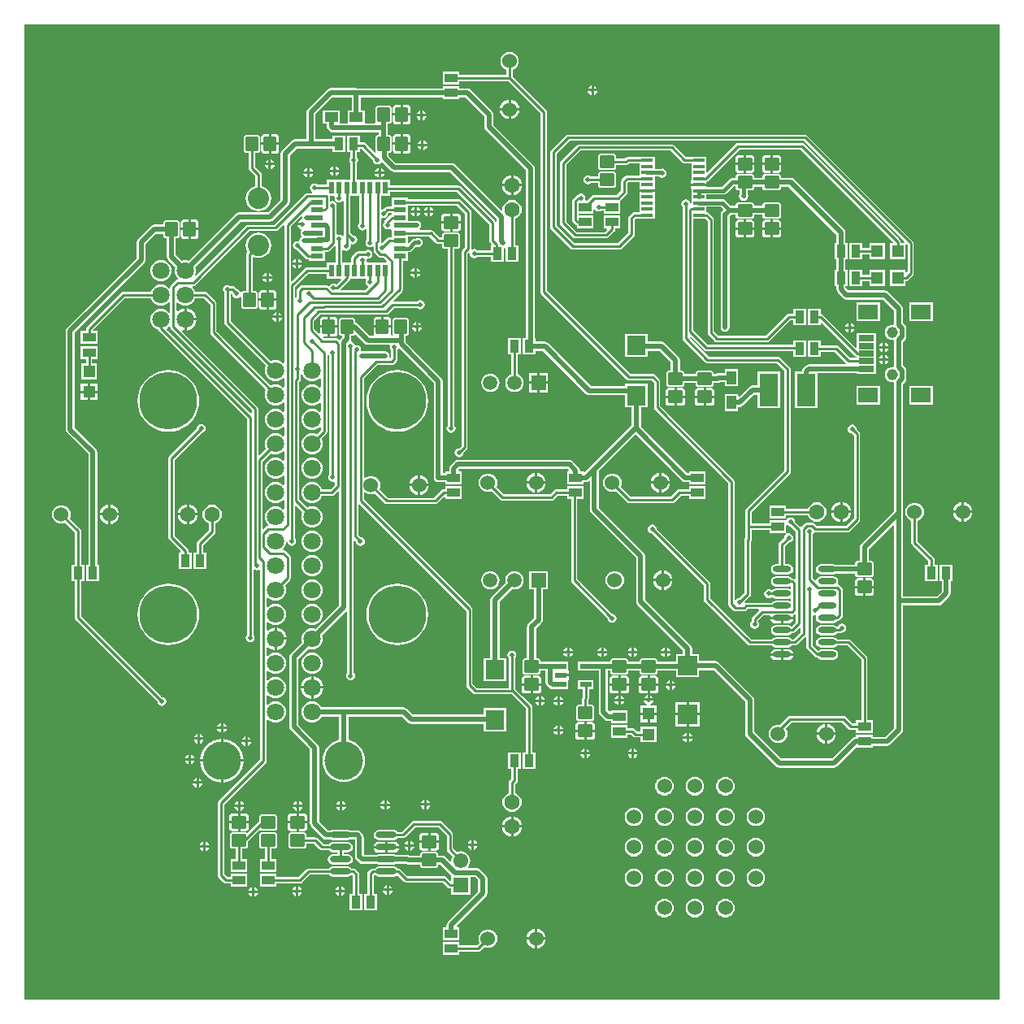
<source format=gtl>
G04 Layer_Physical_Order=1*
G04 Layer_Color=25308*
%FSAX24Y24*%
%MOIN*%
G70*
G01*
G75*
%ADD10R,0.0532X0.0374*%
G04:AMPARAMS|DCode=11|XSize=59.1mil|YSize=51.2mil|CornerRadius=2.6mil|HoleSize=0mil|Usage=FLASHONLY|Rotation=180.000|XOffset=0mil|YOffset=0mil|HoleType=Round|Shape=RoundedRectangle|*
%AMROUNDEDRECTD11*
21,1,0.0591,0.0461,0,0,180.0*
21,1,0.0539,0.0512,0,0,180.0*
1,1,0.0051,-0.0270,0.0230*
1,1,0.0051,0.0270,0.0230*
1,1,0.0051,0.0270,-0.0230*
1,1,0.0051,-0.0270,-0.0230*
%
%ADD11ROUNDEDRECTD11*%
%ADD12R,0.0787X0.0787*%
%ADD13R,0.0630X0.0276*%
%ADD14R,0.0787X0.0630*%
%ADD15R,0.0374X0.0532*%
%ADD16R,0.0750X0.1340*%
%ADD17R,0.0480X0.0480*%
%ADD18R,0.0450X0.0150*%
G04:AMPARAMS|DCode=19|XSize=59.1mil|YSize=51.2mil|CornerRadius=2.6mil|HoleSize=0mil|Usage=FLASHONLY|Rotation=90.000|XOffset=0mil|YOffset=0mil|HoleType=Round|Shape=RoundedRectangle|*
%AMROUNDEDRECTD19*
21,1,0.0591,0.0461,0,0,90.0*
21,1,0.0539,0.0512,0,0,90.0*
1,1,0.0051,0.0230,0.0270*
1,1,0.0051,0.0230,-0.0270*
1,1,0.0051,-0.0230,-0.0270*
1,1,0.0051,-0.0230,0.0270*
%
%ADD19ROUNDEDRECTD19*%
%ADD20R,0.0480X0.0480*%
%ADD21O,0.0748X0.0236*%
%ADD22O,0.0866X0.0236*%
%ADD23R,0.0748X0.0787*%
%ADD24R,0.0480X0.0220*%
%ADD25R,0.0394X0.0551*%
%ADD26R,0.0220X0.0500*%
%ADD27R,0.0500X0.0220*%
%ADD28R,0.0551X0.0394*%
%ADD29C,0.0100*%
%ADD30C,0.0200*%
%ADD31C,0.0150*%
%ADD32C,0.0454*%
%ADD33C,0.0709*%
%ADD34C,0.0600*%
%ADD35C,0.0630*%
%ADD36C,0.1575*%
%ADD37C,0.2362*%
%ADD38R,0.0591X0.0591*%
%ADD39C,0.0591*%
%ADD40C,0.0610*%
%ADD41R,0.0610X0.0610*%
%ADD42C,0.0875*%
%ADD43C,0.0200*%
G36*
X088750Y008000D02*
X048750D01*
Y048000D01*
X088750D01*
Y008000D01*
D02*
G37*
%LPC*%
G36*
X056900Y019344D02*
Y019200D01*
X057044D01*
X057038Y019228D01*
X056994Y019294D01*
X056928Y019338D01*
X056900Y019344D01*
D02*
G37*
G36*
X056800D02*
X056772Y019338D01*
X056706Y019294D01*
X056662Y019228D01*
X056656Y019200D01*
X056800D01*
Y019344D01*
D02*
G37*
G36*
X070700Y019244D02*
Y019100D01*
X070844D01*
X070838Y019128D01*
X070794Y019194D01*
X070728Y019238D01*
X070700Y019244D01*
D02*
G37*
G36*
X081931Y022852D02*
X081419D01*
X081342Y022837D01*
X081276Y022793D01*
X081233Y022727D01*
X081217Y022650D01*
X081233Y022573D01*
X081276Y022507D01*
X081342Y022463D01*
X081419Y022448D01*
X081931D01*
X082008Y022463D01*
X082074Y022507D01*
X082081Y022517D01*
X082505D01*
X083067Y021955D01*
Y019472D01*
X082854D01*
Y019338D01*
X082700D01*
X082444Y019594D01*
X082401Y019622D01*
X082350Y019633D01*
X080150D01*
X080099Y019622D01*
X080056Y019594D01*
X079737Y019274D01*
X079666Y019283D01*
X079567Y019270D01*
X079474Y019232D01*
X079395Y019171D01*
X079334Y019092D01*
X079296Y018999D01*
X079282Y018900D01*
X079296Y018801D01*
X079334Y018708D01*
X079395Y018629D01*
X079474Y018568D01*
X079567Y018530D01*
X079666Y018517D01*
X079765Y018530D01*
X079857Y018568D01*
X079937Y018629D01*
X079998Y018708D01*
X080036Y018801D01*
X080049Y018900D01*
X080036Y018999D01*
X079998Y019092D01*
X079968Y019130D01*
X080205Y019367D01*
X082295D01*
X082551Y019111D01*
X082594Y019083D01*
X082645Y019073D01*
X082854D01*
Y018938D01*
X083546D01*
Y019472D01*
X083333D01*
Y022010D01*
X083322Y022061D01*
X083294Y022104D01*
X082654Y022744D01*
X082611Y022772D01*
X082560Y022783D01*
X082081D01*
X082074Y022793D01*
X082008Y022837D01*
X081931Y022852D01*
D02*
G37*
G36*
X076444Y019650D02*
X076000D01*
Y019206D01*
X076444D01*
Y019650D01*
D02*
G37*
G36*
X075900D02*
X075456D01*
Y019206D01*
X075900D01*
Y019650D01*
D02*
G37*
G36*
X070600Y019244D02*
X070572Y019238D01*
X070506Y019194D01*
X070462Y019128D01*
X070456Y019100D01*
X070600D01*
Y019244D01*
D02*
G37*
G36*
X057044Y019100D02*
X056900D01*
Y018956D01*
X056928Y018962D01*
X056994Y019006D01*
X057038Y019072D01*
X057044Y019100D01*
D02*
G37*
G36*
X056800D02*
X056656D01*
X056662Y019072D01*
X056706Y019006D01*
X056772Y018962D01*
X056800Y018956D01*
Y019100D01*
D02*
G37*
G36*
X081684Y019297D02*
Y018950D01*
X082031D01*
X082024Y019004D01*
X081984Y019102D01*
X081920Y019185D01*
X081836Y019249D01*
X081739Y019290D01*
X081684Y019297D01*
D02*
G37*
G36*
X072020Y019384D02*
X071800D01*
Y019076D01*
X072148D01*
Y019256D01*
X072138Y019305D01*
X072110Y019347D01*
X072069Y019375D01*
X072020Y019384D01*
D02*
G37*
G36*
X071700D02*
X071480D01*
X071431Y019375D01*
X071390Y019347D01*
X071362Y019305D01*
X071352Y019256D01*
Y019076D01*
X071700D01*
Y019384D01*
D02*
G37*
G36*
X060550Y020238D02*
X060437Y020223D01*
X060331Y020179D01*
X060240Y020110D01*
X060171Y020019D01*
X060127Y019913D01*
X060112Y019800D01*
X060127Y019687D01*
X060171Y019581D01*
X060240Y019490D01*
X060331Y019421D01*
X060437Y019377D01*
X060550Y019362D01*
X060663Y019377D01*
X060769Y019421D01*
X060860Y019490D01*
X060929Y019581D01*
X060944Y019616D01*
X061666D01*
Y018650D01*
X061516Y018605D01*
X061366Y018524D01*
X061234Y018416D01*
X061125Y018284D01*
X061045Y018133D01*
X060995Y017970D01*
X060978Y017800D01*
X060995Y017630D01*
X061045Y017466D01*
X061125Y017315D01*
X061234Y017183D01*
X061366Y017075D01*
X061516Y016994D01*
X061680Y016945D01*
X061850Y016928D01*
X062020Y016945D01*
X062184Y016994D01*
X062334Y017075D01*
X062466Y017183D01*
X062575Y017315D01*
X062655Y017466D01*
X062705Y017630D01*
X062722Y017800D01*
X062705Y017970D01*
X062655Y018133D01*
X062575Y018284D01*
X062466Y018416D01*
X062334Y018524D01*
X062184Y018605D01*
X062034Y018650D01*
Y019616D01*
X064224D01*
X064470Y019370D01*
X064530Y019330D01*
X064541Y019328D01*
X064600Y019316D01*
X067596D01*
Y019003D01*
X068504D01*
Y019950D01*
X067596D01*
Y019684D01*
X064676D01*
X064430Y019930D01*
X064370Y019970D01*
X064359Y019972D01*
X064300Y019984D01*
X060944D01*
X060929Y020019D01*
X060860Y020110D01*
X060769Y020179D01*
X060663Y020223D01*
X060550Y020238D01*
D02*
G37*
G36*
X074300Y019667D02*
X074010D01*
Y019377D01*
X074300D01*
Y019667D01*
D02*
G37*
G36*
X070844Y020200D02*
X070700D01*
Y020056D01*
X070728Y020062D01*
X070794Y020106D01*
X070838Y020172D01*
X070844Y020200D01*
D02*
G37*
G36*
X070600D02*
X070456D01*
X070462Y020172D01*
X070506Y020106D01*
X070572Y020062D01*
X070600Y020056D01*
Y020200D01*
D02*
G37*
G36*
X070094D02*
X069950D01*
Y020056D01*
X069978Y020062D01*
X070044Y020106D01*
X070088Y020172D01*
X070094Y020200D01*
D02*
G37*
G36*
X069850Y020444D02*
X069822Y020438D01*
X069756Y020394D01*
X069712Y020328D01*
X069706Y020300D01*
X069850D01*
Y020444D01*
D02*
G37*
G36*
X073344Y020234D02*
X073200D01*
Y020090D01*
X073228Y020095D01*
X073294Y020139D01*
X073338Y020205D01*
X073344Y020234D01*
D02*
G37*
G36*
X073100D02*
X072956D01*
X072962Y020205D01*
X073006Y020139D01*
X073072Y020095D01*
X073100Y020090D01*
Y020234D01*
D02*
G37*
G36*
X069850Y020200D02*
X069706D01*
X069712Y020172D01*
X069756Y020106D01*
X069822Y020062D01*
X069850Y020056D01*
Y020200D01*
D02*
G37*
G36*
X075900Y020194D02*
X075456D01*
Y019750D01*
X075900D01*
Y020194D01*
D02*
G37*
G36*
X072090Y021110D02*
X071450D01*
Y020730D01*
X071637D01*
Y020396D01*
X071628Y020381D01*
X071617Y020330D01*
Y020112D01*
X071480D01*
X071439Y020104D01*
X071404Y020080D01*
X071381Y020046D01*
X071373Y020004D01*
Y019544D01*
X071381Y019503D01*
X071404Y019468D01*
X071439Y019444D01*
X071480Y019436D01*
X072020D01*
X072061Y019444D01*
X072096Y019468D01*
X072119Y019503D01*
X072127Y019544D01*
Y020004D01*
X072119Y020046D01*
X072096Y020080D01*
X072061Y020104D01*
X072020Y020112D01*
X071883D01*
Y020284D01*
X071892Y020299D01*
X071903Y020350D01*
Y020730D01*
X072090D01*
Y021110D01*
D02*
G37*
G36*
X074690Y019667D02*
X074400D01*
Y019377D01*
X074690D01*
Y019667D01*
D02*
G37*
G36*
X050266Y028283D02*
X050167Y028270D01*
X050074Y028232D01*
X049995Y028171D01*
X049934Y028092D01*
X049896Y027999D01*
X049882Y027900D01*
X049896Y027801D01*
X049934Y027708D01*
X049995Y027629D01*
X050074Y027568D01*
X050167Y027530D01*
X050266Y027517D01*
X050365Y027530D01*
X050424Y027554D01*
X050812Y027166D01*
Y025846D01*
X050678D01*
Y025154D01*
X050812D01*
Y023670D01*
X050822Y023619D01*
X050851Y023576D01*
X054202Y020225D01*
X054215Y020160D01*
X054255Y020100D01*
X054315Y020060D01*
X054385Y020046D01*
X054455Y020060D01*
X054515Y020100D01*
X054554Y020160D01*
X054568Y020230D01*
X054554Y020300D01*
X054515Y020360D01*
X054455Y020400D01*
X054390Y020413D01*
X051077Y023725D01*
Y025154D01*
X051212D01*
Y025846D01*
X051077D01*
Y027221D01*
X051067Y027272D01*
X051039Y027315D01*
X050611Y027742D01*
X050636Y027801D01*
X050649Y027900D01*
X050636Y027999D01*
X050598Y028092D01*
X050537Y028171D01*
X050457Y028232D01*
X050365Y028270D01*
X050266Y028283D01*
D02*
G37*
G36*
X074544Y020250D02*
X074156D01*
X074162Y020222D01*
X074206Y020156D01*
X074272Y020112D01*
X074297Y020107D01*
X074292Y020057D01*
X074010D01*
Y019767D01*
X074690D01*
Y020057D01*
X074408D01*
X074403Y020107D01*
X074428Y020112D01*
X074494Y020156D01*
X074538Y020222D01*
X074544Y020250D01*
D02*
G37*
G36*
X076444Y020194D02*
X076000D01*
Y019750D01*
X076444D01*
Y020194D01*
D02*
G37*
G36*
X081584Y019297D02*
X081530Y019290D01*
X081433Y019249D01*
X081349Y019185D01*
X081285Y019102D01*
X081245Y019004D01*
X081237Y018950D01*
X081584D01*
Y019297D01*
D02*
G37*
G36*
X058044Y018550D02*
X057900D01*
Y018406D01*
X057928Y018412D01*
X057994Y018456D01*
X058038Y018522D01*
X058044Y018550D01*
D02*
G37*
G36*
X057800D02*
X057656D01*
X057662Y018522D01*
X057706Y018456D01*
X057772Y018412D01*
X057800Y018406D01*
Y018550D01*
D02*
G37*
G36*
X073750Y018294D02*
Y018150D01*
X073894D01*
X073888Y018178D01*
X073844Y018244D01*
X073778Y018288D01*
X073750Y018294D01*
D02*
G37*
G36*
X055850Y018650D02*
X055706D01*
X055712Y018622D01*
X055756Y018556D01*
X055822Y018512D01*
X055850Y018506D01*
Y018650D01*
D02*
G37*
G36*
X082031Y018850D02*
X081684D01*
Y018503D01*
X081739Y018510D01*
X081836Y018551D01*
X081920Y018615D01*
X081984Y018698D01*
X082024Y018796D01*
X082031Y018850D01*
D02*
G37*
G36*
X081584D02*
X081237D01*
X081245Y018796D01*
X081285Y018698D01*
X081349Y018615D01*
X081433Y018551D01*
X081530Y018510D01*
X081584Y018503D01*
Y018850D01*
D02*
G37*
G36*
X073650Y018294D02*
X073622Y018288D01*
X073556Y018244D01*
X073512Y018178D01*
X073506Y018150D01*
X073650D01*
Y018294D01*
D02*
G37*
G36*
Y018050D02*
X073506D01*
X073512Y018022D01*
X073556Y017956D01*
X073622Y017912D01*
X073650Y017906D01*
Y018050D01*
D02*
G37*
G36*
X071944D02*
X071800D01*
Y017906D01*
X071828Y017912D01*
X071894Y017956D01*
X071938Y018022D01*
X071944Y018050D01*
D02*
G37*
G36*
X071700D02*
X071556D01*
X071562Y018022D01*
X071606Y017956D01*
X071672Y017912D01*
X071700Y017906D01*
Y018050D01*
D02*
G37*
G36*
X071800Y018294D02*
Y018150D01*
X071944D01*
X071938Y018178D01*
X071894Y018244D01*
X071828Y018288D01*
X071800Y018294D01*
D02*
G37*
G36*
X071700D02*
X071672Y018288D01*
X071606Y018244D01*
X071562Y018178D01*
X071556Y018150D01*
X071700D01*
Y018294D01*
D02*
G37*
G36*
X073894Y018050D02*
X073750D01*
Y017906D01*
X073778Y017912D01*
X073844Y017956D01*
X073888Y018022D01*
X073894Y018050D01*
D02*
G37*
G36*
X056094Y018650D02*
X055950D01*
Y018506D01*
X055978Y018512D01*
X056044Y018556D01*
X056088Y018622D01*
X056094Y018650D01*
D02*
G37*
G36*
X075900Y018944D02*
X075872Y018938D01*
X075806Y018894D01*
X075762Y018828D01*
X075756Y018800D01*
X075900D01*
Y018944D01*
D02*
G37*
G36*
X055950Y018894D02*
Y018750D01*
X056094D01*
X056088Y018778D01*
X056044Y018844D01*
X055978Y018888D01*
X055950Y018894D01*
D02*
G37*
G36*
X055850D02*
X055822Y018888D01*
X055756Y018844D01*
X055712Y018778D01*
X055706Y018750D01*
X055850D01*
Y018894D01*
D02*
G37*
G36*
X070844Y019000D02*
X070700D01*
Y018856D01*
X070728Y018862D01*
X070794Y018906D01*
X070838Y018972D01*
X070844Y019000D01*
D02*
G37*
G36*
X070600D02*
X070456D01*
X070462Y018972D01*
X070506Y018906D01*
X070572Y018862D01*
X070600Y018856D01*
Y019000D01*
D02*
G37*
G36*
X076000Y018944D02*
Y018800D01*
X076144D01*
X076138Y018828D01*
X076094Y018894D01*
X076028Y018938D01*
X076000Y018944D01*
D02*
G37*
G36*
X072148Y018976D02*
X071800D01*
Y018668D01*
X072020D01*
X072069Y018677D01*
X072110Y018705D01*
X072138Y018747D01*
X072148Y018796D01*
Y018976D01*
D02*
G37*
G36*
X073496Y019262D02*
X072804D01*
Y018728D01*
X073496D01*
Y018862D01*
X073635D01*
X073708Y018790D01*
X073751Y018761D01*
X073802Y018751D01*
X074030D01*
Y018563D01*
X074670D01*
Y019203D01*
X074030D01*
Y019016D01*
X073856D01*
X073784Y019089D01*
X073741Y019117D01*
X073690Y019127D01*
X073496D01*
Y019262D01*
D02*
G37*
G36*
X076144Y018700D02*
X076000D01*
Y018556D01*
X076028Y018562D01*
X076094Y018606D01*
X076138Y018672D01*
X076144Y018700D01*
D02*
G37*
G36*
X075900D02*
X075756D01*
X075762Y018672D01*
X075806Y018606D01*
X075872Y018562D01*
X075900Y018556D01*
Y018700D01*
D02*
G37*
G36*
X071700Y018976D02*
X071352D01*
Y018796D01*
X071362Y018747D01*
X071390Y018705D01*
X071431Y018677D01*
X071480Y018668D01*
X071700D01*
Y018976D01*
D02*
G37*
G36*
X057900Y018794D02*
Y018650D01*
X058044D01*
X058038Y018678D01*
X057994Y018744D01*
X057928Y018788D01*
X057900Y018794D01*
D02*
G37*
G36*
X057800D02*
X057772Y018788D01*
X057706Y018744D01*
X057662Y018678D01*
X057656Y018650D01*
X057800D01*
Y018794D01*
D02*
G37*
G36*
X069950Y020444D02*
Y020300D01*
X070094D01*
X070088Y020328D01*
X070044Y020394D01*
X069978Y020438D01*
X069950Y020444D01*
D02*
G37*
G36*
X075244Y022200D02*
X075100D01*
Y022056D01*
X075128Y022062D01*
X075194Y022106D01*
X075238Y022172D01*
X075244Y022200D01*
D02*
G37*
G36*
X075000D02*
X074856D01*
X074862Y022172D01*
X074906Y022106D01*
X074972Y022062D01*
X075000Y022056D01*
Y022200D01*
D02*
G37*
G36*
X073894D02*
X073750D01*
Y022056D01*
X073778Y022062D01*
X073844Y022106D01*
X073888Y022172D01*
X073894Y022200D01*
D02*
G37*
G36*
X071000Y022444D02*
X070972Y022438D01*
X070906Y022394D01*
X070862Y022328D01*
X070856Y022300D01*
X071000D01*
Y022444D01*
D02*
G37*
G36*
X080081Y022372D02*
X079875D01*
Y022200D01*
X080293D01*
X080286Y022235D01*
X080238Y022307D01*
X080166Y022355D01*
X080081Y022372D01*
D02*
G37*
G36*
X079775D02*
X079569D01*
X079484Y022355D01*
X079412Y022307D01*
X079363Y022235D01*
X079356Y022200D01*
X079775D01*
Y022372D01*
D02*
G37*
G36*
X073650Y022200D02*
X073506D01*
X073512Y022172D01*
X073556Y022106D01*
X073622Y022062D01*
X073650Y022056D01*
Y022200D01*
D02*
G37*
G36*
X071000D02*
X070856D01*
X070862Y022172D01*
X070906Y022106D01*
X070972Y022062D01*
X071000Y022056D01*
Y022200D01*
D02*
G37*
G36*
X080293Y022100D02*
X079875D01*
Y021928D01*
X080081D01*
X080166Y021945D01*
X080238Y021993D01*
X080286Y022065D01*
X080293Y022100D01*
D02*
G37*
G36*
X079775D02*
X079356D01*
X079363Y022065D01*
X079412Y021993D01*
X079484Y021945D01*
X079569Y021928D01*
X079775D01*
Y022100D01*
D02*
G37*
G36*
X072644Y022200D02*
X072500D01*
Y022056D01*
X072528Y022062D01*
X072594Y022106D01*
X072638Y022172D01*
X072644Y022200D01*
D02*
G37*
G36*
X072400D02*
X072256D01*
X072262Y022172D01*
X072306Y022106D01*
X072372Y022062D01*
X072400Y022056D01*
Y022200D01*
D02*
G37*
G36*
X071244D02*
X071100D01*
Y022056D01*
X071128Y022062D01*
X071194Y022106D01*
X071238Y022172D01*
X071244Y022200D01*
D02*
G37*
G36*
X071100Y022444D02*
Y022300D01*
X071244D01*
X071238Y022328D01*
X071194Y022394D01*
X071128Y022438D01*
X071100Y022444D01*
D02*
G37*
G36*
X059100Y023252D02*
Y022850D01*
X059502D01*
X059493Y022919D01*
X059447Y023029D01*
X059374Y023124D01*
X059279Y023197D01*
X059169Y023243D01*
X059100Y023252D01*
D02*
G37*
G36*
X064041Y025065D02*
X063843Y025049D01*
X063650Y025003D01*
X063467Y024927D01*
X063297Y024823D01*
X063146Y024694D01*
X063018Y024543D01*
X062914Y024374D01*
X062838Y024191D01*
X062792Y023997D01*
X062776Y023800D01*
X062792Y023602D01*
X062838Y023409D01*
X062914Y023225D01*
X063018Y023056D01*
X063146Y022905D01*
X063297Y022776D01*
X063467Y022672D01*
X063650Y022597D01*
X063843Y022550D01*
X064041Y022535D01*
X064239Y022550D01*
X064432Y022597D01*
X064615Y022672D01*
X064784Y022776D01*
X064935Y022905D01*
X065064Y023056D01*
X065168Y023225D01*
X065244Y023409D01*
X065290Y023602D01*
X065306Y023800D01*
X065290Y023997D01*
X065244Y024191D01*
X065168Y024374D01*
X065064Y024543D01*
X064935Y024694D01*
X064784Y024823D01*
X064615Y024927D01*
X064432Y025003D01*
X064239Y025049D01*
X064041Y025065D01*
D02*
G37*
G36*
X054659D02*
X054461Y025049D01*
X054268Y025003D01*
X054085Y024927D01*
X053916Y024823D01*
X053765Y024694D01*
X053636Y024543D01*
X053532Y024374D01*
X053456Y024191D01*
X053410Y023997D01*
X053394Y023800D01*
X053410Y023602D01*
X053456Y023409D01*
X053532Y023225D01*
X053636Y023056D01*
X053765Y022905D01*
X053916Y022776D01*
X054085Y022672D01*
X054268Y022597D01*
X054461Y022550D01*
X054659Y022535D01*
X054857Y022550D01*
X055050Y022597D01*
X055233Y022672D01*
X055403Y022776D01*
X055554Y022905D01*
X055682Y023056D01*
X055786Y023225D01*
X055862Y023409D01*
X055908Y023602D01*
X055924Y023800D01*
X055908Y023997D01*
X055862Y024191D01*
X055786Y024374D01*
X055682Y024543D01*
X055554Y024694D01*
X055403Y024823D01*
X055233Y024927D01*
X055050Y025003D01*
X054857Y025049D01*
X054659Y025065D01*
D02*
G37*
G36*
X079775Y023600D02*
X079356D01*
X079363Y023565D01*
X079412Y023493D01*
X079484Y023445D01*
X079569Y023428D01*
X079775D01*
Y023600D01*
D02*
G37*
G36*
X060550Y024238D02*
X060437Y024223D01*
X060331Y024179D01*
X060240Y024110D01*
X060171Y024019D01*
X060127Y023913D01*
X060112Y023800D01*
X060127Y023687D01*
X060171Y023581D01*
X060240Y023490D01*
X060331Y023421D01*
X060437Y023377D01*
X060550Y023362D01*
X060663Y023377D01*
X060769Y023421D01*
X060860Y023490D01*
X060929Y023581D01*
X060973Y023687D01*
X060988Y023800D01*
X060973Y023913D01*
X060929Y024019D01*
X060860Y024110D01*
X060769Y024179D01*
X060663Y024223D01*
X060550Y024238D01*
D02*
G37*
G36*
X082280Y023424D02*
X082210Y023410D01*
X082150Y023370D01*
X082116Y023319D01*
X082100Y023309D01*
X082058Y023303D01*
X082008Y023337D01*
X081931Y023352D01*
X081419D01*
X081342Y023337D01*
X081276Y023293D01*
X081233Y023227D01*
X081217Y023150D01*
X081233Y023073D01*
X081276Y023007D01*
X081342Y022963D01*
X081419Y022948D01*
X081931D01*
X082008Y022963D01*
X082074Y023007D01*
X082081Y023017D01*
X082190D01*
X082241Y023028D01*
X082284Y023056D01*
X082285Y023057D01*
X082350Y023070D01*
X082410Y023110D01*
X082450Y023170D01*
X082464Y023240D01*
X082450Y023310D01*
X082410Y023370D01*
X082350Y023410D01*
X082280Y023424D01*
D02*
G37*
G36*
X059502Y022750D02*
X059100D01*
Y022348D01*
X059169Y022357D01*
X059279Y022403D01*
X059374Y022476D01*
X059447Y022571D01*
X059493Y022681D01*
X059502Y022750D01*
D02*
G37*
G36*
X073650Y022444D02*
X073622Y022438D01*
X073556Y022394D01*
X073512Y022328D01*
X073506Y022300D01*
X073650D01*
Y022444D01*
D02*
G37*
G36*
X072500D02*
Y022300D01*
X072644D01*
X072638Y022328D01*
X072594Y022394D01*
X072528Y022438D01*
X072500Y022444D01*
D02*
G37*
G36*
X072400D02*
X072372Y022438D01*
X072306Y022394D01*
X072262Y022328D01*
X072256Y022300D01*
X072400D01*
Y022444D01*
D02*
G37*
G36*
X075100D02*
Y022300D01*
X075244D01*
X075238Y022328D01*
X075194Y022394D01*
X075128Y022438D01*
X075100Y022444D01*
D02*
G37*
G36*
X075000D02*
X074972Y022438D01*
X074906Y022394D01*
X074862Y022328D01*
X074856Y022300D01*
X075000D01*
Y022444D01*
D02*
G37*
G36*
X073750D02*
Y022300D01*
X073894D01*
X073888Y022328D01*
X073844Y022394D01*
X073778Y022438D01*
X073750Y022444D01*
D02*
G37*
G36*
X060550Y022238D02*
X060437Y022223D01*
X060331Y022179D01*
X060240Y022110D01*
X060171Y022019D01*
X060127Y021913D01*
X060112Y021800D01*
X060127Y021687D01*
X060171Y021581D01*
X060240Y021490D01*
X060331Y021421D01*
X060437Y021377D01*
X060550Y021362D01*
X060663Y021377D01*
X060769Y021421D01*
X060860Y021490D01*
X060929Y021581D01*
X060973Y021687D01*
X060988Y021800D01*
X060973Y021913D01*
X060929Y022019D01*
X060860Y022110D01*
X060769Y022179D01*
X060663Y022223D01*
X060550Y022238D01*
D02*
G37*
G36*
X069948Y020876D02*
X069600D01*
Y020568D01*
X069820D01*
X069869Y020577D01*
X069910Y020605D01*
X069938Y020647D01*
X069948Y020696D01*
Y020876D01*
D02*
G37*
G36*
X069500D02*
X069152D01*
Y020696D01*
X069162Y020647D01*
X069190Y020605D01*
X069231Y020577D01*
X069280Y020568D01*
X069500D01*
Y020876D01*
D02*
G37*
G36*
X074400Y020494D02*
Y020350D01*
X074544D01*
X074538Y020378D01*
X074494Y020444D01*
X074428Y020488D01*
X074400Y020494D01*
D02*
G37*
G36*
X074300Y020876D02*
X073952D01*
Y020696D01*
X073962Y020647D01*
X073990Y020605D01*
X074031Y020577D01*
X074080Y020568D01*
X074300D01*
Y020876D01*
D02*
G37*
G36*
X073548D02*
X073200D01*
Y020568D01*
X073420D01*
X073469Y020577D01*
X073510Y020605D01*
X073538Y020647D01*
X073548Y020696D01*
Y020876D01*
D02*
G37*
G36*
X073100D02*
X072752D01*
Y020696D01*
X072762Y020647D01*
X072790Y020605D01*
X072831Y020577D01*
X072880Y020568D01*
X073100D01*
Y020876D01*
D02*
G37*
G36*
X074300Y020494D02*
X074272Y020488D01*
X074206Y020444D01*
X074162Y020378D01*
X074156Y020350D01*
X074300D01*
Y020494D01*
D02*
G37*
G36*
X073100Y020477D02*
X073072Y020472D01*
X073006Y020428D01*
X072962Y020362D01*
X072956Y020334D01*
X073100D01*
Y020477D01*
D02*
G37*
G36*
X070700Y020444D02*
Y020300D01*
X070844D01*
X070838Y020328D01*
X070794Y020394D01*
X070728Y020438D01*
X070700Y020444D01*
D02*
G37*
G36*
X070600D02*
X070572Y020438D01*
X070506Y020394D01*
X070462Y020328D01*
X070456Y020300D01*
X070600D01*
Y020444D01*
D02*
G37*
G36*
X061002Y020750D02*
X060600D01*
Y020348D01*
X060669Y020357D01*
X060779Y020403D01*
X060874Y020476D01*
X060947Y020571D01*
X060993Y020681D01*
X061002Y020750D01*
D02*
G37*
G36*
X060500D02*
X060098D01*
X060107Y020681D01*
X060153Y020571D01*
X060226Y020476D01*
X060321Y020403D01*
X060431Y020357D01*
X060500Y020348D01*
Y020750D01*
D02*
G37*
G36*
X073200Y020477D02*
Y020334D01*
X073344D01*
X073338Y020362D01*
X073294Y020428D01*
X073228Y020472D01*
X073200Y020477D01*
D02*
G37*
G36*
X074748Y020876D02*
X074400D01*
Y020568D01*
X074620D01*
X074669Y020577D01*
X074710Y020605D01*
X074738Y020647D01*
X074748Y020696D01*
Y020876D01*
D02*
G37*
G36*
X073100Y021284D02*
X072880D01*
X072831Y021275D01*
X072790Y021247D01*
X072762Y021205D01*
X072752Y021156D01*
Y020976D01*
X073100D01*
Y021284D01*
D02*
G37*
G36*
X069820D02*
X069600D01*
Y020976D01*
X069948D01*
Y021156D01*
X069938Y021205D01*
X069910Y021247D01*
X069869Y021275D01*
X069820Y021284D01*
D02*
G37*
G36*
X069500D02*
X069280D01*
X069231Y021275D01*
X069190Y021247D01*
X069162Y021205D01*
X069152Y021156D01*
Y020976D01*
X069500D01*
Y021284D01*
D02*
G37*
G36*
X074620D02*
X074400D01*
Y020976D01*
X074748D01*
Y021156D01*
X074738Y021205D01*
X074710Y021247D01*
X074669Y021275D01*
X074620Y021284D01*
D02*
G37*
G36*
X074300D02*
X074080D01*
X074031Y021275D01*
X073990Y021247D01*
X073962Y021205D01*
X073952Y021156D01*
Y020976D01*
X074300D01*
Y021284D01*
D02*
G37*
G36*
X073420D02*
X073200D01*
Y020976D01*
X073548D01*
Y021156D01*
X073538Y021205D01*
X073510Y021247D01*
X073469Y021275D01*
X073420Y021284D01*
D02*
G37*
G36*
X075300Y021094D02*
Y020950D01*
X075444D01*
X075438Y020978D01*
X075394Y021044D01*
X075328Y021088D01*
X075300Y021094D01*
D02*
G37*
G36*
X070210Y025575D02*
X069459D01*
Y024825D01*
X069651D01*
Y023650D01*
X069420Y023420D01*
X069380Y023360D01*
X069378Y023349D01*
X069366Y023290D01*
Y022012D01*
X069280D01*
X069239Y022004D01*
X069204Y021980D01*
X069181Y021946D01*
X069173Y021904D01*
Y021444D01*
X069181Y021403D01*
X069204Y021368D01*
X069239Y021344D01*
X069280Y021336D01*
X069820D01*
X069861Y021344D01*
X069896Y021368D01*
X069919Y021403D01*
X069927Y021444D01*
Y021490D01*
X070126D01*
Y021010D01*
X070138Y020951D01*
X070140Y020940D01*
X070180Y020880D01*
X070270Y020790D01*
X070330Y020750D01*
X070341Y020748D01*
X070400Y020736D01*
X070418D01*
Y020730D01*
X071058D01*
Y021090D01*
X071078D01*
Y021250D01*
X070738D01*
Y021350D01*
X071078D01*
Y021510D01*
X071058D01*
Y021864D01*
X070418D01*
Y021858D01*
X069927D01*
Y021904D01*
X069919Y021946D01*
X069896Y021980D01*
X069861Y022004D01*
X069820Y022012D01*
X069734D01*
Y023214D01*
X069964Y023444D01*
X069991Y023484D01*
X070004Y023504D01*
X070018Y023574D01*
Y024825D01*
X070210D01*
Y025575D01*
D02*
G37*
G36*
X075444Y020850D02*
X075300D01*
Y020706D01*
X075328Y020712D01*
X075394Y020756D01*
X075438Y020822D01*
X075444Y020850D01*
D02*
G37*
G36*
X075200D02*
X075056D01*
X075062Y020822D01*
X075106Y020756D01*
X075172Y020712D01*
X075200Y020706D01*
Y020850D01*
D02*
G37*
G36*
Y021094D02*
X075172Y021088D01*
X075106Y021044D01*
X075062Y020978D01*
X075056Y020950D01*
X075200D01*
Y021094D01*
D02*
G37*
G36*
X060600Y021252D02*
Y020850D01*
X061002D01*
X060993Y020919D01*
X060947Y021029D01*
X060874Y021124D01*
X060779Y021197D01*
X060669Y021243D01*
X060600Y021252D01*
D02*
G37*
G36*
X060500D02*
X060431Y021243D01*
X060321Y021197D01*
X060226Y021124D01*
X060153Y021029D01*
X060107Y020919D01*
X060098Y020850D01*
X060500D01*
Y021252D01*
D02*
G37*
G36*
X063545Y014200D02*
X063067D01*
X063074Y014165D01*
X063123Y014093D01*
X063195Y014045D01*
X063280Y014028D01*
X063545D01*
Y014200D01*
D02*
G37*
G36*
X078750Y014633D02*
X078651Y014620D01*
X078558Y014582D01*
X078479Y014521D01*
X078418Y014442D01*
X078380Y014349D01*
X078367Y014250D01*
X078380Y014151D01*
X078418Y014058D01*
X078479Y013979D01*
X078558Y013918D01*
X078651Y013880D01*
X078750Y013867D01*
X078849Y013880D01*
X078942Y013918D01*
X079021Y013979D01*
X079082Y014058D01*
X079120Y014151D01*
X079133Y014250D01*
X079120Y014349D01*
X079082Y014442D01*
X079021Y014521D01*
X078942Y014582D01*
X078849Y014620D01*
X078750Y014633D01*
D02*
G37*
G36*
X077500D02*
X077401Y014620D01*
X077308Y014582D01*
X077229Y014521D01*
X077168Y014442D01*
X077130Y014349D01*
X077117Y014250D01*
X077130Y014151D01*
X077168Y014058D01*
X077229Y013979D01*
X077308Y013918D01*
X077401Y013880D01*
X077500Y013867D01*
X077599Y013880D01*
X077692Y013918D01*
X077771Y013979D01*
X077832Y014058D01*
X077870Y014151D01*
X077883Y014250D01*
X077870Y014349D01*
X077832Y014442D01*
X077771Y014521D01*
X077692Y014582D01*
X077599Y014620D01*
X077500Y014633D01*
D02*
G37*
G36*
X056324Y014240D02*
X056180D01*
Y014096D01*
X056208Y014102D01*
X056274Y014146D01*
X056318Y014212D01*
X056324Y014240D01*
D02*
G37*
G36*
X056080D02*
X055936D01*
X055942Y014212D01*
X055986Y014146D01*
X056052Y014102D01*
X056080Y014096D01*
Y014240D01*
D02*
G37*
G36*
X064122Y014200D02*
X063645D01*
Y014028D01*
X063910D01*
X063995Y014045D01*
X064067Y014093D01*
X064115Y014165D01*
X064122Y014200D01*
D02*
G37*
G36*
X076250Y014633D02*
X076151Y014620D01*
X076058Y014582D01*
X075979Y014521D01*
X075918Y014442D01*
X075880Y014349D01*
X075867Y014250D01*
X075880Y014151D01*
X075918Y014058D01*
X075979Y013979D01*
X076058Y013918D01*
X076151Y013880D01*
X076250Y013867D01*
X076349Y013880D01*
X076442Y013918D01*
X076521Y013979D01*
X076582Y014058D01*
X076620Y014151D01*
X076633Y014250D01*
X076620Y014349D01*
X076582Y014442D01*
X076521Y014521D01*
X076442Y014582D01*
X076349Y014620D01*
X076250Y014633D01*
D02*
G37*
G36*
X062020Y013452D02*
X061390D01*
X061313Y013437D01*
X061247Y013393D01*
X061240Y013383D01*
X060405D01*
X060405Y013383D01*
X060354Y013372D01*
X060311Y013344D01*
X059995Y013027D01*
X059096D01*
Y013162D01*
X058404D01*
Y012628D01*
X059096D01*
Y012762D01*
X060050D01*
X060101Y012772D01*
X060144Y012801D01*
X060460Y013117D01*
X061240D01*
X061247Y013107D01*
X061313Y013063D01*
X061390Y013048D01*
X062020D01*
X062097Y013063D01*
X062163Y013107D01*
X062212Y013091D01*
X062212Y013090D01*
Y012346D01*
X062078D01*
Y011654D01*
X062612D01*
Y012346D01*
X062477D01*
Y013145D01*
X062467Y013196D01*
X062439Y013239D01*
X062334Y013344D01*
X062291Y013372D01*
X062240Y013383D01*
X062170D01*
X062163Y013393D01*
X062097Y013437D01*
X062020Y013452D01*
D02*
G37*
G36*
X059020Y014864D02*
X058480D01*
X058439Y014856D01*
X058404Y014832D01*
X058381Y014797D01*
X058373Y014756D01*
Y014296D01*
X058381Y014254D01*
X058404Y014220D01*
X058439Y014196D01*
X058480Y014188D01*
X058617D01*
Y013772D01*
X058404D01*
Y013238D01*
X059096D01*
Y013772D01*
X058883D01*
Y014188D01*
X059020D01*
X059061Y014196D01*
X059096Y014220D01*
X059119Y014254D01*
X059127Y014296D01*
Y014756D01*
X059119Y014797D01*
X059096Y014832D01*
X059061Y014856D01*
X059020Y014864D01*
D02*
G37*
G36*
X078750Y013383D02*
X078651Y013370D01*
X078558Y013332D01*
X078479Y013271D01*
X078418Y013192D01*
X078380Y013099D01*
X078367Y013000D01*
X078380Y012901D01*
X078418Y012808D01*
X078479Y012729D01*
X078558Y012668D01*
X078651Y012630D01*
X078750Y012617D01*
X078849Y012630D01*
X078942Y012668D01*
X079021Y012729D01*
X079082Y012808D01*
X079120Y012901D01*
X079133Y013000D01*
X079120Y013099D01*
X079082Y013192D01*
X079021Y013271D01*
X078942Y013332D01*
X078849Y013370D01*
X078750Y013383D01*
D02*
G37*
G36*
X075000Y014633D02*
X074901Y014620D01*
X074808Y014582D01*
X074729Y014521D01*
X074668Y014442D01*
X074630Y014349D01*
X074617Y014250D01*
X074630Y014151D01*
X074668Y014058D01*
X074729Y013979D01*
X074808Y013918D01*
X074901Y013880D01*
X075000Y013867D01*
X075099Y013880D01*
X075192Y013918D01*
X075271Y013979D01*
X075332Y014058D01*
X075370Y014151D01*
X075383Y014250D01*
X075370Y014349D01*
X075332Y014442D01*
X075271Y014521D01*
X075192Y014582D01*
X075099Y014620D01*
X075000Y014633D01*
D02*
G37*
G36*
X073750D02*
X073651Y014620D01*
X073558Y014582D01*
X073479Y014521D01*
X073418Y014442D01*
X073380Y014349D01*
X073367Y014250D01*
X073380Y014151D01*
X073418Y014058D01*
X073479Y013979D01*
X073558Y013918D01*
X073651Y013880D01*
X073750Y013867D01*
X073849Y013880D01*
X073942Y013918D01*
X074021Y013979D01*
X074082Y014058D01*
X074120Y014151D01*
X074133Y014250D01*
X074120Y014349D01*
X074082Y014442D01*
X074021Y014521D01*
X073942Y014582D01*
X073849Y014620D01*
X073750Y014633D01*
D02*
G37*
G36*
X060220Y014864D02*
X059680D01*
X059639Y014856D01*
X059604Y014832D01*
X059581Y014797D01*
X059573Y014756D01*
Y014296D01*
X059581Y014254D01*
X059604Y014220D01*
X059639Y014196D01*
X059680Y014188D01*
X060220D01*
X060261Y014196D01*
X060296Y014220D01*
X060319Y014254D01*
X060327Y014296D01*
Y014393D01*
X060625D01*
X060862Y014156D01*
X060905Y014128D01*
X060956Y014117D01*
X061240D01*
X061247Y014107D01*
X061313Y014063D01*
X061390Y014048D01*
X061573D01*
Y013952D01*
X061390D01*
X061313Y013937D01*
X061247Y013893D01*
X061204Y013827D01*
X061188Y013750D01*
X061204Y013673D01*
X061247Y013607D01*
X061313Y013563D01*
X061390Y013548D01*
X062020D01*
X062097Y013563D01*
X062163Y013607D01*
X062207Y013673D01*
X062222Y013750D01*
X062207Y013827D01*
X062163Y013893D01*
X062097Y013937D01*
X062020Y013952D01*
X061838D01*
Y014048D01*
X062020D01*
X062097Y014063D01*
X062163Y014107D01*
X062207Y014173D01*
X062222Y014250D01*
X062207Y014327D01*
X062163Y014393D01*
X062097Y014437D01*
X062020Y014452D01*
X061390D01*
X061313Y014437D01*
X061247Y014393D01*
X061240Y014383D01*
X061011D01*
X060774Y014620D01*
X060731Y014648D01*
X060680Y014659D01*
X060327D01*
Y014756D01*
X060319Y014797D01*
X060296Y014832D01*
X060261Y014856D01*
X060220Y014864D01*
D02*
G37*
G36*
X065300Y014424D02*
X064952D01*
Y014244D01*
X064962Y014195D01*
X064990Y014153D01*
X065031Y014125D01*
X065080Y014116D01*
X065300D01*
Y014424D01*
D02*
G37*
G36*
X064490Y014504D02*
X064462Y014498D01*
X064396Y014454D01*
X064352Y014388D01*
X064346Y014360D01*
X064490D01*
Y014504D01*
D02*
G37*
G36*
X056180Y014484D02*
Y014340D01*
X056324D01*
X056318Y014368D01*
X056274Y014434D01*
X056208Y014478D01*
X056180Y014484D01*
D02*
G37*
G36*
X056080D02*
X056052Y014478D01*
X055986Y014434D01*
X055942Y014368D01*
X055936Y014340D01*
X056080D01*
Y014484D01*
D02*
G37*
G36*
X067180Y014534D02*
Y014390D01*
X067324D01*
X067318Y014418D01*
X067274Y014484D01*
X067208Y014528D01*
X067180Y014534D01*
D02*
G37*
G36*
X067080D02*
X067052Y014528D01*
X066986Y014484D01*
X066942Y014418D01*
X066936Y014390D01*
X067080D01*
Y014534D01*
D02*
G37*
G36*
X064590Y014504D02*
Y014360D01*
X064734D01*
X064728Y014388D01*
X064684Y014454D01*
X064618Y014498D01*
X064590Y014504D01*
D02*
G37*
G36*
X063910Y014472D02*
X063645D01*
Y014300D01*
X064122D01*
X064115Y014335D01*
X064067Y014407D01*
X063995Y014455D01*
X063910Y014472D01*
D02*
G37*
G36*
X064734Y014260D02*
X064590D01*
Y014116D01*
X064618Y014122D01*
X064684Y014166D01*
X064728Y014232D01*
X064734Y014260D01*
D02*
G37*
G36*
X064490D02*
X064346D01*
X064352Y014232D01*
X064396Y014166D01*
X064462Y014122D01*
X064490Y014116D01*
Y014260D01*
D02*
G37*
G36*
X065748Y014424D02*
X065400D01*
Y014116D01*
X065620D01*
X065669Y014125D01*
X065710Y014153D01*
X065738Y014195D01*
X065748Y014244D01*
Y014424D01*
D02*
G37*
G36*
X063545Y014472D02*
X063280D01*
X063195Y014455D01*
X063123Y014407D01*
X063074Y014335D01*
X063067Y014300D01*
X063545D01*
Y014472D01*
D02*
G37*
G36*
X067324Y014290D02*
X067180D01*
Y014146D01*
X067208Y014152D01*
X067274Y014196D01*
X067318Y014262D01*
X067324Y014290D01*
D02*
G37*
G36*
X067080D02*
X066936D01*
X066942Y014262D01*
X066986Y014196D01*
X067052Y014152D01*
X067080Y014146D01*
Y014290D01*
D02*
G37*
G36*
X077500Y013383D02*
X077401Y013370D01*
X077308Y013332D01*
X077229Y013271D01*
X077168Y013192D01*
X077130Y013099D01*
X077117Y013000D01*
X077130Y012901D01*
X077168Y012808D01*
X077229Y012729D01*
X077308Y012668D01*
X077401Y012630D01*
X077500Y012617D01*
X077599Y012630D01*
X077692Y012668D01*
X077771Y012729D01*
X077832Y012808D01*
X077870Y012901D01*
X077883Y013000D01*
X077870Y013099D01*
X077832Y013192D01*
X077771Y013271D01*
X077692Y013332D01*
X077599Y013370D01*
X077500Y013383D01*
D02*
G37*
G36*
X058334Y012370D02*
X058190D01*
Y012226D01*
X058218Y012232D01*
X058284Y012276D01*
X058328Y012342D01*
X058334Y012370D01*
D02*
G37*
G36*
X058090D02*
X057946D01*
X057952Y012342D01*
X057996Y012276D01*
X058062Y012232D01*
X058090Y012226D01*
Y012370D01*
D02*
G37*
G36*
X077500Y012133D02*
X077401Y012120D01*
X077308Y012082D01*
X077229Y012021D01*
X077168Y011942D01*
X077130Y011849D01*
X077117Y011750D01*
X077130Y011651D01*
X077168Y011558D01*
X077229Y011479D01*
X077308Y011418D01*
X077401Y011380D01*
X077500Y011367D01*
X077599Y011380D01*
X077692Y011418D01*
X077771Y011479D01*
X077832Y011558D01*
X077870Y011651D01*
X077883Y011750D01*
X077870Y011849D01*
X077832Y011942D01*
X077771Y012021D01*
X077692Y012082D01*
X077599Y012120D01*
X077500Y012133D01*
D02*
G37*
G36*
X061650Y012400D02*
X061506D01*
X061512Y012372D01*
X061556Y012306D01*
X061622Y012262D01*
X061650Y012256D01*
Y012400D01*
D02*
G37*
G36*
X060124Y012390D02*
X059980D01*
Y012246D01*
X060008Y012252D01*
X060074Y012296D01*
X060118Y012362D01*
X060124Y012390D01*
D02*
G37*
G36*
X059880D02*
X059736D01*
X059742Y012362D01*
X059786Y012296D01*
X059852Y012252D01*
X059880Y012246D01*
Y012390D01*
D02*
G37*
G36*
X076250Y012133D02*
X076151Y012120D01*
X076058Y012082D01*
X075979Y012021D01*
X075918Y011942D01*
X075880Y011849D01*
X075867Y011750D01*
X075880Y011651D01*
X075918Y011558D01*
X075979Y011479D01*
X076058Y011418D01*
X076151Y011380D01*
X076250Y011367D01*
X076349Y011380D01*
X076442Y011418D01*
X076521Y011479D01*
X076582Y011558D01*
X076620Y011651D01*
X076633Y011750D01*
X076620Y011849D01*
X076582Y011942D01*
X076521Y012021D01*
X076442Y012082D01*
X076349Y012120D01*
X076250Y012133D01*
D02*
G37*
G36*
X067766Y010883D02*
X067667Y010870D01*
X067574Y010832D01*
X067495Y010771D01*
X067434Y010692D01*
X067396Y010599D01*
X067382Y010500D01*
X067396Y010401D01*
X067420Y010342D01*
X067306Y010227D01*
X066596D01*
Y010362D01*
X065904D01*
Y009828D01*
X066596D01*
Y009962D01*
X067361D01*
X067411Y009972D01*
X067454Y010001D01*
X067607Y010154D01*
X067667Y010130D01*
X067766Y010117D01*
X067865Y010130D01*
X067957Y010168D01*
X068037Y010229D01*
X068098Y010308D01*
X068136Y010401D01*
X068149Y010500D01*
X068136Y010599D01*
X068098Y010692D01*
X068037Y010771D01*
X067957Y010832D01*
X067865Y010870D01*
X067766Y010883D01*
D02*
G37*
G36*
X070131Y010450D02*
X069784D01*
Y010103D01*
X069839Y010110D01*
X069936Y010151D01*
X070020Y010215D01*
X070084Y010298D01*
X070124Y010396D01*
X070131Y010450D01*
D02*
G37*
G36*
X069684D02*
X069337D01*
X069345Y010396D01*
X069385Y010298D01*
X069449Y010215D01*
X069533Y010151D01*
X069630Y010110D01*
X069684Y010103D01*
Y010450D01*
D02*
G37*
G36*
X075000Y012133D02*
X074901Y012120D01*
X074808Y012082D01*
X074729Y012021D01*
X074668Y011942D01*
X074630Y011849D01*
X074617Y011750D01*
X074630Y011651D01*
X074668Y011558D01*
X074729Y011479D01*
X074808Y011418D01*
X074901Y011380D01*
X075000Y011367D01*
X075099Y011380D01*
X075192Y011418D01*
X075271Y011479D01*
X075332Y011558D01*
X075370Y011651D01*
X075383Y011750D01*
X075370Y011849D01*
X075332Y011942D01*
X075271Y012021D01*
X075192Y012082D01*
X075099Y012120D01*
X075000Y012133D01*
D02*
G37*
G36*
X069784Y010897D02*
Y010550D01*
X070131D01*
X070124Y010604D01*
X070084Y010702D01*
X070020Y010785D01*
X069936Y010849D01*
X069839Y010890D01*
X069784Y010897D01*
D02*
G37*
G36*
X069684D02*
X069630Y010890D01*
X069533Y010849D01*
X069449Y010785D01*
X069385Y010702D01*
X069345Y010604D01*
X069337Y010550D01*
X069684D01*
Y010897D01*
D02*
G37*
G36*
X061894Y012400D02*
X061750D01*
Y012256D01*
X061778Y012262D01*
X061844Y012306D01*
X061888Y012372D01*
X061894Y012400D01*
D02*
G37*
G36*
X063700Y012694D02*
Y012550D01*
X063844D01*
X063838Y012578D01*
X063794Y012644D01*
X063728Y012688D01*
X063700Y012694D01*
D02*
G37*
G36*
X063600D02*
X063572Y012688D01*
X063506Y012644D01*
X063462Y012578D01*
X063456Y012550D01*
X063600D01*
Y012694D01*
D02*
G37*
G36*
X061750Y012644D02*
Y012500D01*
X061894D01*
X061888Y012528D01*
X061844Y012594D01*
X061778Y012638D01*
X061750Y012644D01*
D02*
G37*
G36*
X076250Y013383D02*
X076151Y013370D01*
X076058Y013332D01*
X075979Y013271D01*
X075918Y013192D01*
X075880Y013099D01*
X075867Y013000D01*
X075880Y012901D01*
X075918Y012808D01*
X075979Y012729D01*
X076058Y012668D01*
X076151Y012630D01*
X076250Y012617D01*
X076349Y012630D01*
X076442Y012668D01*
X076521Y012729D01*
X076582Y012808D01*
X076620Y012901D01*
X076633Y013000D01*
X076620Y013099D01*
X076582Y013192D01*
X076521Y013271D01*
X076442Y013332D01*
X076349Y013370D01*
X076250Y013383D01*
D02*
G37*
G36*
X075000D02*
X074901Y013370D01*
X074808Y013332D01*
X074729Y013271D01*
X074668Y013192D01*
X074630Y013099D01*
X074617Y013000D01*
X074630Y012901D01*
X074668Y012808D01*
X074729Y012729D01*
X074808Y012668D01*
X074901Y012630D01*
X075000Y012617D01*
X075099Y012630D01*
X075192Y012668D01*
X075271Y012729D01*
X075332Y012808D01*
X075370Y012901D01*
X075383Y013000D01*
X075370Y013099D01*
X075332Y013192D01*
X075271Y013271D01*
X075192Y013332D01*
X075099Y013370D01*
X075000Y013383D01*
D02*
G37*
G36*
X073750D02*
X073651Y013370D01*
X073558Y013332D01*
X073479Y013271D01*
X073418Y013192D01*
X073380Y013099D01*
X073367Y013000D01*
X073380Y012901D01*
X073418Y012808D01*
X073479Y012729D01*
X073558Y012668D01*
X073651Y012630D01*
X073750Y012617D01*
X073849Y012630D01*
X073942Y012668D01*
X074021Y012729D01*
X074082Y012808D01*
X074120Y012901D01*
X074133Y013000D01*
X074120Y013099D01*
X074082Y013192D01*
X074021Y013271D01*
X073942Y013332D01*
X073849Y013370D01*
X073750Y013383D01*
D02*
G37*
G36*
X061650Y012644D02*
X061622Y012638D01*
X061556Y012594D01*
X061512Y012528D01*
X061506Y012500D01*
X061650D01*
Y012644D01*
D02*
G37*
G36*
X058090Y012614D02*
X058062Y012608D01*
X057996Y012564D01*
X057952Y012498D01*
X057946Y012470D01*
X058090D01*
Y012614D01*
D02*
G37*
G36*
X063844Y012450D02*
X063700D01*
Y012306D01*
X063728Y012312D01*
X063794Y012356D01*
X063838Y012422D01*
X063844Y012450D01*
D02*
G37*
G36*
X063600D02*
X063456D01*
X063462Y012422D01*
X063506Y012356D01*
X063572Y012312D01*
X063600Y012306D01*
Y012450D01*
D02*
G37*
G36*
X059980Y012634D02*
Y012490D01*
X060124D01*
X060118Y012518D01*
X060074Y012584D01*
X060008Y012628D01*
X059980Y012634D01*
D02*
G37*
G36*
X059880D02*
X059852Y012628D01*
X059786Y012584D01*
X059742Y012518D01*
X059736Y012490D01*
X059880D01*
Y012634D01*
D02*
G37*
G36*
X058190Y012614D02*
Y012470D01*
X058334D01*
X058328Y012498D01*
X058284Y012564D01*
X058218Y012608D01*
X058190Y012614D01*
D02*
G37*
G36*
X065300Y014832D02*
X065080D01*
X065031Y014823D01*
X064990Y014795D01*
X064962Y014753D01*
X064952Y014704D01*
Y014524D01*
X065300D01*
Y014832D01*
D02*
G37*
G36*
X063600Y016174D02*
Y016030D01*
X063744D01*
X063738Y016058D01*
X063694Y016124D01*
X063628Y016168D01*
X063600Y016174D01*
D02*
G37*
G36*
X063500D02*
X063472Y016168D01*
X063406Y016124D01*
X063362Y016058D01*
X063356Y016030D01*
X063500D01*
Y016174D01*
D02*
G37*
G36*
X061790Y016154D02*
Y016010D01*
X061934D01*
X061928Y016038D01*
X061884Y016104D01*
X061818Y016148D01*
X061790Y016154D01*
D02*
G37*
G36*
X075000Y017133D02*
X074901Y017120D01*
X074808Y017082D01*
X074729Y017021D01*
X074668Y016942D01*
X074630Y016849D01*
X074617Y016750D01*
X074630Y016651D01*
X074668Y016558D01*
X074729Y016479D01*
X074808Y016418D01*
X074901Y016380D01*
X075000Y016367D01*
X075099Y016380D01*
X075192Y016418D01*
X075271Y016479D01*
X075332Y016558D01*
X075370Y016651D01*
X075383Y016750D01*
X075370Y016849D01*
X075332Y016942D01*
X075271Y017021D01*
X075192Y017082D01*
X075099Y017120D01*
X075000Y017133D01*
D02*
G37*
G36*
X065250Y016194D02*
Y016050D01*
X065394D01*
X065388Y016078D01*
X065344Y016144D01*
X065278Y016188D01*
X065250Y016194D01*
D02*
G37*
G36*
X065150D02*
X065122Y016188D01*
X065056Y016144D01*
X065012Y016078D01*
X065006Y016050D01*
X065150D01*
Y016194D01*
D02*
G37*
G36*
X061690Y016154D02*
X061662Y016148D01*
X061596Y016104D01*
X061552Y016038D01*
X061546Y016010D01*
X061690D01*
Y016154D01*
D02*
G37*
G36*
X057510Y016134D02*
X057482Y016128D01*
X057416Y016084D01*
X057372Y016018D01*
X057366Y015990D01*
X057510D01*
Y016134D01*
D02*
G37*
G36*
X065394Y015950D02*
X065250D01*
Y015806D01*
X065278Y015812D01*
X065344Y015856D01*
X065388Y015922D01*
X065394Y015950D01*
D02*
G37*
G36*
X065150D02*
X065006D01*
X065012Y015922D01*
X065056Y015856D01*
X065122Y015812D01*
X065150Y015806D01*
Y015950D01*
D02*
G37*
G36*
X060010Y016134D02*
Y015990D01*
X060154D01*
X060148Y016018D01*
X060104Y016084D01*
X060038Y016128D01*
X060010Y016134D01*
D02*
G37*
G36*
X059910D02*
X059882Y016128D01*
X059816Y016084D01*
X059772Y016018D01*
X059766Y015990D01*
X059910D01*
Y016134D01*
D02*
G37*
G36*
X057610D02*
Y015990D01*
X057754D01*
X057748Y016018D01*
X057704Y016084D01*
X057638Y016128D01*
X057610Y016134D01*
D02*
G37*
G36*
X076250Y017133D02*
X076151Y017120D01*
X076058Y017082D01*
X075979Y017021D01*
X075918Y016942D01*
X075880Y016849D01*
X075867Y016750D01*
X075880Y016651D01*
X075918Y016558D01*
X075979Y016479D01*
X076058Y016418D01*
X076151Y016380D01*
X076250Y016367D01*
X076349Y016380D01*
X076442Y016418D01*
X076521Y016479D01*
X076582Y016558D01*
X076620Y016651D01*
X076633Y016750D01*
X076620Y016849D01*
X076582Y016942D01*
X076521Y017021D01*
X076442Y017082D01*
X076349Y017120D01*
X076250Y017133D01*
D02*
G37*
G36*
X056800Y018686D02*
X056676Y018674D01*
X056509Y018623D01*
X056355Y018541D01*
X056219Y018430D01*
X056109Y018295D01*
X056026Y018141D01*
X055975Y017974D01*
X055963Y017850D01*
X056800D01*
Y018686D01*
D02*
G37*
G36*
X055727Y017800D02*
X055583D01*
Y017656D01*
X055611Y017661D01*
X055678Y017705D01*
X055722Y017772D01*
X055727Y017800D01*
D02*
G37*
G36*
X055483D02*
X055339D01*
X055345Y017772D01*
X055389Y017705D01*
X055455Y017661D01*
X055483Y017656D01*
Y017800D01*
D02*
G37*
G36*
X055583Y018044D02*
Y017900D01*
X055727D01*
X055722Y017928D01*
X055678Y017994D01*
X055611Y018038D01*
X055583Y018044D01*
D02*
G37*
G36*
X055483D02*
X055455Y018038D01*
X055389Y017994D01*
X055345Y017928D01*
X055339Y017900D01*
X055483D01*
Y018044D01*
D02*
G37*
G36*
X056900Y018686D02*
Y017850D01*
X057737D01*
X057725Y017974D01*
X057674Y018141D01*
X057591Y018295D01*
X057481Y018430D01*
X057345Y018541D01*
X057191Y018623D01*
X057024Y018674D01*
X056900Y018686D01*
D02*
G37*
G36*
X055900Y017094D02*
Y016950D01*
X056044D01*
X056038Y016978D01*
X055994Y017044D01*
X055928Y017088D01*
X055900Y017094D01*
D02*
G37*
G36*
X056044Y016850D02*
X055900D01*
Y016706D01*
X055928Y016712D01*
X055994Y016756D01*
X056038Y016822D01*
X056044Y016850D01*
D02*
G37*
G36*
X055800D02*
X055656D01*
X055662Y016822D01*
X055706Y016756D01*
X055772Y016712D01*
X055800Y016706D01*
Y016850D01*
D02*
G37*
G36*
X077500Y017133D02*
X077401Y017120D01*
X077308Y017082D01*
X077229Y017021D01*
X077168Y016942D01*
X077130Y016849D01*
X077117Y016750D01*
X077130Y016651D01*
X077168Y016558D01*
X077229Y016479D01*
X077308Y016418D01*
X077401Y016380D01*
X077500Y016367D01*
X077599Y016380D01*
X077692Y016418D01*
X077771Y016479D01*
X077832Y016558D01*
X077870Y016651D01*
X077883Y016750D01*
X077870Y016849D01*
X077832Y016942D01*
X077771Y017021D01*
X077692Y017082D01*
X077599Y017120D01*
X077500Y017133D01*
D02*
G37*
G36*
X055800Y017094D02*
X055772Y017088D01*
X055706Y017044D01*
X055662Y016978D01*
X055656Y016950D01*
X055800D01*
Y017094D01*
D02*
G37*
G36*
X057737Y017750D02*
X056900D01*
Y016913D01*
X057024Y016925D01*
X057191Y016976D01*
X057345Y017058D01*
X057481Y017169D01*
X057591Y017304D01*
X057674Y017458D01*
X057725Y017626D01*
X057737Y017750D01*
D02*
G37*
G36*
X056800D02*
X055963D01*
X055975Y017626D01*
X056026Y017458D01*
X056109Y017304D01*
X056219Y017169D01*
X056355Y017058D01*
X056509Y016976D01*
X056676Y016925D01*
X056800Y016913D01*
Y017750D01*
D02*
G37*
G36*
X063744Y015930D02*
X063600D01*
Y015786D01*
X063628Y015792D01*
X063694Y015836D01*
X063738Y015902D01*
X063744Y015930D01*
D02*
G37*
G36*
X075000Y015883D02*
X074901Y015870D01*
X074808Y015832D01*
X074729Y015771D01*
X074668Y015692D01*
X074630Y015599D01*
X074617Y015500D01*
X074630Y015401D01*
X074668Y015308D01*
X074729Y015229D01*
X074808Y015168D01*
X074901Y015130D01*
X075000Y015117D01*
X075099Y015130D01*
X075192Y015168D01*
X075271Y015229D01*
X075332Y015308D01*
X075370Y015401D01*
X075383Y015500D01*
X075370Y015599D01*
X075332Y015692D01*
X075271Y015771D01*
X075192Y015832D01*
X075099Y015870D01*
X075000Y015883D01*
D02*
G37*
G36*
X073750D02*
X073651Y015870D01*
X073558Y015832D01*
X073479Y015771D01*
X073418Y015692D01*
X073380Y015599D01*
X073367Y015500D01*
X073380Y015401D01*
X073418Y015308D01*
X073479Y015229D01*
X073558Y015168D01*
X073651Y015130D01*
X073750Y015117D01*
X073849Y015130D01*
X073942Y015168D01*
X074021Y015229D01*
X074082Y015308D01*
X074120Y015401D01*
X074133Y015500D01*
X074120Y015599D01*
X074082Y015692D01*
X074021Y015771D01*
X073942Y015832D01*
X073849Y015870D01*
X073750Y015883D01*
D02*
G37*
G36*
X059020Y015612D02*
X058480D01*
X058439Y015604D01*
X058404Y015580D01*
X058381Y015546D01*
X058373Y015504D01*
Y015316D01*
X057892Y014835D01*
X057861Y014856D01*
X057820Y014864D01*
X057280D01*
X057239Y014856D01*
X057204Y014832D01*
X057181Y014797D01*
X057173Y014756D01*
Y014296D01*
X057181Y014254D01*
X057204Y014220D01*
X057239Y014196D01*
X057280Y014188D01*
X057417D01*
Y013772D01*
X057204D01*
Y013238D01*
X057896D01*
Y013772D01*
X057683D01*
Y014188D01*
X057820D01*
X057861Y014196D01*
X057896Y014220D01*
X057919Y014254D01*
X057927Y014296D01*
Y014496D01*
X058400Y014968D01*
X058404Y014968D01*
X058439Y014944D01*
X058480Y014936D01*
X059020D01*
X059061Y014944D01*
X059096Y014968D01*
X059119Y015003D01*
X059127Y015044D01*
Y015504D01*
X059119Y015546D01*
X059096Y015580D01*
X059061Y015604D01*
X059020Y015612D01*
D02*
G37*
G36*
X078750Y015883D02*
X078651Y015870D01*
X078558Y015832D01*
X078479Y015771D01*
X078418Y015692D01*
X078380Y015599D01*
X078367Y015500D01*
X078380Y015401D01*
X078418Y015308D01*
X078479Y015229D01*
X078558Y015168D01*
X078651Y015130D01*
X078750Y015117D01*
X078849Y015130D01*
X078942Y015168D01*
X079021Y015229D01*
X079082Y015308D01*
X079120Y015401D01*
X079133Y015500D01*
X079120Y015599D01*
X079082Y015692D01*
X079021Y015771D01*
X078942Y015832D01*
X078849Y015870D01*
X078750Y015883D01*
D02*
G37*
G36*
X077500D02*
X077401Y015870D01*
X077308Y015832D01*
X077229Y015771D01*
X077168Y015692D01*
X077130Y015599D01*
X077117Y015500D01*
X077130Y015401D01*
X077168Y015308D01*
X077229Y015229D01*
X077308Y015168D01*
X077401Y015130D01*
X077500Y015117D01*
X077599Y015130D01*
X077692Y015168D01*
X077771Y015229D01*
X077832Y015308D01*
X077870Y015401D01*
X077883Y015500D01*
X077870Y015599D01*
X077832Y015692D01*
X077771Y015771D01*
X077692Y015832D01*
X077599Y015870D01*
X077500Y015883D01*
D02*
G37*
G36*
X076250D02*
X076151Y015870D01*
X076058Y015832D01*
X075979Y015771D01*
X075918Y015692D01*
X075880Y015599D01*
X075867Y015500D01*
X075880Y015401D01*
X075918Y015308D01*
X075979Y015229D01*
X076058Y015168D01*
X076151Y015130D01*
X076250Y015117D01*
X076349Y015130D01*
X076442Y015168D01*
X076521Y015229D01*
X076582Y015308D01*
X076620Y015401D01*
X076633Y015500D01*
X076620Y015599D01*
X076582Y015692D01*
X076521Y015771D01*
X076442Y015832D01*
X076349Y015870D01*
X076250Y015883D01*
D02*
G37*
G36*
X060348Y015224D02*
X060000D01*
Y014916D01*
X060220D01*
X060269Y014925D01*
X060310Y014953D01*
X060338Y014995D01*
X060348Y015044D01*
Y015224D01*
D02*
G37*
G36*
X069162Y015050D02*
X068800D01*
Y014688D01*
X068858Y014696D01*
X068959Y014738D01*
X069046Y014804D01*
X069112Y014891D01*
X069154Y014992D01*
X069162Y015050D01*
D02*
G37*
G36*
X068700D02*
X068338D01*
X068346Y014992D01*
X068388Y014891D01*
X068454Y014804D01*
X068541Y014738D01*
X068642Y014696D01*
X068700Y014688D01*
Y015050D01*
D02*
G37*
G36*
X065620Y014832D02*
X065400D01*
Y014524D01*
X065748D01*
Y014704D01*
X065738Y014753D01*
X065710Y014795D01*
X065669Y014823D01*
X065620Y014832D01*
D02*
G37*
G36*
X059900Y015224D02*
X059552D01*
Y015044D01*
X059562Y014995D01*
X059590Y014953D01*
X059631Y014925D01*
X059680Y014916D01*
X059900D01*
Y015224D01*
D02*
G37*
G36*
X057948D02*
X057600D01*
Y014916D01*
X057820D01*
X057869Y014925D01*
X057910Y014953D01*
X057938Y014995D01*
X057948Y015044D01*
Y015224D01*
D02*
G37*
G36*
X057500D02*
X057152D01*
Y015044D01*
X057162Y014995D01*
X057190Y014953D01*
X057231Y014925D01*
X057280Y014916D01*
X057500D01*
Y015224D01*
D02*
G37*
G36*
X068700Y015512D02*
X068642Y015504D01*
X068541Y015462D01*
X068454Y015396D01*
X068388Y015309D01*
X068346Y015208D01*
X068338Y015150D01*
X068700D01*
Y015512D01*
D02*
G37*
G36*
X060154Y015890D02*
X060010D01*
Y015746D01*
X060038Y015752D01*
X060104Y015796D01*
X060148Y015862D01*
X060154Y015890D01*
D02*
G37*
G36*
X059910D02*
X059766D01*
X059772Y015862D01*
X059816Y015796D01*
X059882Y015752D01*
X059910Y015746D01*
Y015890D01*
D02*
G37*
G36*
X057754D02*
X057610D01*
Y015746D01*
X057638Y015752D01*
X057704Y015796D01*
X057748Y015862D01*
X057754Y015890D01*
D02*
G37*
G36*
X063500Y015930D02*
X063356D01*
X063362Y015902D01*
X063406Y015836D01*
X063472Y015792D01*
X063500Y015786D01*
Y015930D01*
D02*
G37*
G36*
X061934Y015910D02*
X061790D01*
Y015766D01*
X061818Y015772D01*
X061884Y015816D01*
X061928Y015882D01*
X061934Y015910D01*
D02*
G37*
G36*
X061690D02*
X061546D01*
X061552Y015882D01*
X061596Y015816D01*
X061662Y015772D01*
X061690Y015766D01*
Y015910D01*
D02*
G37*
G36*
X057510Y015890D02*
X057366D01*
X057372Y015862D01*
X057416Y015796D01*
X057482Y015752D01*
X057510Y015746D01*
Y015890D01*
D02*
G37*
G36*
X057820Y015632D02*
X057600D01*
Y015324D01*
X057948D01*
Y015504D01*
X057938Y015553D01*
X057910Y015595D01*
X057869Y015623D01*
X057820Y015632D01*
D02*
G37*
G36*
X057500D02*
X057280D01*
X057231Y015623D01*
X057190Y015595D01*
X057162Y015553D01*
X057152Y015504D01*
Y015324D01*
X057500D01*
Y015632D01*
D02*
G37*
G36*
X068800Y015512D02*
Y015150D01*
X069162D01*
X069154Y015208D01*
X069112Y015309D01*
X069046Y015396D01*
X068959Y015462D01*
X068858Y015504D01*
X068800Y015512D01*
D02*
G37*
G36*
X069112Y018146D02*
X068578D01*
Y017454D01*
X068712D01*
Y017050D01*
X068656Y016994D01*
X068628Y016951D01*
X068617Y016900D01*
Y016473D01*
X068551Y016445D01*
X068468Y016382D01*
X068405Y016299D01*
X068365Y016203D01*
X068352Y016100D01*
X068365Y015997D01*
X068405Y015901D01*
X068468Y015818D01*
X068551Y015755D01*
X068647Y015715D01*
X068750Y015702D01*
X068853Y015715D01*
X068949Y015755D01*
X069032Y015818D01*
X069095Y015901D01*
X069135Y015997D01*
X069148Y016100D01*
X069135Y016203D01*
X069095Y016299D01*
X069032Y016382D01*
X068949Y016445D01*
X068883Y016473D01*
Y016845D01*
X068939Y016901D01*
X068967Y016944D01*
X068977Y016995D01*
Y017454D01*
X069112D01*
Y018146D01*
D02*
G37*
G36*
X060220Y015632D02*
X060000D01*
Y015324D01*
X060348D01*
Y015504D01*
X060338Y015553D01*
X060310Y015595D01*
X060269Y015623D01*
X060220Y015632D01*
D02*
G37*
G36*
X059900D02*
X059680D01*
X059631Y015623D01*
X059590Y015595D01*
X059562Y015553D01*
X059552Y015504D01*
Y015324D01*
X059900D01*
Y015632D01*
D02*
G37*
G36*
X080293Y023600D02*
X079875D01*
Y023428D01*
X080081D01*
X080166Y023445D01*
X080238Y023493D01*
X080286Y023565D01*
X080293Y023600D01*
D02*
G37*
G36*
X082794Y035500D02*
X082650D01*
Y035356D01*
X082678Y035362D01*
X082744Y035406D01*
X082788Y035472D01*
X082794Y035500D01*
D02*
G37*
G36*
X082550D02*
X082406D01*
X082412Y035472D01*
X082456Y035406D01*
X082522Y035362D01*
X082550Y035356D01*
Y035500D01*
D02*
G37*
G36*
Y035744D02*
X082522Y035738D01*
X082456Y035694D01*
X082412Y035628D01*
X082406Y035600D01*
X082550D01*
Y035744D01*
D02*
G37*
G36*
X068600Y044913D02*
X068546Y044905D01*
X068448Y044865D01*
X068365Y044801D01*
X068301Y044717D01*
X068260Y044620D01*
X068253Y044566D01*
X068600D01*
Y044913D01*
D02*
G37*
G36*
X083950Y034944D02*
X083922Y034938D01*
X083856Y034894D01*
X083812Y034828D01*
X083806Y034800D01*
X083950D01*
Y034944D01*
D02*
G37*
G36*
X084194Y034700D02*
X084050D01*
Y034556D01*
X084078Y034562D01*
X084144Y034606D01*
X084188Y034672D01*
X084194Y034700D01*
D02*
G37*
G36*
X068700Y044913D02*
Y044566D01*
X069047D01*
X069040Y044620D01*
X068999Y044717D01*
X068935Y044801D01*
X068852Y044865D01*
X068754Y044905D01*
X068700Y044913D01*
D02*
G37*
G36*
X084050Y034944D02*
Y034800D01*
X084194D01*
X084188Y034828D01*
X084144Y034894D01*
X084078Y034938D01*
X084050Y034944D01*
D02*
G37*
G36*
X059054Y043498D02*
X058874D01*
Y043150D01*
X059182D01*
Y043370D01*
X059173Y043419D01*
X059145Y043460D01*
X059103Y043488D01*
X059054Y043498D01*
D02*
G37*
G36*
X086005Y036608D02*
X085057D01*
Y035818D01*
X086005D01*
Y036608D01*
D02*
G37*
G36*
X083122Y037946D02*
X082588D01*
Y037254D01*
X083122D01*
Y037467D01*
X083413D01*
Y037280D01*
X084053D01*
Y037920D01*
X083413D01*
Y037733D01*
X083122D01*
Y037946D01*
D02*
G37*
G36*
X058774Y043498D02*
X058594D01*
X058545Y043488D01*
X058503Y043460D01*
X058475Y043419D01*
X058466Y043370D01*
Y043150D01*
X058774D01*
Y043498D01*
D02*
G37*
G36*
X069047Y044466D02*
X068700D01*
Y044119D01*
X068754Y044126D01*
X068852Y044166D01*
X068935Y044230D01*
X068999Y044314D01*
X069040Y044411D01*
X069047Y044466D01*
D02*
G37*
G36*
X082650Y035744D02*
Y035600D01*
X082794D01*
X082788Y035628D01*
X082744Y035694D01*
X082678Y035738D01*
X082650Y035744D01*
D02*
G37*
G36*
X083839Y036608D02*
X082892D01*
Y035818D01*
X083839D01*
Y036608D01*
D02*
G37*
G36*
X068600Y044466D02*
X068253D01*
X068260Y044411D01*
X068301Y044314D01*
X068365Y044230D01*
X068448Y044166D01*
X068546Y044126D01*
X068600Y044119D01*
Y044466D01*
D02*
G37*
G36*
X051350Y033273D02*
X051060D01*
Y032983D01*
X051350D01*
Y033273D01*
D02*
G37*
G36*
X072244Y045250D02*
X072100D01*
Y045106D01*
X072128Y045112D01*
X072194Y045156D01*
X072238Y045222D01*
X072244Y045250D01*
D02*
G37*
G36*
X074304Y035297D02*
X073396D01*
Y034350D01*
X074304D01*
Y034616D01*
X074814D01*
X075266Y034164D01*
Y033812D01*
X075180D01*
X075139Y033804D01*
X075104Y033780D01*
X075081Y033746D01*
X075073Y033704D01*
Y033244D01*
X075081Y033203D01*
X075104Y033168D01*
X075139Y033144D01*
X075180Y033136D01*
X075720D01*
X075761Y033144D01*
X075796Y033168D01*
X075819Y033203D01*
X075827Y033244D01*
Y033290D01*
X076273D01*
Y033244D01*
X076281Y033203D01*
X076304Y033168D01*
X076339Y033144D01*
X076380Y033136D01*
X076920D01*
X076961Y033144D01*
X076996Y033168D01*
X077019Y033203D01*
X077027Y033244D01*
Y033290D01*
X077180D01*
X077239Y033302D01*
X077250Y033304D01*
X077286Y033328D01*
X077473D01*
Y033156D01*
X078027D01*
Y033867D01*
X077473D01*
Y033695D01*
X077218D01*
X077159Y033684D01*
X077148Y033681D01*
X077112Y033658D01*
X077027D01*
Y033704D01*
X077019Y033746D01*
X076996Y033780D01*
X076961Y033804D01*
X076920Y033812D01*
X076380D01*
X076339Y033804D01*
X076304Y033780D01*
X076281Y033746D01*
X076273Y033704D01*
Y033658D01*
X075827D01*
Y033704D01*
X075819Y033746D01*
X075796Y033780D01*
X075761Y033804D01*
X075720Y033812D01*
X075634D01*
Y034240D01*
X075620Y034310D01*
X075580Y034370D01*
X075020Y034930D01*
X074960Y034970D01*
X074949Y034972D01*
X074890Y034984D01*
X074304D01*
Y035297D01*
D02*
G37*
G36*
X051740Y033273D02*
X051450D01*
Y032983D01*
X051740D01*
Y033273D01*
D02*
G37*
G36*
X068650Y046868D02*
X068551Y046854D01*
X068458Y046816D01*
X068379Y046755D01*
X068318Y046676D01*
X068280Y046583D01*
X068267Y046484D01*
X068280Y046385D01*
X068318Y046293D01*
X068379Y046213D01*
X068458Y046152D01*
X068517Y046128D01*
Y045938D01*
X066596D01*
Y046072D01*
X065904D01*
Y045538D01*
X066596D01*
Y045673D01*
X068600D01*
X069917Y044355D01*
Y037040D01*
X069928Y036989D01*
X069956Y036946D01*
X073466Y033436D01*
X073509Y033408D01*
X073560Y033397D01*
X074465D01*
X074567Y033295D01*
Y032290D01*
X074578Y032239D01*
X074606Y032196D01*
X077611Y029191D01*
Y024238D01*
X077621Y024188D01*
X077650Y024145D01*
X077826Y023968D01*
X077869Y023940D01*
X077920Y023930D01*
X078273D01*
X078324Y023940D01*
X078367Y023968D01*
X078416Y024017D01*
X078859D01*
X078880Y023967D01*
X078606Y023694D01*
X078578Y023651D01*
X078567Y023600D01*
Y023526D01*
X078530Y023470D01*
X078516Y023400D01*
X078530Y023330D01*
X078570Y023270D01*
X078630Y023230D01*
X078700Y023216D01*
X078770Y023230D01*
X078830Y023270D01*
X078870Y023330D01*
X078884Y023400D01*
X078870Y023470D01*
X078833Y023526D01*
Y023545D01*
X079055Y023767D01*
X079330D01*
X079360Y023717D01*
X079356Y023700D01*
X080293D01*
X080286Y023735D01*
X080278Y023747D01*
X080291Y023778D01*
X080326Y023801D01*
X080376Y023787D01*
Y023474D01*
X080207Y023304D01*
X080158Y023337D01*
X080081Y023352D01*
X079569D01*
X079492Y023337D01*
X079426Y023293D01*
X079382Y023227D01*
X079367Y023150D01*
X079382Y023073D01*
X079426Y023007D01*
X079492Y022963D01*
X079569Y022948D01*
X080081D01*
X080158Y022963D01*
X080224Y023007D01*
X080230Y023017D01*
X080240D01*
X080291Y023028D01*
X080334Y023056D01*
X080521Y023244D01*
X080567Y023225D01*
Y023065D01*
X080285Y022783D01*
X080230D01*
X080224Y022793D01*
X080158Y022837D01*
X080081Y022852D01*
X079569D01*
X079492Y022837D01*
X079426Y022793D01*
X079419Y022783D01*
X078555D01*
X076883Y024455D01*
Y025050D01*
X076883Y025050D01*
X076872Y025101D01*
X076844Y025144D01*
X074683Y027305D01*
X074670Y027370D01*
X074630Y027430D01*
X074570Y027470D01*
X074500Y027484D01*
X074430Y027470D01*
X074370Y027430D01*
X074330Y027370D01*
X074316Y027300D01*
X074330Y027230D01*
X074370Y027170D01*
X074430Y027130D01*
X074495Y027117D01*
X076617Y024995D01*
Y024400D01*
X076628Y024349D01*
X076656Y024306D01*
X078406Y022556D01*
X078449Y022528D01*
X078500Y022517D01*
X079419D01*
X079426Y022507D01*
X079492Y022463D01*
X079569Y022448D01*
X080081D01*
X080158Y022463D01*
X080224Y022507D01*
X080230Y022517D01*
X080340D01*
X080391Y022528D01*
X080434Y022556D01*
X080767Y022890D01*
X080817Y022869D01*
Y022480D01*
X080828Y022429D01*
X080856Y022386D01*
X081186Y022056D01*
X081229Y022028D01*
X081268Y022020D01*
X081276Y022007D01*
X081342Y021963D01*
X081419Y021948D01*
X081931D01*
X082008Y021963D01*
X082074Y022007D01*
X082118Y022073D01*
X082133Y022150D01*
X082118Y022227D01*
X082074Y022293D01*
X082008Y022337D01*
X081931Y022352D01*
X081419D01*
X081342Y022337D01*
X081305Y022312D01*
X081083Y022535D01*
Y023743D01*
X081133Y023776D01*
X081180Y023766D01*
X081202Y023771D01*
X081233Y023727D01*
X081217Y023650D01*
X081233Y023573D01*
X081276Y023507D01*
X081342Y023463D01*
X081419Y023448D01*
X081931D01*
X082008Y023463D01*
X082074Y023507D01*
X082081Y023518D01*
X082131Y023528D01*
X082174Y023556D01*
X082274Y023656D01*
X082302Y023699D01*
X082313Y023750D01*
Y024800D01*
X082302Y024851D01*
X082274Y024894D01*
X082174Y024994D01*
X082140Y025016D01*
X082114Y025067D01*
X082118Y025073D01*
X082133Y025150D01*
X082118Y025227D01*
X082074Y025293D01*
X082008Y025337D01*
X081931Y025352D01*
X081419D01*
X081342Y025337D01*
X081276Y025293D01*
X081233Y025227D01*
X081228Y025202D01*
X081180Y025188D01*
X081093Y025275D01*
Y027084D01*
X081130Y027140D01*
X081186Y027168D01*
X081190Y027167D01*
X082500D01*
X082551Y027178D01*
X082594Y027206D01*
X082994Y027606D01*
X083022Y027649D01*
X083033Y027700D01*
Y031200D01*
X083022Y031251D01*
X082994Y031294D01*
X082883Y031405D01*
X082870Y031470D01*
X082830Y031530D01*
X082770Y031570D01*
X082700Y031584D01*
X082630Y031570D01*
X082570Y031530D01*
X082530Y031470D01*
X082516Y031400D01*
X082530Y031330D01*
X082570Y031270D01*
X082630Y031230D01*
X082695Y031217D01*
X082767Y031145D01*
Y027755D01*
X082445Y027433D01*
X081250D01*
X081149Y027534D01*
X081106Y027562D01*
X081055Y027573D01*
X080865D01*
X080814Y027562D01*
X080771Y027534D01*
X080662Y027425D01*
X080649Y027422D01*
X080606Y027394D01*
X080558Y027389D01*
X080353Y027595D01*
X080340Y027660D01*
X080300Y027720D01*
X080240Y027760D01*
X080170Y027774D01*
X080100Y027760D01*
X080064Y027736D01*
D01*
X080045Y027723D01*
X080019Y027728D01*
X080011Y027731D01*
X080007Y027734D01*
X080006Y027735D01*
X080006Y027735D01*
X080000Y027740D01*
X079998Y027741D01*
X079998Y027742D01*
X079996Y027781D01*
X079996Y027787D01*
Y027787D01*
Y027787D01*
Y027873D01*
X080419D01*
X080445Y027867D01*
X080877D01*
X080905Y027801D01*
X080968Y027718D01*
X081051Y027655D01*
X081147Y027615D01*
X081250Y027602D01*
X081353Y027615D01*
X081449Y027655D01*
X081532Y027718D01*
X081595Y027801D01*
X081635Y027897D01*
X081648Y028000D01*
X081635Y028103D01*
X081595Y028199D01*
X081532Y028282D01*
X081449Y028345D01*
X081353Y028385D01*
X081250Y028398D01*
X081147Y028385D01*
X081051Y028345D01*
X080968Y028282D01*
X080905Y028199D01*
X080877Y028133D01*
X080466D01*
X080440Y028138D01*
X079996D01*
Y028272D01*
X079304D01*
Y027738D01*
X079946D01*
X079948D01*
X079958Y027738D01*
X079970Y027737D01*
X079998Y027732D01*
X079998Y027732D01*
X080011Y027719D01*
X080016Y027714D01*
X080021Y027709D01*
X080026Y027699D01*
X079996Y027662D01*
X079304D01*
Y027527D01*
X078583D01*
Y027995D01*
X080144Y029556D01*
X080172Y029599D01*
X080183Y029650D01*
Y033850D01*
X080172Y033901D01*
X080144Y033944D01*
X079754Y034334D01*
X079711Y034362D01*
X079660Y034373D01*
X076815D01*
X076034Y035154D01*
X076035Y035157D01*
X076089Y035174D01*
X076636Y034626D01*
X076679Y034598D01*
X076730Y034587D01*
X080278D01*
Y034354D01*
X080812D01*
Y035046D01*
X080278D01*
Y034853D01*
X076785D01*
X076183Y035455D01*
Y040020D01*
X076693D01*
X076767Y039945D01*
Y035350D01*
X076778Y035299D01*
X076806Y035256D01*
X077056Y035006D01*
X077099Y034978D01*
X077150Y034967D01*
X079200D01*
X079251Y034978D01*
X079294Y035006D01*
X080155Y035867D01*
X080278D01*
Y035654D01*
X080812D01*
Y036346D01*
X080278D01*
Y036133D01*
X080100D01*
X080049Y036122D01*
X080006Y036094D01*
X079145Y035233D01*
X077205D01*
X077033Y035405D01*
Y040000D01*
X077022Y040051D01*
X076994Y040094D01*
X076819Y040269D01*
X076776Y040297D01*
X076725Y040308D01*
X076710D01*
Y040517D01*
X077304D01*
X077428Y040392D01*
X077357Y040320D01*
X077317Y040261D01*
X077315Y040249D01*
X077303Y040190D01*
Y035580D01*
X077317Y035510D01*
X077357Y035450D01*
X077416Y035410D01*
X077486Y035396D01*
X077557Y035410D01*
X077616Y035450D01*
X077656Y035510D01*
X077670Y035580D01*
Y040114D01*
X077746Y040190D01*
X077923D01*
Y040144D01*
X077931Y040103D01*
X077954Y040068D01*
X077989Y040044D01*
X078030Y040036D01*
X078570D01*
X078611Y040044D01*
X078646Y040068D01*
X078669Y040103D01*
X078677Y040144D01*
Y040190D01*
X079023D01*
Y040144D01*
X079031Y040103D01*
X079054Y040068D01*
X079089Y040044D01*
X079130Y040036D01*
X079670D01*
X079711Y040044D01*
X079746Y040068D01*
X079769Y040103D01*
X079777Y040144D01*
Y040604D01*
X079769Y040646D01*
X079746Y040680D01*
X079711Y040704D01*
X079670Y040712D01*
X079130D01*
X079089Y040704D01*
X079054Y040680D01*
X079031Y040646D01*
X079023Y040604D01*
Y040558D01*
X078677D01*
Y040604D01*
X078669Y040646D01*
X078646Y040680D01*
X078611Y040704D01*
X078570Y040712D01*
X078030D01*
X077989Y040704D01*
X077954Y040680D01*
X077931Y040646D01*
X077923Y040604D01*
Y040558D01*
X077710D01*
X077481Y040787D01*
X077429Y040821D01*
X077369Y040833D01*
X076710D01*
Y041017D01*
X077425D01*
X077485Y041029D01*
X077537Y041063D01*
X077841Y041368D01*
X077923D01*
Y041296D01*
X077931Y041254D01*
X077954Y041220D01*
X077989Y041196D01*
X078030Y041188D01*
X078092D01*
Y041037D01*
X078080Y041020D01*
X078066Y040950D01*
X078080Y040880D01*
X078120Y040820D01*
X078180Y040780D01*
X078250Y040766D01*
X078320Y040780D01*
X078380Y040820D01*
X078420Y040880D01*
X078434Y040950D01*
X078420Y041020D01*
X078408Y041037D01*
Y041188D01*
X078570D01*
X078611Y041196D01*
X078646Y041220D01*
X078669Y041254D01*
X078677Y041296D01*
Y041342D01*
X079023D01*
Y041296D01*
X079031Y041254D01*
X079054Y041220D01*
X079089Y041196D01*
X079130Y041188D01*
X079670D01*
X079711Y041196D01*
X079746Y041220D01*
X079769Y041254D01*
X079777Y041296D01*
Y041342D01*
X080098D01*
X082061Y039379D01*
Y039046D01*
X081978D01*
Y038354D01*
X082061D01*
Y037946D01*
X081978D01*
Y037254D01*
X082061D01*
Y037120D01*
X082073Y037061D01*
X082075Y037050D01*
X082115Y036990D01*
X082335Y036770D01*
X082395Y036730D01*
X082406Y036728D01*
X082465Y036716D01*
X083964D01*
X084416Y036264D01*
Y035718D01*
X084368Y035674D01*
X084350Y035676D01*
X084270Y035665D01*
X084195Y035634D01*
X084131Y035585D01*
X084082Y035521D01*
X084051Y035446D01*
X084040Y035366D01*
X084051Y035286D01*
X084082Y035211D01*
X084131Y035147D01*
X084195Y035098D01*
X084270Y035067D01*
X084350Y035056D01*
X084368Y035059D01*
X084416Y035015D01*
Y033985D01*
X084368Y033941D01*
X084350Y033944D01*
X084270Y033933D01*
X084195Y033902D01*
X084131Y033853D01*
X084082Y033789D01*
X084051Y033714D01*
X084040Y033634D01*
X084051Y033554D01*
X084082Y033479D01*
X084131Y033415D01*
X084195Y033366D01*
X084270Y033335D01*
X084350Y033324D01*
X084368Y033326D01*
X084416Y033282D01*
Y028026D01*
X083070Y026680D01*
X083030Y026620D01*
X083028Y026609D01*
X083016Y026550D01*
Y026012D01*
X082930D01*
X082889Y026004D01*
X082854Y025980D01*
X082831Y025946D01*
X082823Y025904D01*
Y025834D01*
X082013D01*
X082008Y025837D01*
X081931Y025852D01*
X081419D01*
X081342Y025837D01*
X081276Y025793D01*
X081233Y025727D01*
X081217Y025650D01*
X081233Y025573D01*
X081276Y025507D01*
X081342Y025463D01*
X081419Y025448D01*
X081931D01*
X082008Y025463D01*
X082013Y025466D01*
X082823D01*
Y025444D01*
X082831Y025403D01*
X082854Y025368D01*
X082889Y025344D01*
X082930Y025336D01*
X083470D01*
X083511Y025344D01*
X083546Y025368D01*
X083569Y025403D01*
X083577Y025444D01*
Y025904D01*
X083569Y025946D01*
X083546Y025980D01*
X083511Y026004D01*
X083470Y026012D01*
X083384D01*
Y026474D01*
X084370Y027461D01*
X084416Y027442D01*
Y024350D01*
Y019126D01*
X084069Y018778D01*
X083546D01*
Y018862D01*
X082854D01*
Y018778D01*
X082845D01*
X082775Y018764D01*
X082755Y018751D01*
X082715Y018725D01*
X081874Y017884D01*
X079776D01*
X078684Y018976D01*
Y020300D01*
X078672Y020359D01*
X078670Y020370D01*
X078630Y020430D01*
X077230Y021830D01*
X077170Y021870D01*
X077159Y021872D01*
X077100Y021884D01*
X076424D01*
Y022174D01*
X076134D01*
Y022400D01*
X076122Y022459D01*
X076120Y022470D01*
X076080Y022530D01*
X074209Y024401D01*
Y026206D01*
X074195Y026276D01*
X074181Y026296D01*
X074155Y026336D01*
X072315Y028176D01*
Y029685D01*
X073795Y031165D01*
X073845D01*
X075735Y029275D01*
X075794Y029236D01*
X075864Y029222D01*
X076004D01*
Y029138D01*
X076696D01*
Y029672D01*
X076004D01*
Y029589D01*
X075940D01*
X074034Y031496D01*
Y032303D01*
X074304D01*
Y033250D01*
X073396D01*
Y033157D01*
X072003D01*
X070230Y034930D01*
X070170Y034970D01*
X070159Y034972D01*
X070100Y034984D01*
X069722D01*
Y035146D01*
X069684D01*
Y042100D01*
X069672Y042159D01*
X069670Y042170D01*
X069630Y042230D01*
X067984Y043876D01*
Y044300D01*
X067970Y044370D01*
X067956Y044390D01*
X067930Y044430D01*
X067035Y045325D01*
X066975Y045364D01*
X066964Y045367D01*
X066905Y045378D01*
X066596D01*
Y045462D01*
X065904D01*
Y045378D01*
X062388D01*
X062362Y045384D01*
X061300D01*
X061241Y045372D01*
X061230Y045370D01*
X061170Y045330D01*
X060370Y044530D01*
X060330Y044470D01*
X060328Y044459D01*
X060316Y044400D01*
Y043284D01*
X059840D01*
X059781Y043272D01*
X059770Y043270D01*
X059710Y043230D01*
X059320Y042840D01*
X059280Y042780D01*
X059278Y042769D01*
X059266Y042710D01*
Y040796D01*
X058754Y040284D01*
X057550D01*
X057491Y040272D01*
X057480Y040270D01*
X057420Y040230D01*
X055499Y038308D01*
X055463Y038323D01*
X055350Y038338D01*
X055237Y038323D01*
X055201Y038308D01*
X054960Y038550D01*
Y039223D01*
X055006D01*
X055047Y039231D01*
X055082Y039254D01*
X055106Y039289D01*
X055114Y039330D01*
Y039870D01*
X055106Y039911D01*
X055082Y039946D01*
X055047Y039969D01*
X055006Y039977D01*
X054546D01*
X054504Y039969D01*
X054470Y039946D01*
X054446Y039911D01*
X054438Y039870D01*
Y039784D01*
X054080D01*
X054010Y039770D01*
X053990Y039756D01*
X053950Y039730D01*
X053410Y039190D01*
X053370Y039130D01*
X053368Y039119D01*
X053356Y039060D01*
Y038416D01*
X050500Y035560D01*
X050460Y035500D01*
X050458Y035489D01*
X050446Y035430D01*
Y031380D01*
X050458Y031321D01*
X050460Y031310D01*
X050500Y031250D01*
X051372Y030379D01*
Y025846D01*
X051288D01*
Y025154D01*
X051822D01*
Y025846D01*
X051739D01*
Y030455D01*
X051727Y030513D01*
X051725Y030525D01*
X051685Y030585D01*
X050814Y031456D01*
Y035354D01*
X053670Y038210D01*
X053696Y038250D01*
X053710Y038270D01*
X053724Y038340D01*
Y038984D01*
X054156Y039416D01*
X054438D01*
Y039330D01*
X054446Y039289D01*
X054470Y039254D01*
X054504Y039231D01*
X054546Y039223D01*
X054592D01*
Y038474D01*
X054604Y038415D01*
X054606Y038404D01*
X054646Y038344D01*
X054942Y038049D01*
X054927Y038013D01*
X054912Y037900D01*
X054927Y037787D01*
X054971Y037681D01*
X055040Y037590D01*
X055056Y037578D01*
X055048Y037555D01*
X055035Y037531D01*
X054989Y037522D01*
X054946Y037494D01*
X054766Y037314D01*
X054738Y037271D01*
X054727Y037220D01*
Y037199D01*
X054680Y037183D01*
X054660Y037210D01*
X054569Y037279D01*
X054463Y037323D01*
X054350Y037338D01*
X054237Y037323D01*
X054131Y037279D01*
X054040Y037210D01*
X053971Y037119D01*
X053935Y037033D01*
X052800D01*
X052749Y037022D01*
X052706Y036994D01*
X051306Y035594D01*
X051278Y035551D01*
X051267Y035500D01*
Y035422D01*
X051054D01*
Y034888D01*
X051746D01*
Y035422D01*
X051580D01*
X051560Y035472D01*
X052855Y036767D01*
X053935D01*
X053971Y036681D01*
X054040Y036590D01*
X054131Y036521D01*
X054237Y036477D01*
X054350Y036462D01*
X054463Y036477D01*
X054569Y036521D01*
X054660Y036590D01*
X054680Y036617D01*
X054727Y036601D01*
Y036199D01*
X054680Y036183D01*
X054660Y036210D01*
X054569Y036279D01*
X054463Y036323D01*
X054350Y036338D01*
X054237Y036323D01*
X054131Y036279D01*
X054040Y036210D01*
X053971Y036119D01*
X053927Y036013D01*
X053912Y035900D01*
X053927Y035787D01*
X053971Y035681D01*
X054040Y035590D01*
X054131Y035521D01*
X054237Y035477D01*
X054238Y035477D01*
X054256Y035449D01*
X057877Y031828D01*
Y022966D01*
X057840Y022910D01*
X057826Y022840D01*
X057840Y022770D01*
X057880Y022710D01*
X057940Y022670D01*
X058010Y022656D01*
X058080Y022670D01*
X058140Y022710D01*
X058180Y022770D01*
X058194Y022840D01*
X058180Y022910D01*
X058143Y022966D01*
Y025622D01*
X058193Y025649D01*
X058220Y025630D01*
X058290Y025616D01*
X058360Y025630D01*
X058377Y025642D01*
X058427Y025615D01*
Y017855D01*
X056716Y016144D01*
X056688Y016101D01*
X056677Y016050D01*
Y013110D01*
X056688Y013059D01*
X056716Y013016D01*
X056931Y012801D01*
X056974Y012772D01*
X057025Y012762D01*
X057204D01*
Y012628D01*
X057896D01*
Y013162D01*
X057204D01*
Y013027D01*
X057080D01*
X056943Y013165D01*
Y015995D01*
X058654Y017706D01*
X058682Y017749D01*
X058693Y017800D01*
Y019475D01*
X058725Y019486D01*
X058743Y019488D01*
X058831Y019421D01*
X058937Y019377D01*
X059050Y019362D01*
X059163Y019377D01*
X059269Y019421D01*
X059360Y019490D01*
X059429Y019581D01*
X059473Y019687D01*
X059488Y019800D01*
X059473Y019913D01*
X059429Y020019D01*
X059360Y020110D01*
X059269Y020179D01*
X059163Y020223D01*
X059050Y020238D01*
X058937Y020223D01*
X058831Y020179D01*
X058743Y020112D01*
X058725Y020114D01*
X058693Y020125D01*
Y020475D01*
X058725Y020486D01*
X058743Y020488D01*
X058831Y020421D01*
X058937Y020377D01*
X059050Y020362D01*
X059163Y020377D01*
X059269Y020421D01*
X059360Y020490D01*
X059429Y020581D01*
X059473Y020687D01*
X059488Y020800D01*
X059473Y020913D01*
X059429Y021019D01*
X059360Y021110D01*
X059269Y021179D01*
X059163Y021223D01*
X059050Y021238D01*
X058937Y021223D01*
X058831Y021179D01*
X058743Y021112D01*
X058725Y021114D01*
X058693Y021125D01*
Y021475D01*
X058725Y021486D01*
X058743Y021488D01*
X058831Y021421D01*
X058937Y021377D01*
X059050Y021362D01*
X059163Y021377D01*
X059269Y021421D01*
X059360Y021490D01*
X059429Y021581D01*
X059473Y021687D01*
X059488Y021800D01*
X059473Y021913D01*
X059429Y022019D01*
X059360Y022110D01*
X059269Y022179D01*
X059163Y022223D01*
X059050Y022238D01*
X058937Y022223D01*
X058831Y022179D01*
X058743Y022112D01*
X058725Y022114D01*
X058693Y022125D01*
Y022441D01*
X058743Y022463D01*
X058821Y022403D01*
X058931Y022357D01*
X059000Y022348D01*
Y022800D01*
Y023252D01*
X058931Y023243D01*
X058821Y023197D01*
X058743Y023137D01*
X058693Y023159D01*
Y023475D01*
X058725Y023486D01*
X058743Y023488D01*
X058831Y023421D01*
X058937Y023377D01*
X059050Y023362D01*
X059163Y023377D01*
X059269Y023421D01*
X059360Y023490D01*
X059429Y023581D01*
X059473Y023687D01*
X059488Y023800D01*
X059473Y023913D01*
X059429Y024019D01*
X059360Y024110D01*
X059269Y024179D01*
X059163Y024223D01*
X059050Y024238D01*
X058937Y024223D01*
X058831Y024179D01*
X058743Y024112D01*
X058725Y024114D01*
X058693Y024125D01*
Y024475D01*
X058725Y024486D01*
X058743Y024488D01*
X058831Y024421D01*
X058937Y024377D01*
X059050Y024362D01*
X059163Y024377D01*
X059269Y024421D01*
X059360Y024490D01*
X059429Y024581D01*
X059473Y024687D01*
X059488Y024800D01*
X059473Y024913D01*
X059437Y025000D01*
X059634Y025196D01*
X059662Y025239D01*
X059673Y025290D01*
Y026136D01*
X059662Y026186D01*
X059634Y026229D01*
X059454Y026409D01*
X059411Y026438D01*
X059382Y026444D01*
X059370Y026469D01*
X059364Y026496D01*
X059364Y026496D01*
X059429Y026581D01*
X059473Y026687D01*
X059485Y026775D01*
X059534Y026777D01*
X059535Y026777D01*
X059535Y026777D01*
X059535Y026777D01*
X059535Y026777D01*
X059536Y026775D01*
X059536Y026774D01*
X059539Y026757D01*
X059545Y026730D01*
X059546Y026728D01*
X059585Y026670D01*
X059644Y026630D01*
X059714Y026616D01*
X059785Y026630D01*
X059844Y026670D01*
X059884Y026730D01*
X059898Y026800D01*
X059884Y026870D01*
X059847Y026926D01*
Y028250D01*
X059893Y028269D01*
X060163Y028000D01*
X060127Y027913D01*
X060112Y027800D01*
X060127Y027687D01*
X060171Y027581D01*
X060240Y027490D01*
X060331Y027421D01*
X060437Y027377D01*
X060550Y027362D01*
X060663Y027377D01*
X060769Y027421D01*
X060860Y027490D01*
X060929Y027581D01*
X060973Y027687D01*
X060988Y027800D01*
X060973Y027913D01*
X060929Y028019D01*
X060860Y028110D01*
X060769Y028179D01*
X060663Y028223D01*
X060550Y028238D01*
X060437Y028223D01*
X060350Y028187D01*
X060027Y028511D01*
Y033339D01*
X060044Y033356D01*
X060072Y033399D01*
X060083Y033450D01*
Y033663D01*
X060133Y033673D01*
X060171Y033581D01*
X060240Y033490D01*
X060331Y033421D01*
X060437Y033377D01*
X060550Y033362D01*
X060663Y033377D01*
X060769Y033421D01*
X060852Y033484D01*
X060902Y033471D01*
Y033129D01*
X060852Y033116D01*
X060769Y033179D01*
X060663Y033223D01*
X060550Y033238D01*
X060437Y033223D01*
X060331Y033179D01*
X060240Y033110D01*
X060171Y033019D01*
X060127Y032913D01*
X060112Y032800D01*
X060127Y032687D01*
X060171Y032581D01*
X060240Y032490D01*
X060331Y032421D01*
X060437Y032377D01*
X060550Y032362D01*
X060663Y032377D01*
X060769Y032421D01*
X060852Y032484D01*
X060902Y032471D01*
Y032129D01*
X060852Y032116D01*
X060769Y032179D01*
X060663Y032223D01*
X060550Y032238D01*
X060437Y032223D01*
X060331Y032179D01*
X060240Y032110D01*
X060171Y032019D01*
X060127Y031913D01*
X060112Y031800D01*
X060127Y031687D01*
X060171Y031581D01*
X060240Y031490D01*
X060331Y031421D01*
X060437Y031377D01*
X060550Y031362D01*
X060663Y031377D01*
X060769Y031421D01*
X060852Y031484D01*
X060902Y031471D01*
Y031339D01*
X060750Y031187D01*
X060663Y031223D01*
X060550Y031238D01*
X060437Y031223D01*
X060331Y031179D01*
X060240Y031110D01*
X060171Y031019D01*
X060127Y030913D01*
X060112Y030800D01*
X060127Y030687D01*
X060171Y030581D01*
X060240Y030490D01*
X060331Y030421D01*
X060437Y030377D01*
X060550Y030362D01*
X060663Y030377D01*
X060769Y030421D01*
X060860Y030490D01*
X060929Y030581D01*
X060973Y030687D01*
X060988Y030800D01*
X060973Y030913D01*
X060937Y031000D01*
X061128Y031191D01*
X061157Y031234D01*
X061167Y031284D01*
Y034473D01*
X061217Y034478D01*
X061220Y034460D01*
X061257Y034404D01*
Y029546D01*
X061220Y029490D01*
X061206Y029420D01*
X061220Y029350D01*
X061260Y029290D01*
X061320Y029250D01*
X061390Y029236D01*
X061437Y029246D01*
X061487Y029213D01*
Y029115D01*
X061305Y028933D01*
X060965D01*
X060929Y029019D01*
X060860Y029110D01*
X060769Y029179D01*
X060663Y029223D01*
X060550Y029238D01*
X060437Y029223D01*
X060331Y029179D01*
X060240Y029110D01*
X060171Y029019D01*
X060127Y028913D01*
X060112Y028800D01*
X060127Y028687D01*
X060171Y028581D01*
X060240Y028490D01*
X060331Y028421D01*
X060437Y028377D01*
X060550Y028362D01*
X060663Y028377D01*
X060769Y028421D01*
X060860Y028490D01*
X060929Y028581D01*
X060965Y028667D01*
X061360D01*
X061411Y028678D01*
X061454Y028706D01*
X061620Y028873D01*
X061666Y028854D01*
Y024176D01*
X060699Y023208D01*
X060663Y023223D01*
X060550Y023238D01*
X060437Y023223D01*
X060331Y023179D01*
X060240Y023110D01*
X060171Y023019D01*
X060127Y022913D01*
X060112Y022800D01*
X060127Y022687D01*
X060142Y022651D01*
X059670Y022180D01*
X059630Y022120D01*
X059628Y022109D01*
X059616Y022050D01*
Y019196D01*
X059628Y019137D01*
X059630Y019125D01*
X059670Y019066D01*
X060466Y018270D01*
Y015220D01*
X060478Y015161D01*
X060480Y015150D01*
X060520Y015090D01*
X060990Y014620D01*
X061030Y014594D01*
X061050Y014580D01*
X061120Y014566D01*
X061308D01*
X061313Y014563D01*
X061390Y014548D01*
X062020D01*
X062097Y014563D01*
X062102Y014566D01*
X062311D01*
Y013866D01*
X062322Y013807D01*
X062325Y013795D01*
X062365Y013736D01*
X062480Y013620D01*
X062540Y013580D01*
X062610Y013566D01*
X063198D01*
X063203Y013563D01*
X063280Y013548D01*
X063910D01*
X063987Y013563D01*
X063992Y013566D01*
X064399D01*
X064414Y013556D01*
X064484Y013542D01*
X064973D01*
Y013496D01*
X064981Y013454D01*
X065004Y013420D01*
X065039Y013396D01*
X065080Y013388D01*
X065620D01*
X065661Y013396D01*
X065696Y013420D01*
X065719Y013454D01*
X065727Y013496D01*
Y013542D01*
X065808D01*
X066232Y013119D01*
X066265Y013085D01*
X066265D01*
X066265Y013085D01*
Y012899D01*
X066215Y012878D01*
X066060Y013034D01*
X066017Y013062D01*
X065966Y013073D01*
X064455D01*
X064184Y013344D01*
X064141Y013372D01*
X064090Y013383D01*
X064060D01*
X064053Y013393D01*
X063987Y013437D01*
X063910Y013452D01*
X063280D01*
X063203Y013437D01*
X063137Y013393D01*
X063130Y013383D01*
X063040D01*
X062989Y013372D01*
X062946Y013344D01*
X062861Y013259D01*
X062833Y013216D01*
X062823Y013165D01*
Y012346D01*
X062688D01*
Y011654D01*
X063222D01*
Y012346D01*
X063088D01*
Y013095D01*
X063137Y013107D01*
X063203Y013063D01*
X063280Y013048D01*
X063910D01*
X063987Y013063D01*
X064048Y013104D01*
X064306Y012846D01*
X064349Y012818D01*
X064400Y012807D01*
X065911D01*
X066112Y012606D01*
X066155Y012578D01*
X066206Y012567D01*
X066265D01*
Y012315D01*
X067035D01*
Y013026D01*
X067234D01*
X067366Y012894D01*
Y012426D01*
X066120Y011180D01*
X066080Y011120D01*
X066078Y011109D01*
X066066Y011050D01*
Y010972D01*
X065904D01*
Y010438D01*
X066596D01*
Y010972D01*
X066502D01*
X066482Y011022D01*
X067680Y012220D01*
X067720Y012280D01*
X067734Y012350D01*
Y012970D01*
X067720Y013040D01*
X067680Y013099D01*
X067439Y013340D01*
X067380Y013380D01*
X067368Y013382D01*
X067310Y013394D01*
X066962D01*
X066939Y013444D01*
X066986Y013506D01*
X067025Y013599D01*
X067038Y013700D01*
X067025Y013801D01*
X066986Y013894D01*
X066925Y013975D01*
X066844Y014036D01*
X066751Y014075D01*
X066650Y014088D01*
X066549Y014075D01*
X066488Y014050D01*
X066333Y014205D01*
Y014780D01*
X066322Y014831D01*
X066294Y014874D01*
X065874Y015294D01*
X065831Y015322D01*
X065780Y015333D01*
X064730D01*
X064679Y015322D01*
X064636Y015294D01*
X064225Y014883D01*
X064060D01*
X064053Y014893D01*
X063987Y014937D01*
X063910Y014952D01*
X063280D01*
X063203Y014937D01*
X063137Y014893D01*
X063093Y014827D01*
X063078Y014750D01*
X063093Y014673D01*
X063137Y014607D01*
X063203Y014563D01*
X063280Y014548D01*
X063910D01*
X063987Y014563D01*
X064053Y014607D01*
X064060Y014617D01*
X064280D01*
X064331Y014628D01*
X064374Y014656D01*
X064785Y015067D01*
X065725D01*
X066067Y014725D01*
Y014150D01*
X066078Y014099D01*
X066106Y014056D01*
X066300Y013862D01*
X066275Y013801D01*
X066262Y013700D01*
X066265Y013675D01*
X066217Y013652D01*
X066014Y013856D01*
X065954Y013896D01*
X065943Y013898D01*
X065884Y013910D01*
X065727D01*
Y013956D01*
X065719Y013997D01*
X065696Y014032D01*
X065661Y014056D01*
X065620Y014064D01*
X065080D01*
X065039Y014056D01*
X065004Y014032D01*
X064981Y013997D01*
X064973Y013956D01*
Y013910D01*
X064545D01*
X064530Y013920D01*
X064519Y013922D01*
X064460Y013934D01*
X063992D01*
X063987Y013937D01*
X063910Y013952D01*
X063280D01*
X063203Y013937D01*
X063198Y013934D01*
X062686D01*
X062678Y013942D01*
Y014656D01*
X062666Y014714D01*
X062664Y014726D01*
X062624Y014785D01*
X062530Y014880D01*
X062470Y014920D01*
X062459Y014922D01*
X062400Y014934D01*
X062102D01*
X062097Y014937D01*
X062020Y014952D01*
X061390D01*
X061313Y014937D01*
X061308Y014934D01*
X061196D01*
X060834Y015296D01*
Y018346D01*
X060820Y018416D01*
X060780Y018475D01*
X059984Y019272D01*
Y021974D01*
X060401Y022392D01*
X060437Y022377D01*
X060550Y022362D01*
X060663Y022377D01*
X060769Y022421D01*
X060860Y022490D01*
X060929Y022581D01*
X060973Y022687D01*
X060988Y022800D01*
X060973Y022913D01*
X060958Y022949D01*
X061947Y023938D01*
X061997Y023917D01*
Y021406D01*
X061960Y021350D01*
X061946Y021280D01*
X061960Y021210D01*
X062000Y021150D01*
X062060Y021110D01*
X062130Y021096D01*
X062200Y021110D01*
X062260Y021150D01*
X062300Y021210D01*
X062314Y021280D01*
X062300Y021350D01*
X062263Y021406D01*
Y026815D01*
X062309Y026834D01*
X062347Y026795D01*
X062360Y026730D01*
X062400Y026670D01*
X062460Y026630D01*
X062530Y026616D01*
X062600Y026630D01*
X062660Y026670D01*
X062700Y026730D01*
X062714Y026800D01*
X062700Y026870D01*
X062660Y026930D01*
X062600Y026970D01*
X062535Y026983D01*
X062443Y027075D01*
Y028305D01*
X062489Y028324D01*
X066867Y023945D01*
Y020900D01*
X066878Y020849D01*
X066906Y020806D01*
X067156Y020556D01*
X067199Y020528D01*
X067250Y020517D01*
X068743D01*
X069006Y020254D01*
X069323Y019937D01*
Y018146D01*
X069188D01*
Y017454D01*
X069722D01*
Y018146D01*
X069588D01*
Y019992D01*
X069588Y019992D01*
X069578Y020043D01*
X069549Y020086D01*
X069194Y020441D01*
X068891Y020744D01*
X068876Y020759D01*
Y021994D01*
X068913Y022050D01*
X068927Y022120D01*
X068913Y022190D01*
X068873Y022250D01*
X068814Y022290D01*
X068744Y022304D01*
X068673Y022290D01*
X068614Y022250D01*
X068574Y022190D01*
X068560Y022120D01*
X068574Y022050D01*
X068611Y021994D01*
Y020783D01*
X067305D01*
X067133Y020955D01*
Y024000D01*
X067122Y024051D01*
X067094Y024094D01*
X062668Y028519D01*
Y028786D01*
X062718Y028811D01*
X062774Y028768D01*
X062867Y028730D01*
X062966Y028717D01*
X063065Y028730D01*
X063124Y028754D01*
X063522Y028356D01*
X063565Y028328D01*
X063616Y028317D01*
X065600D01*
X065651Y028328D01*
X065694Y028356D01*
X065954Y028617D01*
X066004Y028596D01*
Y028528D01*
X066696D01*
Y029062D01*
X066004D01*
Y028927D01*
X065945D01*
X065894Y028917D01*
X065851Y028889D01*
X065545Y028583D01*
X063671D01*
X063311Y028942D01*
X063336Y029001D01*
X063349Y029100D01*
X063336Y029199D01*
X063298Y029292D01*
X063237Y029371D01*
X063157Y029432D01*
X063065Y029470D01*
X062966Y029483D01*
X062867Y029470D01*
X062774Y029432D01*
X062718Y029389D01*
X062668Y029414D01*
Y033481D01*
X063225Y034037D01*
X063820D01*
X063871Y034048D01*
X063914Y034076D01*
X064014Y034176D01*
X064042Y034219D01*
X064053Y034270D01*
Y034634D01*
X064086Y034684D01*
X064114Y034697D01*
X064136Y034704D01*
X065536Y033304D01*
Y029405D01*
X065550Y029335D01*
X065590Y029275D01*
X065650Y029236D01*
X065720Y029222D01*
X066004D01*
Y029138D01*
X066696D01*
Y029672D01*
X066582D01*
X066562Y029722D01*
X066606Y029766D01*
X071024D01*
X071072Y029718D01*
X071053Y029672D01*
X071004D01*
Y029138D01*
X071696D01*
Y029222D01*
X071775D01*
X071834Y029233D01*
X071845Y029236D01*
X071898Y029270D01*
X071948Y029256D01*
Y028100D01*
X071959Y028041D01*
X071962Y028030D01*
X072001Y027970D01*
X073841Y026130D01*
Y024325D01*
X073853Y024266D01*
X073855Y024255D01*
X073895Y024195D01*
X075766Y022324D01*
Y022174D01*
X075476D01*
Y021858D01*
X074727D01*
Y021904D01*
X074719Y021946D01*
X074696Y021980D01*
X074661Y022004D01*
X074620Y022012D01*
X074080D01*
X074039Y022004D01*
X074004Y021980D01*
X073981Y021946D01*
X073973Y021904D01*
Y021858D01*
X073527D01*
Y021904D01*
X073519Y021946D01*
X073496Y021980D01*
X073461Y022004D01*
X073420Y022012D01*
X072880D01*
X072839Y022004D01*
X072804Y021980D01*
X072781Y021946D01*
X072773Y021904D01*
Y021858D01*
X072090D01*
Y021864D01*
X071450D01*
Y021484D01*
X072090D01*
Y021490D01*
X072303D01*
Y019814D01*
X072315Y019755D01*
X072317Y019743D01*
X072357Y019684D01*
X072565Y019475D01*
X072625Y019436D01*
X072695Y019422D01*
X072804D01*
Y019338D01*
X073496D01*
Y019872D01*
X072804D01*
Y019826D01*
X072754Y019805D01*
X072670Y019890D01*
Y021490D01*
X072773D01*
Y021444D01*
X072781Y021403D01*
X072804Y021368D01*
X072839Y021344D01*
X072880Y021336D01*
X073420D01*
X073461Y021344D01*
X073496Y021368D01*
X073519Y021403D01*
X073527Y021444D01*
Y021490D01*
X073973D01*
Y021444D01*
X073981Y021403D01*
X074004Y021368D01*
X074039Y021344D01*
X074080Y021336D01*
X074620D01*
X074661Y021344D01*
X074696Y021368D01*
X074719Y021403D01*
X074727Y021444D01*
Y021490D01*
X075476D01*
Y021226D01*
X076424D01*
Y021516D01*
X077024D01*
X078316Y020224D01*
Y018900D01*
X078328Y018841D01*
X078330Y018830D01*
X078370Y018770D01*
X079570Y017570D01*
X079630Y017530D01*
X079641Y017528D01*
X079700Y017516D01*
X081950D01*
X082009Y017528D01*
X082020Y017530D01*
X082080Y017570D01*
X082814Y018305D01*
X082854Y018328D01*
Y018328D01*
X082854Y018328D01*
X083546D01*
Y018411D01*
X084145D01*
X084203Y018423D01*
X084215Y018425D01*
X084275Y018465D01*
X084730Y018920D01*
X084770Y018980D01*
X084772Y018991D01*
X084784Y019050D01*
Y024166D01*
X086250D01*
X086309Y024178D01*
X086320Y024180D01*
X086380Y024220D01*
X086685Y024525D01*
X086725Y024585D01*
X086727Y024597D01*
X086739Y024655D01*
Y025154D01*
X086822D01*
Y025846D01*
X086288D01*
Y025154D01*
X086372D01*
Y024731D01*
X086174Y024534D01*
X084784D01*
Y027950D01*
Y033247D01*
X084876Y033340D01*
X084916Y033399D01*
X084918Y033411D01*
X084930Y033470D01*
Y033798D01*
X084918Y033857D01*
X084916Y033868D01*
X084876Y033928D01*
X084784Y034021D01*
Y034979D01*
X084876Y035072D01*
X084916Y035132D01*
X084918Y035143D01*
X084930Y035202D01*
Y035530D01*
X084918Y035589D01*
X084916Y035601D01*
X084876Y035660D01*
X084784Y035753D01*
Y036340D01*
X084770Y036410D01*
X084730Y036470D01*
X084170Y037030D01*
X084110Y037070D01*
X084099Y037072D01*
X084040Y037084D01*
X082541D01*
X082428Y037196D01*
Y037254D01*
X082512D01*
Y037946D01*
X082428D01*
Y038354D01*
X082512D01*
Y039046D01*
X082428D01*
Y039455D01*
X082417Y039514D01*
X082414Y039525D01*
X082375Y039585D01*
X080304Y041656D01*
X080244Y041696D01*
X080233Y041698D01*
X080174Y041710D01*
X079777D01*
Y041756D01*
X079769Y041797D01*
X079746Y041832D01*
X079711Y041856D01*
X079670Y041864D01*
X079130D01*
X079089Y041856D01*
X079054Y041832D01*
X079031Y041797D01*
X079023Y041756D01*
Y041710D01*
X078677D01*
Y041756D01*
X078669Y041797D01*
X078646Y041832D01*
X078611Y041856D01*
X078570Y041864D01*
X078030D01*
X077989Y041856D01*
X077954Y041832D01*
X077931Y041797D01*
X077923Y041756D01*
Y041684D01*
X077776D01*
X077716Y041672D01*
X077664Y041638D01*
X077360Y041333D01*
X076730D01*
Y041375D01*
X076080D01*
Y041250D01*
X076100D01*
Y041020D01*
Y040770D01*
Y040668D01*
X076098Y040662D01*
X076051Y040658D01*
X076050Y040658D01*
X076048Y040670D01*
X076045Y040685D01*
X076040Y040710D01*
X076036Y040715D01*
X076000Y040770D01*
X075940Y040810D01*
X075870Y040824D01*
X075800Y040810D01*
X075740Y040770D01*
X075700Y040710D01*
X075686Y040640D01*
X075700Y040570D01*
X075737Y040514D01*
Y035130D01*
X075748Y035079D01*
X075776Y035036D01*
X076666Y034146D01*
X076709Y034118D01*
X076760Y034107D01*
X079605D01*
X079917Y033795D01*
Y029705D01*
X078356Y028144D01*
X078328Y028101D01*
X078317Y028050D01*
Y026961D01*
X078298Y026931D01*
X078287Y026880D01*
Y024685D01*
X078085Y024483D01*
X078020Y024470D01*
X077960Y024430D01*
X077926Y024379D01*
X077886Y024384D01*
X077876Y024387D01*
Y029246D01*
X077866Y029297D01*
X077837Y029340D01*
X074833Y032345D01*
Y033350D01*
X074822Y033401D01*
X074794Y033444D01*
X074614Y033624D01*
X074571Y033652D01*
X074520Y033663D01*
X073615D01*
X070183Y037095D01*
Y044410D01*
X070172Y044461D01*
X070144Y044504D01*
X068783Y045865D01*
Y046128D01*
X068842Y046152D01*
X068921Y046213D01*
X068982Y046293D01*
X069020Y046385D01*
X069033Y046484D01*
X069020Y046583D01*
X068982Y046676D01*
X068921Y046755D01*
X068842Y046816D01*
X068749Y046854D01*
X068650Y046868D01*
D02*
G37*
G36*
X076920Y033084D02*
X076700D01*
Y032776D01*
X077048D01*
Y032956D01*
X077038Y033005D01*
X077010Y033047D01*
X076969Y033075D01*
X076920Y033084D01*
D02*
G37*
G36*
X072000Y045494D02*
X071972Y045488D01*
X071906Y045444D01*
X071862Y045378D01*
X071856Y045350D01*
X072000D01*
Y045494D01*
D02*
G37*
G36*
X072100D02*
Y045350D01*
X072244D01*
X072238Y045378D01*
X072194Y045444D01*
X072128Y045488D01*
X072100Y045494D01*
D02*
G37*
G36*
X084050Y034444D02*
Y034300D01*
X084194D01*
X084188Y034328D01*
X084144Y034394D01*
X084078Y034438D01*
X084050Y034444D01*
D02*
G37*
G36*
X083950D02*
X083922Y034438D01*
X083856Y034394D01*
X083812Y034328D01*
X083806Y034300D01*
X083950D01*
Y034444D01*
D02*
G37*
G36*
Y034700D02*
X083806D01*
X083812Y034672D01*
X083856Y034606D01*
X083922Y034562D01*
X083950Y034556D01*
Y034700D01*
D02*
G37*
G36*
X081422Y036346D02*
X080888D01*
Y035654D01*
X081422D01*
Y035725D01*
X081468Y035744D01*
X082806Y034406D01*
X082849Y034378D01*
X082892Y034369D01*
Y034318D01*
X082620D01*
X082144Y034794D01*
X082101Y034822D01*
X082050Y034833D01*
X081422D01*
Y035046D01*
X080888D01*
Y034354D01*
X081422D01*
Y034567D01*
X081995D01*
X082459Y034104D01*
X082442Y034055D01*
X082441Y034054D01*
X080930D01*
X080872Y034042D01*
X080860Y034040D01*
X080800Y034000D01*
X080690Y033890D01*
X080650Y033830D01*
X080648Y033819D01*
X080636Y033760D01*
Y033750D01*
X080365D01*
Y032250D01*
X081275D01*
Y033687D01*
X082892D01*
Y033652D01*
X083682D01*
Y033967D01*
Y034282D01*
Y034597D01*
Y034912D01*
Y035348D01*
X082892D01*
Y034912D01*
Y034761D01*
X082846Y034742D01*
X081494Y036094D01*
X081451Y036122D01*
X081422Y036128D01*
Y036346D01*
D02*
G37*
G36*
X051746Y034812D02*
X051054D01*
Y034278D01*
X051267D01*
Y034087D01*
X051080D01*
Y033447D01*
X051720D01*
Y034087D01*
X051533D01*
Y034278D01*
X051746D01*
Y034812D01*
D02*
G37*
G36*
X072000Y045250D02*
X071856D01*
X071862Y045222D01*
X071906Y045156D01*
X071972Y045112D01*
X072000Y045106D01*
Y045250D01*
D02*
G37*
G36*
X084194Y034200D02*
X084050D01*
Y034056D01*
X084078Y034062D01*
X084144Y034106D01*
X084188Y034172D01*
X084194Y034200D01*
D02*
G37*
G36*
X083950D02*
X083806D01*
X083812Y034172D01*
X083856Y034106D01*
X083922Y034062D01*
X083950Y034056D01*
Y034200D01*
D02*
G37*
G36*
X078250Y039984D02*
X078030D01*
X077981Y039975D01*
X077940Y039947D01*
X077912Y039905D01*
X077902Y039856D01*
Y039676D01*
X078250D01*
Y039984D01*
D02*
G37*
G36*
X055754Y039998D02*
X055574D01*
Y039650D01*
X055882D01*
Y039870D01*
X055873Y039919D01*
X055845Y039960D01*
X055803Y039988D01*
X055754Y039998D01*
D02*
G37*
G36*
X079350Y039984D02*
X079130D01*
X079081Y039975D01*
X079040Y039947D01*
X079012Y039905D01*
X079002Y039856D01*
Y039676D01*
X079350D01*
Y039984D01*
D02*
G37*
G36*
X078570D02*
X078350D01*
Y039676D01*
X078698D01*
Y039856D01*
X078688Y039905D01*
X078660Y039947D01*
X078619Y039975D01*
X078570Y039984D01*
D02*
G37*
G36*
X059008Y042218D02*
X058864D01*
Y042074D01*
X058892Y042079D01*
X058958Y042124D01*
X059002Y042190D01*
X059008Y042218D01*
D02*
G37*
G36*
X079798Y039576D02*
X079450D01*
Y039268D01*
X079670D01*
X079719Y039277D01*
X079760Y039305D01*
X079788Y039347D01*
X079798Y039396D01*
Y039576D01*
D02*
G37*
G36*
X055474Y039998D02*
X055294D01*
X055245Y039988D01*
X055203Y039960D01*
X055175Y039919D01*
X055166Y039870D01*
Y039650D01*
X055474D01*
Y039998D01*
D02*
G37*
G36*
X058764Y042218D02*
X058620D01*
X058626Y042190D01*
X058670Y042124D01*
X058736Y042079D01*
X058764Y042074D01*
Y042218D01*
D02*
G37*
G36*
X078250Y042224D02*
X077902D01*
Y042044D01*
X077912Y041995D01*
X077940Y041953D01*
X077981Y041925D01*
X078030Y041916D01*
X078250D01*
Y042224D01*
D02*
G37*
G36*
X078698D02*
X078350D01*
Y041916D01*
X078570D01*
X078619Y041925D01*
X078660Y041953D01*
X078688Y041995D01*
X078698Y042044D01*
Y042224D01*
D02*
G37*
G36*
X072920Y042712D02*
X072380D01*
X072339Y042704D01*
X072304Y042680D01*
X072281Y042646D01*
X072273Y042604D01*
Y042144D01*
X072281Y042103D01*
X072304Y042068D01*
X072339Y042044D01*
X072380Y042036D01*
X072920D01*
X072961Y042044D01*
X072996Y042068D01*
X073019Y042103D01*
X073027Y042144D01*
Y042241D01*
X073440D01*
X073491Y042252D01*
X073534Y042280D01*
X073546Y042292D01*
X073990D01*
Y042270D01*
Y042020D01*
Y041808D01*
X073475D01*
X073424Y041797D01*
X073381Y041769D01*
X073266Y041654D01*
X073238Y041611D01*
X073227Y041560D01*
Y041185D01*
X073045Y041003D01*
X072115D01*
X072064Y040992D01*
X072021Y040964D01*
X071830Y040772D01*
X071780D01*
X071752Y040822D01*
X071764Y040880D01*
X071750Y040950D01*
X071710Y041010D01*
X071650Y041050D01*
X071580Y041064D01*
X071510Y041050D01*
X071450Y041010D01*
X071447Y041004D01*
X071438Y041002D01*
X071395Y040974D01*
X071273Y040852D01*
X071261Y040844D01*
X071232Y040801D01*
X071222Y040750D01*
Y039981D01*
X071232Y039930D01*
X071261Y039887D01*
X071346Y039801D01*
X071389Y039772D01*
X071404Y039769D01*
Y039628D01*
X072096D01*
Y040162D01*
X071487D01*
Y040238D01*
X072096D01*
Y040397D01*
X072146Y040412D01*
X072170Y040375D01*
X072230Y040336D01*
X072300Y040322D01*
X072370Y040336D01*
X072426Y040373D01*
X072504D01*
Y040238D01*
X073196D01*
Y040772D01*
X073227Y040809D01*
X073454Y041036D01*
X073482Y041079D01*
X073493Y041130D01*
X073493Y041130D01*
Y041505D01*
X073530Y041542D01*
X073990D01*
Y041520D01*
Y041350D01*
X073970D01*
Y041225D01*
X074620D01*
Y041350D01*
X074600D01*
Y041520D01*
Y041767D01*
X074775D01*
X074830Y041730D01*
X074900Y041716D01*
X074970Y041730D01*
X075030Y041770D01*
X075070Y041830D01*
X075084Y041900D01*
X075070Y041970D01*
X075030Y042030D01*
X074970Y042070D01*
X074900Y042084D01*
X074886Y042081D01*
X074875Y042083D01*
X074600D01*
Y042270D01*
Y042580D01*
X073990D01*
Y042558D01*
X073491D01*
X073440Y042547D01*
X073397Y042519D01*
X073385Y042507D01*
X073027D01*
Y042604D01*
X073019Y042646D01*
X072996Y042680D01*
X072961Y042704D01*
X072920Y042712D01*
D02*
G37*
G36*
Y041964D02*
X072380D01*
X072339Y041956D01*
X072304Y041932D01*
X072281Y041897D01*
X072273Y041856D01*
Y041759D01*
X071990D01*
X071934Y041796D01*
X071864Y041810D01*
X071794Y041796D01*
X071734Y041756D01*
X071694Y041696D01*
X071680Y041626D01*
X071694Y041556D01*
X071734Y041496D01*
X071794Y041456D01*
X071864Y041442D01*
X071934Y041456D01*
X071990Y041493D01*
X072273D01*
Y041396D01*
X072281Y041354D01*
X072304Y041320D01*
X072339Y041296D01*
X072380Y041288D01*
X072920D01*
X072961Y041296D01*
X072996Y041320D01*
X073019Y041354D01*
X073027Y041396D01*
Y041856D01*
X073019Y041897D01*
X072996Y041932D01*
X072961Y041956D01*
X072920Y041964D01*
D02*
G37*
G36*
X058306Y043477D02*
X057846D01*
X057804Y043469D01*
X057770Y043446D01*
X057746Y043411D01*
X057738Y043370D01*
Y042830D01*
X057746Y042789D01*
X057770Y042754D01*
X057804Y042731D01*
X057846Y042723D01*
X057943D01*
Y042114D01*
X057954Y042063D01*
X057982Y042020D01*
X058217Y041785D01*
Y041365D01*
X058215Y041365D01*
X058089Y041313D01*
X057981Y041230D01*
X057898Y041122D01*
X057846Y040996D01*
X057828Y040861D01*
X057846Y040726D01*
X057898Y040600D01*
X057981Y040492D01*
X058089Y040409D01*
X058215Y040356D01*
X058350Y040339D01*
X058485Y040356D01*
X058611Y040409D01*
X058719Y040492D01*
X058802Y040600D01*
X058854Y040726D01*
X058872Y040861D01*
X058854Y040996D01*
X058802Y041122D01*
X058719Y041230D01*
X058611Y041313D01*
X058485Y041365D01*
X058483Y041365D01*
Y041840D01*
X058472Y041891D01*
X058444Y041934D01*
X058209Y042169D01*
Y042723D01*
X058306D01*
X058347Y042731D01*
X058382Y042754D01*
X058406Y042789D01*
X058414Y042830D01*
Y043370D01*
X058406Y043411D01*
X058382Y043446D01*
X058347Y043469D01*
X058306Y043477D01*
D02*
G37*
G36*
X079670Y039984D02*
X079450D01*
Y039676D01*
X079798D01*
Y039856D01*
X079788Y039905D01*
X079760Y039947D01*
X079719Y039975D01*
X079670Y039984D01*
D02*
G37*
G36*
X079350Y042224D02*
X079002D01*
Y042044D01*
X079012Y041995D01*
X079040Y041953D01*
X079081Y041925D01*
X079130Y041916D01*
X079350D01*
Y042224D01*
D02*
G37*
G36*
X079798D02*
X079450D01*
Y041916D01*
X079670D01*
X079719Y041925D01*
X079760Y041953D01*
X079788Y041995D01*
X079798Y042044D01*
Y042224D01*
D02*
G37*
G36*
X078570Y042632D02*
X078350D01*
Y042324D01*
X078698D01*
Y042504D01*
X078688Y042553D01*
X078660Y042595D01*
X078619Y042623D01*
X078570Y042632D01*
D02*
G37*
G36*
X079350D02*
X079130D01*
X079081Y042623D01*
X079040Y042595D01*
X079012Y042553D01*
X079002Y042504D01*
Y042324D01*
X079350D01*
Y042632D01*
D02*
G37*
G36*
X058864Y042462D02*
Y042318D01*
X059008D01*
X059002Y042346D01*
X058958Y042412D01*
X058892Y042456D01*
X058864Y042462D01*
D02*
G37*
G36*
X078250Y042632D02*
X078030D01*
X077981Y042623D01*
X077940Y042595D01*
X077912Y042553D01*
X077902Y042504D01*
Y042324D01*
X078250D01*
Y042632D01*
D02*
G37*
G36*
X059182Y043050D02*
X058874D01*
Y042702D01*
X059054D01*
X059103Y042712D01*
X059145Y042740D01*
X059173Y042781D01*
X059182Y042830D01*
Y043050D01*
D02*
G37*
G36*
X054350Y038338D02*
X054237Y038323D01*
X054131Y038279D01*
X054040Y038210D01*
X053971Y038119D01*
X053927Y038013D01*
X053912Y037900D01*
X053927Y037787D01*
X053971Y037681D01*
X054040Y037590D01*
X054131Y037521D01*
X054237Y037477D01*
X054350Y037462D01*
X054463Y037477D01*
X054569Y037521D01*
X054660Y037590D01*
X054729Y037681D01*
X054773Y037787D01*
X054788Y037900D01*
X054773Y038013D01*
X054729Y038119D01*
X054660Y038210D01*
X054569Y038279D01*
X054463Y038323D01*
X054350Y038338D01*
D02*
G37*
G36*
X079670Y042632D02*
X079450D01*
Y042324D01*
X079798D01*
Y042504D01*
X079788Y042553D01*
X079760Y042595D01*
X079719Y042623D01*
X079670Y042632D01*
D02*
G37*
G36*
X058774Y043050D02*
X058466D01*
Y042830D01*
X058475Y042781D01*
X058503Y042740D01*
X058545Y042712D01*
X058594Y042702D01*
X058774D01*
Y043050D01*
D02*
G37*
G36*
X078250Y039576D02*
X077902D01*
Y039396D01*
X077912Y039347D01*
X077940Y039305D01*
X077981Y039277D01*
X078030Y039268D01*
X078250D01*
Y039576D01*
D02*
G37*
G36*
X055882Y039550D02*
X055574D01*
Y039202D01*
X055754D01*
X055803Y039212D01*
X055845Y039240D01*
X055873Y039281D01*
X055882Y039330D01*
Y039550D01*
D02*
G37*
G36*
X079350Y039576D02*
X079002D01*
Y039396D01*
X079012Y039347D01*
X079040Y039305D01*
X079081Y039277D01*
X079130Y039268D01*
X079350D01*
Y039576D01*
D02*
G37*
G36*
X078698D02*
X078350D01*
Y039268D01*
X078570D01*
X078619Y039277D01*
X078660Y039305D01*
X078688Y039347D01*
X078698Y039396D01*
Y039576D01*
D02*
G37*
G36*
X083122Y039046D02*
X082588D01*
Y038354D01*
X083122D01*
Y038567D01*
X083413D01*
Y038380D01*
X084053D01*
Y039020D01*
X083413D01*
Y038833D01*
X083122D01*
Y039046D01*
D02*
G37*
G36*
X058764Y042462D02*
X058736Y042456D01*
X058670Y042412D01*
X058626Y042346D01*
X058620Y042318D01*
X058764D01*
Y042462D01*
D02*
G37*
G36*
X055474Y039550D02*
X055166D01*
Y039330D01*
X055175Y039281D01*
X055203Y039240D01*
X055245Y039212D01*
X055294Y039202D01*
X055474D01*
Y039550D01*
D02*
G37*
G36*
X080770Y043483D02*
X071050D01*
X070999Y043472D01*
X070956Y043444D01*
X070356Y042844D01*
X070328Y042801D01*
X070317Y042750D01*
Y039700D01*
X070328Y039649D01*
X070356Y039606D01*
X071156Y038806D01*
X071199Y038778D01*
X071250Y038767D01*
X073150D01*
X073201Y038778D01*
X073244Y038806D01*
X073744Y039306D01*
X073772Y039349D01*
X073783Y039400D01*
Y039995D01*
X073830Y040042D01*
X073990D01*
Y040020D01*
X074600D01*
Y040270D01*
Y040520D01*
Y040770D01*
Y041000D01*
X074620D01*
Y041125D01*
X073970D01*
Y041000D01*
X073990D01*
Y040770D01*
Y040520D01*
Y040308D01*
X073775D01*
X073724Y040297D01*
X073681Y040269D01*
X073556Y040144D01*
X073528Y040101D01*
X073517Y040050D01*
Y039455D01*
X073095Y039033D01*
X071305D01*
X070583Y039755D01*
Y042695D01*
X071105Y043217D01*
X080715D01*
X084863Y039070D01*
X084842Y039020D01*
X084699D01*
Y039083D01*
X084689Y039134D01*
X084660Y039177D01*
X080744Y043094D01*
X080701Y043122D01*
X080650Y043133D01*
X078020D01*
X077969Y043122D01*
X077926Y043094D01*
X076756Y041924D01*
X076710Y041943D01*
Y042020D01*
Y042270D01*
Y042580D01*
X076100D01*
Y042558D01*
X075880D01*
X075394Y043044D01*
X075351Y043072D01*
X075300Y043083D01*
X071500D01*
X071449Y043072D01*
X071406Y043044D01*
X070756Y042394D01*
X070728Y042351D01*
X070717Y042300D01*
Y039850D01*
X070728Y039799D01*
X070756Y039756D01*
X071256Y039256D01*
X071299Y039228D01*
X071350Y039217D01*
X072600D01*
X072651Y039228D01*
X072694Y039256D01*
X072944Y039506D01*
X072972Y039549D01*
X072983Y039600D01*
Y039628D01*
X073196D01*
Y040162D01*
X072504D01*
Y039628D01*
X072625D01*
X072644Y039582D01*
X072545Y039483D01*
X071405D01*
X070983Y039905D01*
Y042245D01*
X071555Y042817D01*
X075245D01*
X075731Y042331D01*
X075774Y042303D01*
X075825Y042292D01*
X076100D01*
Y042270D01*
Y042020D01*
Y041770D01*
Y041600D01*
X076080D01*
Y041475D01*
X076730D01*
Y041549D01*
X076746Y041553D01*
X076789Y041581D01*
X078075Y042867D01*
X080595D01*
X084393Y039070D01*
X084372Y039020D01*
X084247D01*
Y038380D01*
X084887D01*
Y038973D01*
X084930Y038992D01*
X084967Y038961D01*
Y037855D01*
X084933Y037820D01*
X084887Y037839D01*
Y037920D01*
X084247D01*
Y037280D01*
X084887D01*
Y037467D01*
X084900D01*
X084951Y037478D01*
X084994Y037506D01*
X085194Y037706D01*
X085222Y037749D01*
X085233Y037800D01*
Y039020D01*
X085222Y039071D01*
X085194Y039114D01*
X080864Y043444D01*
X080821Y043472D01*
X080770Y043483D01*
D02*
G37*
G36*
X076600Y033084D02*
X076380D01*
X076331Y033075D01*
X076290Y033047D01*
X076262Y033005D01*
X076252Y032956D01*
Y032776D01*
X076600D01*
Y033084D01*
D02*
G37*
G36*
X055500Y028312D02*
Y027950D01*
X055862D01*
X055854Y028008D01*
X055812Y028109D01*
X055746Y028196D01*
X055659Y028262D01*
X055558Y028304D01*
X055500Y028312D01*
D02*
G37*
G36*
X055400D02*
X055342Y028304D01*
X055241Y028262D01*
X055154Y028196D01*
X055088Y028109D01*
X055046Y028008D01*
X055038Y027950D01*
X055400D01*
Y028312D01*
D02*
G37*
G36*
X082300Y028412D02*
Y028050D01*
X082662D01*
X082654Y028108D01*
X082612Y028209D01*
X082546Y028296D01*
X082459Y028362D01*
X082358Y028404D01*
X082300Y028412D01*
D02*
G37*
G36*
X082200D02*
X082142Y028404D01*
X082041Y028362D01*
X081954Y028296D01*
X081888Y028209D01*
X081846Y028108D01*
X081838Y028050D01*
X082200D01*
Y028412D01*
D02*
G37*
G36*
X087631Y027950D02*
X087284D01*
Y027603D01*
X087339Y027610D01*
X087436Y027651D01*
X087520Y027715D01*
X087584Y027798D01*
X087624Y027896D01*
X087631Y027950D01*
D02*
G37*
G36*
X087184D02*
X086837D01*
X086845Y027896D01*
X086885Y027798D01*
X086949Y027715D01*
X087033Y027651D01*
X087130Y027610D01*
X087184Y027603D01*
Y027950D01*
D02*
G37*
G36*
X052284Y028297D02*
Y027950D01*
X052631D01*
X052624Y028004D01*
X052584Y028102D01*
X052520Y028185D01*
X052436Y028249D01*
X052339Y028290D01*
X052284Y028297D01*
D02*
G37*
G36*
X052184D02*
X052130Y028290D01*
X052033Y028249D01*
X051949Y028185D01*
X051885Y028102D01*
X051845Y028004D01*
X051837Y027950D01*
X052184D01*
Y028297D01*
D02*
G37*
G36*
X072966Y025583D02*
X072867Y025570D01*
X072774Y025532D01*
X072695Y025471D01*
X072634Y025392D01*
X072596Y025299D01*
X072582Y025200D01*
X072596Y025101D01*
X072634Y025008D01*
X072695Y024929D01*
X072774Y024868D01*
X072867Y024830D01*
X072966Y024817D01*
X073065Y024830D01*
X073157Y024868D01*
X073237Y024929D01*
X073298Y025008D01*
X073336Y025101D01*
X073349Y025200D01*
X073336Y025299D01*
X073298Y025392D01*
X073237Y025471D01*
X073157Y025532D01*
X073065Y025570D01*
X072966Y025583D01*
D02*
G37*
G36*
X072866Y029583D02*
X072767Y029570D01*
X072674Y029532D01*
X072595Y029471D01*
X072534Y029392D01*
X072496Y029299D01*
X072482Y029200D01*
X072496Y029101D01*
X072534Y029008D01*
X072595Y028929D01*
X072674Y028868D01*
X072767Y028830D01*
X072866Y028817D01*
X072965Y028830D01*
X073024Y028854D01*
X073472Y028406D01*
X073515Y028378D01*
X073566Y028367D01*
X075320D01*
X075371Y028378D01*
X075414Y028406D01*
X075670Y028662D01*
X076004D01*
Y028528D01*
X076696D01*
Y029062D01*
X076004D01*
Y028927D01*
X075615D01*
X075564Y028917D01*
X075521Y028889D01*
X075265Y028633D01*
X073621D01*
X073211Y029042D01*
X073236Y029101D01*
X073249Y029200D01*
X073236Y029299D01*
X073198Y029392D01*
X073137Y029471D01*
X073057Y029532D01*
X072965Y029570D01*
X072866Y029583D01*
D02*
G37*
G36*
X083598Y024876D02*
X083250D01*
Y024568D01*
X083470D01*
X083519Y024577D01*
X083560Y024605D01*
X083588Y024647D01*
X083598Y024696D01*
Y024876D01*
D02*
G37*
G36*
X083150D02*
X082802D01*
Y024696D01*
X082812Y024647D01*
X082840Y024605D01*
X082881Y024577D01*
X082930Y024568D01*
X083150D01*
Y024876D01*
D02*
G37*
G36*
X064884Y029050D02*
X064537D01*
X064545Y028996D01*
X064585Y028898D01*
X064649Y028815D01*
X064733Y028751D01*
X064830Y028710D01*
X064884Y028703D01*
Y029050D01*
D02*
G37*
G36*
X087284Y028397D02*
Y028050D01*
X087631D01*
X087624Y028104D01*
X087584Y028202D01*
X087520Y028285D01*
X087436Y028349D01*
X087339Y028390D01*
X087284Y028397D01*
D02*
G37*
G36*
X087184D02*
X087130Y028390D01*
X087033Y028349D01*
X086949Y028285D01*
X086885Y028202D01*
X086845Y028104D01*
X086837Y028050D01*
X087184D01*
Y028397D01*
D02*
G37*
G36*
X074884Y025150D02*
X074537D01*
X074545Y025096D01*
X074585Y024998D01*
X074649Y024915D01*
X074733Y024851D01*
X074830Y024810D01*
X074884Y024803D01*
Y025150D01*
D02*
G37*
G36*
X075331D02*
X074984D01*
Y024803D01*
X075039Y024810D01*
X075136Y024851D01*
X075220Y024915D01*
X075284Y024998D01*
X075324Y025096D01*
X075331Y025150D01*
D02*
G37*
G36*
X074884Y025597D02*
X074830Y025590D01*
X074733Y025549D01*
X074649Y025485D01*
X074585Y025402D01*
X074545Y025304D01*
X074537Y025250D01*
X074884D01*
Y025597D01*
D02*
G37*
G36*
X085266Y028383D02*
X085167Y028370D01*
X085074Y028332D01*
X084995Y028271D01*
X084934Y028192D01*
X084896Y028099D01*
X084882Y028000D01*
X084896Y027901D01*
X084934Y027808D01*
X084995Y027729D01*
X085074Y027668D01*
X085133Y027644D01*
Y026734D01*
X085143Y026684D01*
X085172Y026641D01*
X085812Y026000D01*
Y025846D01*
X085678D01*
Y025154D01*
X086212D01*
Y025846D01*
X086077D01*
Y026055D01*
X086067Y026106D01*
X086039Y026149D01*
X085398Y026789D01*
Y027644D01*
X085457Y027668D01*
X085537Y027729D01*
X085598Y027808D01*
X085636Y027901D01*
X085649Y028000D01*
X085636Y028099D01*
X085598Y028192D01*
X085537Y028271D01*
X085457Y028332D01*
X085365Y028370D01*
X085266Y028383D01*
D02*
G37*
G36*
X060550Y026238D02*
X060437Y026223D01*
X060331Y026179D01*
X060240Y026110D01*
X060171Y026019D01*
X060127Y025913D01*
X060112Y025800D01*
X060127Y025687D01*
X060171Y025581D01*
X060240Y025490D01*
X060331Y025421D01*
X060437Y025377D01*
X060550Y025362D01*
X060663Y025377D01*
X060769Y025421D01*
X060860Y025490D01*
X060929Y025581D01*
X060973Y025687D01*
X060988Y025800D01*
X060973Y025913D01*
X060929Y026019D01*
X060860Y026110D01*
X060769Y026179D01*
X060663Y026223D01*
X060550Y026238D01*
D02*
G37*
G36*
X074984Y025597D02*
Y025250D01*
X075331D01*
X075324Y025304D01*
X075284Y025402D01*
X075220Y025485D01*
X075136Y025549D01*
X075039Y025590D01*
X074984Y025597D01*
D02*
G37*
G36*
X068850Y025579D02*
X068752Y025566D01*
X068661Y025528D01*
X068582Y025468D01*
X068522Y025389D01*
X068484Y025298D01*
X068471Y025200D01*
X068484Y025102D01*
X068487Y025096D01*
X067920Y024530D01*
X067880Y024470D01*
X067878Y024459D01*
X067866Y024400D01*
Y021997D01*
X067596D01*
Y021050D01*
X068504D01*
Y021997D01*
X068234D01*
Y024324D01*
X068746Y024837D01*
X068752Y024834D01*
X068850Y024821D01*
X068948Y024834D01*
X069039Y024872D01*
X069118Y024932D01*
X069178Y025011D01*
X069216Y025102D01*
X069229Y025200D01*
X069216Y025298D01*
X069178Y025389D01*
X069118Y025468D01*
X069039Y025528D01*
X068948Y025566D01*
X068850Y025579D01*
D02*
G37*
G36*
X067866D02*
X067768Y025566D01*
X067676Y025528D01*
X067598Y025468D01*
X067538Y025389D01*
X067500Y025298D01*
X067487Y025200D01*
X067500Y025102D01*
X067538Y025011D01*
X067598Y024932D01*
X067676Y024872D01*
X067768Y024834D01*
X067866Y024821D01*
X067964Y024834D01*
X068055Y024872D01*
X068133Y024932D01*
X068194Y025011D01*
X068231Y025102D01*
X068244Y025200D01*
X068231Y025298D01*
X068194Y025389D01*
X068133Y025468D01*
X068055Y025528D01*
X067964Y025566D01*
X067866Y025579D01*
D02*
G37*
G36*
X083470Y025284D02*
X083250D01*
Y024976D01*
X083598D01*
Y025156D01*
X083588Y025205D01*
X083560Y025247D01*
X083519Y025275D01*
X083470Y025284D01*
D02*
G37*
G36*
X083150D02*
X082930D01*
X082881Y025275D01*
X082840Y025247D01*
X082812Y025205D01*
X082802Y025156D01*
Y024976D01*
X083150D01*
Y025284D01*
D02*
G37*
G36*
X056000Y031604D02*
X055930Y031590D01*
X055870Y031550D01*
X055830Y031490D01*
X055817Y031425D01*
X054674Y030281D01*
X054645Y030238D01*
X054635Y030187D01*
Y026977D01*
X054645Y026927D01*
X054674Y026884D01*
X055165Y026392D01*
X055146Y026346D01*
X055078D01*
Y025654D01*
X055612D01*
Y026346D01*
X055477D01*
Y026400D01*
X055467Y026451D01*
X055439Y026494D01*
X054900Y027032D01*
Y030133D01*
X056005Y031237D01*
X056070Y031250D01*
X056130Y031290D01*
X056170Y031350D01*
X056184Y031420D01*
X056170Y031490D01*
X056130Y031550D01*
X056070Y031590D01*
X056000Y031604D01*
D02*
G37*
G36*
X052631Y027850D02*
X052284D01*
Y027503D01*
X052339Y027510D01*
X052436Y027551D01*
X052520Y027615D01*
X052584Y027698D01*
X052624Y027796D01*
X052631Y027850D01*
D02*
G37*
G36*
X052184D02*
X051837D01*
X051845Y027796D01*
X051885Y027698D01*
X051949Y027615D01*
X052033Y027551D01*
X052130Y027510D01*
X052184Y027503D01*
Y027850D01*
D02*
G37*
G36*
X082662Y027950D02*
X082300D01*
Y027588D01*
X082358Y027596D01*
X082459Y027638D01*
X082546Y027704D01*
X082612Y027791D01*
X082654Y027892D01*
X082662Y027950D01*
D02*
G37*
G36*
X082200D02*
X081838D01*
X081846Y027892D01*
X081888Y027791D01*
X081954Y027704D01*
X082041Y027638D01*
X082142Y027596D01*
X082200Y027588D01*
Y027950D01*
D02*
G37*
G36*
X060550Y027238D02*
X060437Y027223D01*
X060331Y027179D01*
X060240Y027110D01*
X060171Y027019D01*
X060127Y026913D01*
X060112Y026800D01*
X060127Y026687D01*
X060171Y026581D01*
X060240Y026490D01*
X060331Y026421D01*
X060437Y026377D01*
X060550Y026362D01*
X060663Y026377D01*
X060769Y026421D01*
X060860Y026490D01*
X060929Y026581D01*
X060973Y026687D01*
X060988Y026800D01*
X060973Y026913D01*
X060929Y027019D01*
X060860Y027110D01*
X060769Y027179D01*
X060663Y027223D01*
X060550Y027238D01*
D02*
G37*
G36*
X056450Y028298D02*
X056347Y028285D01*
X056251Y028245D01*
X056168Y028182D01*
X056105Y028099D01*
X056065Y028003D01*
X056052Y027900D01*
X056065Y027797D01*
X056105Y027701D01*
X056168Y027618D01*
X056251Y027555D01*
X056317Y027527D01*
Y027250D01*
X055861Y026794D01*
X055833Y026751D01*
X055823Y026700D01*
Y026346D01*
X055688D01*
Y025654D01*
X056222D01*
Y026346D01*
X056088D01*
Y026645D01*
X056544Y027101D01*
X056572Y027144D01*
X056583Y027195D01*
Y027527D01*
X056649Y027555D01*
X056732Y027618D01*
X056795Y027701D01*
X056835Y027797D01*
X056848Y027900D01*
X056835Y028003D01*
X056795Y028099D01*
X056732Y028182D01*
X056649Y028245D01*
X056553Y028285D01*
X056450Y028298D01*
D02*
G37*
G36*
X055862Y027850D02*
X055500D01*
Y027488D01*
X055558Y027496D01*
X055659Y027538D01*
X055746Y027604D01*
X055812Y027691D01*
X055854Y027792D01*
X055862Y027850D01*
D02*
G37*
G36*
X055400D02*
X055038D01*
X055046Y027792D01*
X055088Y027691D01*
X055154Y027604D01*
X055241Y027538D01*
X055342Y027496D01*
X055400Y027488D01*
Y027850D01*
D02*
G37*
G36*
X054659Y033817D02*
X054461Y033801D01*
X054268Y033755D01*
X054085Y033679D01*
X053916Y033575D01*
X053765Y033446D01*
X053636Y033295D01*
X053532Y033126D01*
X053456Y032942D01*
X053410Y032749D01*
X053394Y032552D01*
X053410Y032354D01*
X053456Y032161D01*
X053532Y031977D01*
X053636Y031808D01*
X053765Y031657D01*
X053916Y031528D01*
X054085Y031424D01*
X054268Y031348D01*
X054461Y031302D01*
X054659Y031287D01*
X054857Y031302D01*
X055050Y031348D01*
X055233Y031424D01*
X055403Y031528D01*
X055554Y031657D01*
X055682Y031808D01*
X055786Y031977D01*
X055862Y032161D01*
X055908Y032354D01*
X055924Y032552D01*
X055908Y032749D01*
X055862Y032942D01*
X055786Y033126D01*
X055682Y033295D01*
X055554Y033446D01*
X055403Y033575D01*
X055233Y033679D01*
X055050Y033755D01*
X054857Y033801D01*
X054659Y033817D01*
D02*
G37*
G36*
X060550Y030238D02*
X060437Y030223D01*
X060331Y030179D01*
X060240Y030110D01*
X060171Y030019D01*
X060127Y029913D01*
X060112Y029800D01*
X060127Y029687D01*
X060171Y029581D01*
X060240Y029490D01*
X060331Y029421D01*
X060437Y029377D01*
X060550Y029362D01*
X060663Y029377D01*
X060769Y029421D01*
X060860Y029490D01*
X060929Y029581D01*
X060973Y029687D01*
X060988Y029800D01*
X060973Y029913D01*
X060929Y030019D01*
X060860Y030110D01*
X060769Y030179D01*
X060663Y030223D01*
X060550Y030238D01*
D02*
G37*
G36*
X075400Y032676D02*
X075052D01*
Y032496D01*
X075062Y032447D01*
X075090Y032405D01*
X075131Y032377D01*
X075180Y032368D01*
X075400D01*
Y032676D01*
D02*
G37*
G36*
X064041Y033817D02*
X063843Y033801D01*
X063650Y033755D01*
X063467Y033679D01*
X063297Y033575D01*
X063146Y033446D01*
X063018Y033295D01*
X062914Y033126D01*
X062838Y032942D01*
X062792Y032749D01*
X062776Y032552D01*
X062792Y032354D01*
X062838Y032161D01*
X062914Y031977D01*
X063018Y031808D01*
X063146Y031657D01*
X063297Y031528D01*
X063467Y031424D01*
X063650Y031348D01*
X063843Y031302D01*
X064041Y031287D01*
X064239Y031302D01*
X064432Y031348D01*
X064615Y031424D01*
X064784Y031528D01*
X064935Y031657D01*
X065064Y031808D01*
X065168Y031977D01*
X065244Y032161D01*
X065290Y032354D01*
X065306Y032552D01*
X065290Y032749D01*
X065244Y032942D01*
X065168Y033126D01*
X065064Y033295D01*
X064935Y033446D01*
X064784Y033575D01*
X064615Y033679D01*
X064432Y033755D01*
X064239Y033801D01*
X064041Y033817D01*
D02*
G37*
G36*
X074884Y029597D02*
Y029250D01*
X075231D01*
X075224Y029304D01*
X075184Y029402D01*
X075120Y029485D01*
X075036Y029549D01*
X074939Y029590D01*
X074884Y029597D01*
D02*
G37*
G36*
X069684D02*
X069630Y029590D01*
X069533Y029549D01*
X069449Y029485D01*
X069385Y029402D01*
X069345Y029304D01*
X069337Y029250D01*
X069684D01*
Y029597D01*
D02*
G37*
G36*
X064984Y029497D02*
Y029150D01*
X065331D01*
X065324Y029204D01*
X065284Y029302D01*
X065220Y029385D01*
X065136Y029449D01*
X065039Y029490D01*
X064984Y029497D01*
D02*
G37*
G36*
X074784Y029597D02*
X074730Y029590D01*
X074633Y029549D01*
X074549Y029485D01*
X074485Y029402D01*
X074445Y029304D01*
X074437Y029250D01*
X074784D01*
Y029597D01*
D02*
G37*
G36*
X069784D02*
Y029250D01*
X070131D01*
X070124Y029304D01*
X070084Y029402D01*
X070020Y029485D01*
X069936Y029549D01*
X069839Y029590D01*
X069784Y029597D01*
D02*
G37*
G36*
X075848Y032676D02*
X075500D01*
Y032368D01*
X075720D01*
X075769Y032377D01*
X075810Y032405D01*
X075838Y032447D01*
X075848Y032496D01*
Y032676D01*
D02*
G37*
G36*
X079737Y033750D02*
X078827D01*
Y033184D01*
X078600D01*
X078541Y033172D01*
X078530Y033170D01*
X078470Y033130D01*
X078073Y032733D01*
X078027Y032752D01*
Y032844D01*
X077473D01*
Y032133D01*
X078027D01*
Y032305D01*
X078088D01*
X078147Y032316D01*
X078158Y032319D01*
X078218Y032358D01*
X078676Y032816D01*
X078827D01*
Y032250D01*
X079737D01*
Y033750D01*
D02*
G37*
G36*
X051740Y032883D02*
X051450D01*
Y032593D01*
X051740D01*
Y032883D01*
D02*
G37*
G36*
X075720Y033084D02*
X075500D01*
Y032776D01*
X075848D01*
Y032956D01*
X075838Y033005D01*
X075810Y033047D01*
X075769Y033075D01*
X075720Y033084D01*
D02*
G37*
G36*
X075400D02*
X075180D01*
X075131Y033075D01*
X075090Y033047D01*
X075062Y033005D01*
X075052Y032956D01*
Y032776D01*
X075400D01*
Y033084D01*
D02*
G37*
G36*
X051350Y032883D02*
X051060D01*
Y032593D01*
X051350D01*
Y032883D01*
D02*
G37*
G36*
X077048Y032676D02*
X076700D01*
Y032368D01*
X076920D01*
X076969Y032377D01*
X077010Y032405D01*
X077038Y032447D01*
X077048Y032496D01*
Y032676D01*
D02*
G37*
G36*
X076600D02*
X076252D01*
Y032496D01*
X076262Y032447D01*
X076290Y032405D01*
X076331Y032377D01*
X076380Y032368D01*
X076600D01*
Y032676D01*
D02*
G37*
G36*
X086005Y033182D02*
X085057D01*
Y032392D01*
X086005D01*
Y033182D01*
D02*
G37*
G36*
X083839D02*
X082892D01*
Y032392D01*
X083839D01*
Y033182D01*
D02*
G37*
G36*
X075231Y029150D02*
X074884D01*
Y028803D01*
X074939Y028810D01*
X075036Y028851D01*
X075120Y028915D01*
X075184Y028998D01*
X075224Y029096D01*
X075231Y029150D01*
D02*
G37*
G36*
X060550Y025238D02*
X060437Y025223D01*
X060331Y025179D01*
X060240Y025110D01*
X060171Y025019D01*
X060127Y024913D01*
X060112Y024800D01*
X060127Y024687D01*
X060171Y024581D01*
X060240Y024490D01*
X060331Y024421D01*
X060437Y024377D01*
X060550Y024362D01*
X060663Y024377D01*
X060769Y024421D01*
X060860Y024490D01*
X060929Y024581D01*
X060973Y024687D01*
X060988Y024800D01*
X060973Y024913D01*
X060929Y025019D01*
X060860Y025110D01*
X060769Y025179D01*
X060663Y025223D01*
X060550Y025238D01*
D02*
G37*
G36*
X070131Y029150D02*
X069784D01*
Y028803D01*
X069839Y028810D01*
X069936Y028851D01*
X070020Y028915D01*
X070084Y028998D01*
X070124Y029096D01*
X070131Y029150D01*
D02*
G37*
G36*
X067766Y029583D02*
X067667Y029570D01*
X067574Y029532D01*
X067495Y029471D01*
X067434Y029392D01*
X067396Y029299D01*
X067382Y029200D01*
X067396Y029101D01*
X067434Y029008D01*
X067495Y028929D01*
X067574Y028868D01*
X067667Y028830D01*
X067766Y028817D01*
X067865Y028830D01*
X067924Y028854D01*
X068272Y028506D01*
X068315Y028478D01*
X068366Y028467D01*
X070370D01*
X070421Y028478D01*
X070464Y028506D01*
X070620Y028662D01*
X071004D01*
Y028528D01*
X071167D01*
Y025190D01*
X071178Y025139D01*
X071206Y025096D01*
X072667Y023635D01*
X072680Y023570D01*
X072720Y023510D01*
X072780Y023470D01*
X072850Y023456D01*
X072920Y023470D01*
X072980Y023510D01*
X073020Y023570D01*
X073034Y023640D01*
X073020Y023710D01*
X072980Y023770D01*
X072920Y023810D01*
X072855Y023823D01*
X071433Y025245D01*
Y028528D01*
X071696D01*
Y029062D01*
X071004D01*
Y028927D01*
X070565D01*
X070514Y028917D01*
X070471Y028889D01*
X070315Y028733D01*
X068421D01*
X068111Y029042D01*
X068136Y029101D01*
X068149Y029200D01*
X068136Y029299D01*
X068098Y029392D01*
X068037Y029471D01*
X067957Y029532D01*
X067865Y029570D01*
X067766Y029583D01*
D02*
G37*
G36*
X074784Y029150D02*
X074437D01*
X074445Y029096D01*
X074485Y028998D01*
X074549Y028915D01*
X074633Y028851D01*
X074730Y028810D01*
X074784Y028803D01*
Y029150D01*
D02*
G37*
G36*
X064884Y029497D02*
X064830Y029490D01*
X064733Y029449D01*
X064649Y029385D01*
X064585Y029302D01*
X064545Y029204D01*
X064537Y029150D01*
X064884D01*
Y029497D01*
D02*
G37*
G36*
X065331Y029050D02*
X064984D01*
Y028703D01*
X065039Y028710D01*
X065136Y028751D01*
X065220Y028815D01*
X065284Y028898D01*
X065324Y028996D01*
X065331Y029050D01*
D02*
G37*
G36*
X069684Y029150D02*
X069337D01*
X069345Y029096D01*
X069385Y028998D01*
X069449Y028915D01*
X069533Y028851D01*
X069630Y028810D01*
X069684Y028803D01*
Y029150D01*
D02*
G37*
%LPD*%
G36*
X063047Y042435D02*
X063060Y042370D01*
X063100Y042310D01*
X063160Y042270D01*
X063230Y042256D01*
X063300Y042270D01*
X063360Y042310D01*
X063380Y042340D01*
X063442Y042348D01*
X063790Y042000D01*
X063850Y041960D01*
X063920Y041946D01*
X066194D01*
X068122Y040019D01*
Y039910D01*
X068072Y039901D01*
X068044Y039944D01*
X066634Y041354D01*
X066591Y041382D01*
X066540Y041393D01*
X063750D01*
Y041620D01*
X062388D01*
Y042314D01*
X062425Y042370D01*
X062439Y042440D01*
X062425Y042510D01*
X062388Y042566D01*
Y042754D01*
X062522D01*
Y042897D01*
X062585D01*
X063047Y042435D01*
D02*
G37*
G36*
X056367Y036495D02*
Y035350D01*
X056378Y035299D01*
X056406Y035256D01*
X058663Y033000D01*
X058627Y032913D01*
X058612Y032800D01*
X058627Y032687D01*
X058671Y032581D01*
X058740Y032490D01*
X058831Y032421D01*
X058937Y032377D01*
X059050Y032362D01*
X059163Y032377D01*
X059269Y032421D01*
X059352Y032484D01*
X059402Y032471D01*
Y032129D01*
X059352Y032116D01*
X059269Y032179D01*
X059163Y032223D01*
X059050Y032238D01*
X058937Y032223D01*
X058831Y032179D01*
X058740Y032110D01*
X058671Y032019D01*
X058627Y031913D01*
X058612Y031800D01*
X058627Y031687D01*
X058671Y031581D01*
X058740Y031490D01*
X058831Y031421D01*
X058937Y031377D01*
X059050Y031362D01*
X059163Y031377D01*
X059269Y031421D01*
X059352Y031484D01*
X059402Y031471D01*
Y031129D01*
X059352Y031116D01*
X059269Y031179D01*
X059163Y031223D01*
X059050Y031238D01*
X058937Y031223D01*
X058831Y031179D01*
X058740Y031110D01*
X058671Y031019D01*
X058627Y030913D01*
X058612Y030800D01*
X058627Y030687D01*
X058663Y030600D01*
X058384Y030322D01*
X058338Y030341D01*
Y032244D01*
X058328Y032295D01*
X058299Y032338D01*
X055230Y035407D01*
X055254Y035454D01*
X055300Y035448D01*
Y035900D01*
Y036352D01*
X055231Y036343D01*
X055121Y036297D01*
X055043Y036237D01*
X054993Y036259D01*
Y036575D01*
X055025Y036586D01*
X055043Y036588D01*
X055131Y036521D01*
X055237Y036477D01*
X055350Y036462D01*
X055463Y036477D01*
X055569Y036521D01*
X055660Y036590D01*
X055729Y036681D01*
X055765Y036767D01*
X056095D01*
X056367Y036495D01*
D02*
G37*
G36*
X054727Y035601D02*
Y035590D01*
X054738Y035539D01*
X054766Y035496D01*
X058073Y032189D01*
Y032072D01*
X058027Y032053D01*
X054599Y035481D01*
X054604Y035547D01*
X054660Y035590D01*
X054680Y035617D01*
X054727Y035601D01*
D02*
G37*
G36*
X067616Y044224D02*
Y043800D01*
X067628Y043741D01*
X067630Y043730D01*
X067670Y043670D01*
X069316Y042024D01*
Y035146D01*
X069188D01*
Y034454D01*
X069722D01*
Y034616D01*
X070024D01*
X071797Y032843D01*
X071857Y032804D01*
X071868Y032801D01*
X071927Y032790D01*
X073396D01*
Y032303D01*
X073666D01*
Y031556D01*
X071746Y029635D01*
X071696Y029656D01*
Y029672D01*
X071534D01*
Y029700D01*
X071520Y029770D01*
X071506Y029790D01*
X071480Y029830D01*
X071230Y030080D01*
X071170Y030120D01*
X071159Y030122D01*
X071100Y030134D01*
X066530D01*
X066471Y030122D01*
X066460Y030120D01*
X066400Y030080D01*
X066230Y029910D01*
X066190Y029850D01*
X066188Y029839D01*
X066176Y029780D01*
Y029672D01*
X066004D01*
Y029589D01*
X065903D01*
Y033380D01*
X065892Y033439D01*
X065890Y033450D01*
X065850Y033510D01*
X064384Y034976D01*
Y035223D01*
X064404D01*
X064446Y035231D01*
X064480Y035254D01*
X064504Y035289D01*
X064512Y035330D01*
Y035870D01*
X064504Y035911D01*
X064480Y035946D01*
X064446Y035969D01*
X064404Y035977D01*
X063944D01*
X063903Y035969D01*
X063868Y035946D01*
X063844Y035911D01*
X063836Y035870D01*
Y035330D01*
X063843Y035295D01*
X063835Y035276D01*
X063813Y035246D01*
X063811Y035246D01*
X063800Y035258D01*
X063777Y035293D01*
X063784Y035330D01*
Y035550D01*
X063068D01*
Y035330D01*
X063077Y035281D01*
X063082Y035274D01*
X063055Y035224D01*
X062910D01*
X062404Y035730D01*
X062344Y035770D01*
X062333Y035772D01*
X062312Y035776D01*
Y035870D01*
X062304Y035911D01*
X062280Y035946D01*
X062246Y035969D01*
X062204Y035977D01*
X061744D01*
X061703Y035969D01*
X061668Y035946D01*
X061644Y035911D01*
X061636Y035870D01*
Y035330D01*
X061644Y035289D01*
X061668Y035254D01*
X061703Y035231D01*
X061744Y035223D01*
X061790D01*
Y035166D01*
X061720Y035096D01*
X061705Y035073D01*
X061641Y035067D01*
X061614Y035094D01*
X061571Y035122D01*
X061520Y035133D01*
X061026D01*
X061009Y035152D01*
X061033Y035202D01*
X061176D01*
Y035550D01*
X060868D01*
Y035341D01*
X060843Y035324D01*
X060819Y035318D01*
X060633Y035505D01*
Y035845D01*
X060888Y036101D01*
X063583D01*
X063634Y036111D01*
X063677Y036140D01*
X063905Y036367D01*
X064858D01*
X064913Y036330D01*
X064984Y036316D01*
X065054Y036330D01*
X065113Y036370D01*
X065153Y036430D01*
X065167Y036500D01*
X065153Y036570D01*
X065113Y036630D01*
X065054Y036670D01*
X064984Y036684D01*
X064913Y036670D01*
X064858Y036633D01*
X063891D01*
X063870Y036683D01*
X064234Y037046D01*
X064262Y037089D01*
X064273Y037140D01*
Y038308D01*
X064470D01*
Y038623D01*
Y038655D01*
X064520D01*
X064580Y038667D01*
X064632Y038701D01*
X064819Y038888D01*
X064830Y038880D01*
X064900Y038866D01*
X064970Y038880D01*
X065030Y038920D01*
X065070Y038980D01*
X065084Y039050D01*
X065070Y039120D01*
X065030Y039180D01*
X064970Y039220D01*
X064900Y039234D01*
X064830Y039220D01*
X064813Y039208D01*
X064757D01*
X064697Y039196D01*
X064646Y039162D01*
X064516Y039032D01*
X064470Y039051D01*
Y039253D01*
Y039310D01*
X065353D01*
X065630Y039032D01*
X065673Y039004D01*
X065724Y038993D01*
X065873D01*
Y038896D01*
X065881Y038854D01*
X065904Y038820D01*
X065939Y038796D01*
X065980Y038788D01*
X066117D01*
Y031546D01*
X066080Y031490D01*
X066066Y031420D01*
X066080Y031350D01*
X066120Y031290D01*
X066180Y031250D01*
X066250Y031236D01*
X066320Y031250D01*
X066380Y031290D01*
X066420Y031350D01*
X066434Y031420D01*
X066420Y031490D01*
X066383Y031546D01*
Y038788D01*
X066520D01*
X066561Y038796D01*
X066596Y038820D01*
X066619Y038854D01*
X066627Y038896D01*
Y039356D01*
X066619Y039397D01*
X066596Y039432D01*
X066561Y039456D01*
X066520Y039464D01*
X065980D01*
X065939Y039456D01*
X065904Y039432D01*
X065881Y039397D01*
X065873Y039356D01*
Y039259D01*
X065779D01*
X065494Y039544D01*
X065451Y039572D01*
X065400Y039583D01*
X065362Y039575D01*
X064977D01*
X064962Y039625D01*
X064970Y039630D01*
X065010Y039690D01*
X065024Y039760D01*
X065010Y039830D01*
X064970Y039890D01*
X064910Y039930D01*
X064840Y039944D01*
X064490D01*
Y039970D01*
X064470D01*
Y040200D01*
Y040520D01*
Y040577D01*
X066485D01*
X066817Y040245D01*
Y038855D01*
X066706Y038744D01*
X066678Y038701D01*
X066667Y038650D01*
Y030705D01*
X066575Y030613D01*
X066510Y030600D01*
X066450Y030560D01*
X066410Y030500D01*
X066396Y030430D01*
X066410Y030360D01*
X066450Y030300D01*
X066510Y030260D01*
X066580Y030246D01*
X066650Y030260D01*
X066710Y030300D01*
X066750Y030360D01*
X066763Y030425D01*
X066894Y030556D01*
X066922Y030599D01*
X066933Y030650D01*
Y038595D01*
X066972Y038635D01*
X067019Y038610D01*
X067016Y038600D01*
X067030Y038530D01*
X067070Y038470D01*
X067130Y038430D01*
X067200Y038416D01*
X067270Y038430D01*
X067326Y038467D01*
X067878D01*
Y038254D01*
X068412D01*
Y038827D01*
X068439Y038842D01*
X068488Y038813D01*
Y038254D01*
X069022D01*
Y038946D01*
X068888D01*
Y039490D01*
X068883Y039516D01*
Y040027D01*
X068949Y040055D01*
X069032Y040118D01*
X069095Y040201D01*
X069135Y040297D01*
X069148Y040400D01*
X069135Y040503D01*
X069095Y040599D01*
X069032Y040682D01*
X068949Y040745D01*
X068853Y040785D01*
X068750Y040798D01*
X068647Y040785D01*
X068551Y040745D01*
X068468Y040682D01*
X068405Y040599D01*
X068365Y040503D01*
X068352Y040400D01*
X068355Y040375D01*
X068308Y040352D01*
X066400Y042260D01*
X066340Y042300D01*
X066329Y042302D01*
X066270Y042314D01*
X063996D01*
X063694Y042616D01*
Y042723D01*
X063706D01*
X063747Y042731D01*
X063782Y042754D01*
X063806Y042789D01*
X063814Y042830D01*
Y043370D01*
X063806Y043411D01*
X063782Y043446D01*
X063747Y043469D01*
X063706Y043477D01*
X063660D01*
Y043750D01*
Y043923D01*
X063706D01*
X063747Y043931D01*
X063782Y043954D01*
X063806Y043989D01*
X063814Y044030D01*
Y044570D01*
X063806Y044611D01*
X063782Y044646D01*
X063747Y044669D01*
X063706Y044677D01*
X063246D01*
X063204Y044669D01*
X063170Y044646D01*
X063146Y044611D01*
X063138Y044570D01*
Y044030D01*
X063146Y043989D01*
X063150Y043984D01*
X063123Y043934D01*
X062717D01*
Y044477D01*
X062545D01*
Y045011D01*
X065904D01*
Y044928D01*
X066596D01*
Y045011D01*
X066829D01*
X067616Y044224D01*
D02*
G37*
G36*
X061485Y040910D02*
X061479Y040880D01*
X061493Y040810D01*
X061533Y040750D01*
X061592Y040710D01*
X061663Y040696D01*
X061733Y040710D01*
X061792Y040750D01*
X061795Y040754D01*
X061845Y040739D01*
Y039402D01*
Y039334D01*
X061795Y039318D01*
X061792Y039322D01*
X061733Y039362D01*
X061663Y039376D01*
X061603Y039364D01*
X061553Y039391D01*
Y040520D01*
X061548Y040543D01*
X061554Y040570D01*
X061540Y040640D01*
X061500Y040700D01*
X061440Y040740D01*
X061370Y040754D01*
X061323Y040744D01*
X061273Y040777D01*
Y040950D01*
X061281Y040960D01*
X061444D01*
X061485Y040910D01*
D02*
G37*
G36*
X080100Y027420D02*
X080165Y027407D01*
X080376Y027196D01*
Y025263D01*
X080326Y025249D01*
X080291Y025272D01*
X080240Y025283D01*
X080230D01*
X080224Y025293D01*
X080158Y025337D01*
X080081Y025352D01*
X079569D01*
X079492Y025337D01*
X079426Y025293D01*
X079382Y025227D01*
X079367Y025150D01*
X079382Y025073D01*
X079426Y025007D01*
X079492Y024963D01*
X079569Y024948D01*
X080081D01*
X080146Y024961D01*
X080196Y024933D01*
Y024867D01*
X080146Y024839D01*
X080081Y024852D01*
X079569D01*
X079492Y024837D01*
X079426Y024793D01*
X079375Y024796D01*
X079340Y024820D01*
X079270Y024834D01*
X079200Y024820D01*
X079140Y024780D01*
X079100Y024720D01*
X079086Y024650D01*
X079100Y024580D01*
X079140Y024520D01*
X079200Y024480D01*
X079270Y024466D01*
X079340Y024480D01*
X079375Y024504D01*
X079426Y024507D01*
X079492Y024463D01*
X079569Y024448D01*
X080081D01*
X080146Y024461D01*
X080196Y024433D01*
Y024367D01*
X080146Y024339D01*
X080081Y024352D01*
X079569D01*
X079492Y024337D01*
X079426Y024293D01*
X079419Y024283D01*
X078361D01*
X078361Y024283D01*
X078323Y024275D01*
X078296Y024318D01*
X078514Y024536D01*
X078542Y024579D01*
X078553Y024630D01*
Y026791D01*
X078572Y026821D01*
X078583Y026872D01*
Y027262D01*
X079304D01*
Y027128D01*
X079954D01*
X079954D01*
X079954Y027128D01*
X079965Y027128D01*
X079967D01*
X079967D01*
X079967Y027128D01*
X079968Y027125D01*
X079969Y027123D01*
X079969Y027123D01*
X079969Y027121D01*
X079972Y027111D01*
X079972Y027111D01*
X079977Y027096D01*
X079959Y027052D01*
X079930Y027010D01*
X079917Y026945D01*
X079726Y026754D01*
X079698Y026711D01*
X079687Y026660D01*
Y025852D01*
X079569D01*
X079492Y025837D01*
X079426Y025793D01*
X079382Y025727D01*
X079367Y025650D01*
X079382Y025573D01*
X079426Y025507D01*
X079492Y025463D01*
X079569Y025448D01*
X080081D01*
X080158Y025463D01*
X080224Y025507D01*
X080267Y025573D01*
X080283Y025650D01*
X080267Y025727D01*
X080224Y025793D01*
X080158Y025837D01*
X080081Y025852D01*
X079953D01*
Y026605D01*
X080105Y026757D01*
X080170Y026770D01*
X080230Y026810D01*
X080270Y026870D01*
X080284Y026940D01*
X080270Y027010D01*
X080230Y027070D01*
X080170Y027110D01*
X080100Y027124D01*
X080069Y027117D01*
X080020Y027125D01*
X080020Y027125D01*
X079996Y027147D01*
X079996Y027147D01*
Y027147D01*
Y027150D01*
X079996Y027153D01*
X079996Y027166D01*
X079996Y027166D01*
X079996Y027166D01*
Y027437D01*
X080021Y027450D01*
X080046Y027457D01*
X080100Y027420D01*
D02*
G37*
G36*
X062178Y044477D02*
X062006D01*
Y043934D01*
X061694D01*
Y044477D01*
X060983D01*
Y043923D01*
X061155D01*
Y043812D01*
X061166Y043753D01*
X061169Y043742D01*
X061208Y043682D01*
X061270Y043620D01*
X061330Y043580D01*
X061400Y043566D01*
X063292D01*
Y043477D01*
X063246D01*
X063204Y043469D01*
X063170Y043446D01*
X063146Y043411D01*
X063138Y043370D01*
Y042830D01*
X063146Y042789D01*
X063161Y042768D01*
X063122Y042736D01*
X062734Y043124D01*
X062691Y043152D01*
X062640Y043163D01*
X062522D01*
Y043446D01*
X061988D01*
Y042754D01*
X062123D01*
Y042566D01*
X062086Y042510D01*
X062072Y042440D01*
X062086Y042370D01*
X062123Y042314D01*
Y041620D01*
X061158D01*
Y041423D01*
X060776D01*
X060720Y041460D01*
X060650Y041474D01*
X060580Y041460D01*
X060520Y041420D01*
X060480Y041360D01*
X060466Y041290D01*
X060480Y041220D01*
X060520Y041160D01*
X060562Y041133D01*
X060546Y041083D01*
X060350D01*
X060299Y041072D01*
X060256Y041044D01*
X058995Y039783D01*
X057920D01*
X057920Y039783D01*
X057869Y039772D01*
X057826Y039744D01*
X055798Y037715D01*
X055755Y037743D01*
X055773Y037787D01*
X055788Y037900D01*
X055773Y038013D01*
X055758Y038049D01*
X057626Y039916D01*
X058830D01*
X058889Y039928D01*
X058900Y039930D01*
X058960Y039970D01*
X059580Y040590D01*
X059606Y040630D01*
X059620Y040650D01*
X059634Y040720D01*
Y042634D01*
X059916Y042916D01*
X061378D01*
Y042754D01*
X061912D01*
Y043446D01*
X061378D01*
Y043284D01*
X060684D01*
Y044324D01*
X061376Y045016D01*
X062178D01*
Y044477D01*
D02*
G37*
G36*
X060143Y040115D02*
X060136Y040080D01*
X060142Y040053D01*
X060105Y039995D01*
X060072Y039988D01*
X060006Y039944D01*
X059962Y039878D01*
X059956Y039850D01*
X060150D01*
Y039750D01*
X059956D01*
X059962Y039722D01*
X060006Y039656D01*
X060072Y039612D01*
X060095Y039607D01*
X060097Y039606D01*
X060114Y039552D01*
X060088Y039513D01*
X060074Y039443D01*
X060088Y039372D01*
X060128Y039313D01*
X060100Y039271D01*
X060080Y039257D01*
X060040Y039198D01*
X060031Y039152D01*
X060017Y039125D01*
X059978Y039115D01*
X059938Y039123D01*
X059868Y039109D01*
X059808Y039069D01*
X059769Y039010D01*
X059755Y038939D01*
X059769Y038869D01*
X059808Y038810D01*
X059868Y038770D01*
X059933Y038757D01*
X060286Y038404D01*
X060329Y038375D01*
X060380Y038365D01*
X060430D01*
Y038308D01*
X061090D01*
Y038623D01*
Y038680D01*
X061193D01*
X061243Y038690D01*
X061286Y038719D01*
X061480Y038913D01*
X061530Y038892D01*
Y038240D01*
X061158D01*
Y038043D01*
X060340D01*
X060289Y038032D01*
X060246Y038004D01*
X059713Y037471D01*
X059667Y037490D01*
Y039709D01*
X059864Y039907D01*
X060097Y040140D01*
X060143Y040115D01*
D02*
G37*
G36*
X062704Y034911D02*
X062763Y034871D01*
X062775Y034869D01*
X062834Y034857D01*
X063713D01*
X063746Y034807D01*
X063736Y034760D01*
X063750Y034690D01*
X063787Y034634D01*
Y034367D01*
X063749Y034341D01*
X063721Y034361D01*
X063729Y034400D01*
X063715Y034470D01*
X063675Y034530D01*
X063616Y034570D01*
X063545Y034584D01*
X062599D01*
X062560Y034626D01*
X062558Y034632D01*
X062564Y034660D01*
X062550Y034730D01*
X062510Y034790D01*
X062450Y034830D01*
X062380Y034844D01*
X062310Y034830D01*
X062310Y034830D01*
X062300Y034880D01*
X062260Y034940D01*
X062200Y034980D01*
X062180Y034984D01*
X062156Y035007D01*
X062148Y035041D01*
X062158Y035090D01*
Y035223D01*
X062204D01*
X062246Y035231D01*
X062280Y035254D01*
X062284Y035260D01*
X062347Y035268D01*
X062704Y034911D01*
D02*
G37*
G36*
X059402Y030471D02*
Y030129D01*
X059352Y030116D01*
X059269Y030179D01*
X059163Y030223D01*
X059050Y030238D01*
X058937Y030223D01*
X058831Y030179D01*
X058740Y030110D01*
X058671Y030019D01*
X058627Y029913D01*
X058612Y029800D01*
X058627Y029687D01*
X058671Y029581D01*
X058740Y029490D01*
X058831Y029421D01*
X058937Y029377D01*
X059050Y029362D01*
X059163Y029377D01*
X059269Y029421D01*
X059352Y029484D01*
X059402Y029471D01*
Y029129D01*
X059352Y029116D01*
X059269Y029179D01*
X059163Y029223D01*
X059050Y029238D01*
X058937Y029223D01*
X058831Y029179D01*
X058740Y029110D01*
X058671Y029019D01*
X058627Y028913D01*
X058612Y028800D01*
X058627Y028687D01*
X058671Y028581D01*
X058740Y028490D01*
X058831Y028421D01*
X058937Y028377D01*
X059050Y028362D01*
X059163Y028377D01*
X059269Y028421D01*
X059352Y028484D01*
X059402Y028471D01*
Y028129D01*
X059352Y028116D01*
X059269Y028179D01*
X059163Y028223D01*
X059050Y028238D01*
X058937Y028223D01*
X058831Y028179D01*
X058740Y028110D01*
X058671Y028019D01*
X058627Y027913D01*
X058612Y027800D01*
X058627Y027687D01*
X058671Y027581D01*
X058740Y027490D01*
X058755Y027479D01*
X058737Y027430D01*
X058699Y027422D01*
X058656Y027394D01*
X058564Y027302D01*
X058518Y027321D01*
Y030081D01*
X058850Y030413D01*
X058937Y030377D01*
X059050Y030362D01*
X059163Y030377D01*
X059269Y030421D01*
X059352Y030484D01*
X059402Y030471D01*
D02*
G37*
G36*
X062774Y037530D02*
X062760Y037510D01*
X062746Y037440D01*
X062760Y037370D01*
X062800Y037310D01*
X062840Y037283D01*
X062853Y037225D01*
X062720Y037093D01*
X061741D01*
X061720Y037143D01*
X062071Y037493D01*
X062100Y037536D01*
X062109Y037580D01*
X062747D01*
X062774Y037530D01*
D02*
G37*
G36*
X063810Y040207D02*
X063789Y040202D01*
X063746Y040174D01*
X063556Y039984D01*
X063528Y039941D01*
X063519Y039898D01*
X063480Y039840D01*
X063466Y039770D01*
X063480Y039700D01*
X063520Y039640D01*
X063580Y039600D01*
X063650Y039586D01*
X063720Y039600D01*
X063740Y039614D01*
X063790Y039587D01*
Y039550D01*
X063810D01*
Y039260D01*
X063718D01*
X063667Y039250D01*
X063624Y039221D01*
X063436Y039034D01*
X063400Y039034D01*
X063366Y039079D01*
X063373Y039112D01*
Y040040D01*
X063423Y040068D01*
X063480Y040056D01*
X063550Y040070D01*
X063610Y040110D01*
X063650Y040170D01*
X063663Y040235D01*
X063685Y040257D01*
X063810D01*
Y040207D01*
D02*
G37*
G36*
X061158Y037580D02*
X061718D01*
X061737Y037534D01*
X061538Y037335D01*
X061500Y037360D01*
X061430Y037374D01*
X061360Y037360D01*
X061300Y037320D01*
X061273Y037280D01*
X061215Y037267D01*
X061208Y037274D01*
X061165Y037302D01*
X061115Y037313D01*
X060160D01*
X060109Y037302D01*
X060066Y037274D01*
X059946Y037154D01*
X059918Y037111D01*
X059907Y037060D01*
Y036819D01*
X059897Y036811D01*
X059847Y036835D01*
Y037229D01*
X060395Y037777D01*
X061158D01*
Y037580D01*
D02*
G37*
G36*
X067817Y039795D02*
Y039145D01*
X067828Y039094D01*
X067856Y039051D01*
X067915Y038992D01*
X067896Y038946D01*
X067878D01*
Y038733D01*
X067326D01*
X067270Y038770D01*
X067200Y038784D01*
X067130Y038770D01*
X067127Y038768D01*
X067082Y038798D01*
X067083Y038800D01*
Y040300D01*
X067072Y040351D01*
X067044Y040394D01*
X066634Y040804D01*
X066591Y040832D01*
X066540Y040843D01*
X064470D01*
Y040900D01*
X063810D01*
Y040523D01*
X063630D01*
X063579Y040512D01*
X063536Y040484D01*
X063475Y040423D01*
X063423Y040412D01*
X063373Y040440D01*
Y040960D01*
X063750D01*
Y041127D01*
X066485D01*
X067817Y039795D01*
D02*
G37*
G36*
X062477Y039856D02*
X062440Y039800D01*
X062426Y039730D01*
X062440Y039660D01*
X062480Y039600D01*
X062540Y039560D01*
X062610Y039546D01*
X062680Y039560D01*
X062740Y039600D01*
X062747Y039612D01*
X062797Y039597D01*
Y039169D01*
X062760Y039113D01*
X062746Y039043D01*
X062760Y038973D01*
X062800Y038913D01*
X062860Y038874D01*
X062930Y038860D01*
X063000Y038874D01*
X063017Y038885D01*
X063067Y038858D01*
Y038720D01*
X063077Y038669D01*
X063105Y038626D01*
X063266Y038465D01*
X063309Y038437D01*
X063360Y038427D01*
X063476D01*
X063616Y038286D01*
X063597Y038240D01*
X062815D01*
X062784Y038290D01*
X062794Y038340D01*
X062791Y038354D01*
X062826Y038389D01*
X062840Y038386D01*
X062910Y038400D01*
X062970Y038440D01*
X063010Y038500D01*
X063024Y038570D01*
X063010Y038640D01*
X062970Y038700D01*
X062910Y038740D01*
X062840Y038754D01*
X062770Y038740D01*
X062714Y038703D01*
X062463D01*
X062412Y038692D01*
X062369Y038664D01*
X062199Y038494D01*
X062170Y038451D01*
X062160Y038400D01*
Y038240D01*
X061795D01*
Y038717D01*
X061845Y038744D01*
X061880Y038720D01*
X061950Y038706D01*
X062020Y038720D01*
X062080Y038760D01*
X062120Y038820D01*
X062134Y038890D01*
X062122Y038949D01*
X062135Y038968D01*
X062142Y038975D01*
X062161Y038988D01*
X062220Y038976D01*
X062290Y038990D01*
X062350Y039030D01*
X062390Y039090D01*
X062404Y039160D01*
X062390Y039230D01*
X062350Y039290D01*
X062290Y039330D01*
X062225Y039343D01*
X062110Y039457D01*
Y040960D01*
X062477D01*
Y039856D01*
D02*
G37*
G36*
X059402Y039744D02*
Y034129D01*
X059352Y034116D01*
X059269Y034179D01*
X059163Y034223D01*
X059050Y034238D01*
X058937Y034223D01*
X058850Y034187D01*
X057203Y035835D01*
Y036926D01*
X057252Y036950D01*
X057280Y036932D01*
X057290Y036880D01*
X057330Y036820D01*
X057390Y036780D01*
X057460Y036766D01*
X057530Y036780D01*
X057588Y036819D01*
X057599Y036817D01*
X057638Y036802D01*
Y036430D01*
X057646Y036389D01*
X057670Y036354D01*
X057704Y036331D01*
X057746Y036323D01*
X058206D01*
X058247Y036331D01*
X058282Y036354D01*
X058306Y036389D01*
X058314Y036430D01*
Y036970D01*
X058306Y037011D01*
X058282Y037046D01*
X058247Y037069D01*
X058206Y037077D01*
X058109D01*
Y038434D01*
X058150Y038462D01*
X058215Y038435D01*
X058350Y038417D01*
X058485Y038435D01*
X058611Y038487D01*
X058719Y038570D01*
X058802Y038678D01*
X058854Y038804D01*
X058872Y038939D01*
X058854Y039074D01*
X058802Y039200D01*
X058719Y039308D01*
X058611Y039391D01*
X058485Y039444D01*
X058350Y039461D01*
X058215Y039444D01*
X058089Y039391D01*
X057981Y039308D01*
X057898Y039200D01*
X057846Y039074D01*
X057828Y038939D01*
X057846Y038804D01*
X057898Y038678D01*
X057900Y038676D01*
X057882Y038659D01*
X057854Y038616D01*
X057843Y038565D01*
Y037077D01*
X057746D01*
X057704Y037069D01*
X057671Y037047D01*
X057669Y037046D01*
X057611Y037048D01*
X057590Y037080D01*
X057530Y037120D01*
X057465Y037133D01*
X057374Y037224D01*
X057331Y037252D01*
X057280Y037263D01*
X057196D01*
X057140Y037300D01*
X057070Y037314D01*
X057000Y037300D01*
X056940Y037260D01*
X056900Y037200D01*
X056886Y037130D01*
X056900Y037060D01*
X056937Y037004D01*
Y035780D01*
X056948Y035729D01*
X056976Y035686D01*
X058663Y034000D01*
X058627Y033913D01*
X058612Y033800D01*
X058627Y033687D01*
X058671Y033581D01*
X058740Y033490D01*
X058831Y033421D01*
X058937Y033377D01*
X059050Y033362D01*
X059163Y033377D01*
X059269Y033421D01*
X059352Y033484D01*
X059402Y033471D01*
Y033129D01*
X059352Y033116D01*
X059269Y033179D01*
X059163Y033223D01*
X059050Y033238D01*
X058937Y033223D01*
X058850Y033187D01*
X056633Y035405D01*
Y036550D01*
X056622Y036601D01*
X056594Y036644D01*
X056244Y036994D01*
X056201Y037022D01*
X056150Y037033D01*
X055765D01*
X055729Y037119D01*
X055660Y037210D01*
X055646Y037220D01*
X055662Y037267D01*
X055670D01*
X055721Y037278D01*
X055764Y037306D01*
X057975Y039517D01*
X059050D01*
X059101Y039528D01*
X059144Y039556D01*
X059352Y039764D01*
X059402Y039744D01*
D02*
G37*
%LPC*%
G36*
X061420Y041940D02*
X061276D01*
X061282Y041912D01*
X061326Y041846D01*
X061392Y041802D01*
X061420Y041796D01*
Y041940D01*
D02*
G37*
G36*
Y042184D02*
X061392Y042178D01*
X061326Y042134D01*
X061282Y042068D01*
X061276Y042040D01*
X061420D01*
Y042184D01*
D02*
G37*
G36*
X063370Y042114D02*
Y041970D01*
X063514D01*
X063508Y041998D01*
X063464Y042064D01*
X063398Y042108D01*
X063370Y042114D01*
D02*
G37*
G36*
X061664Y041940D02*
X061520D01*
Y041796D01*
X061548Y041802D01*
X061614Y041846D01*
X061658Y041912D01*
X061664Y041940D01*
D02*
G37*
G36*
X060340Y042114D02*
X060312Y042108D01*
X060246Y042064D01*
X060202Y041998D01*
X060196Y041970D01*
X060340D01*
Y042114D01*
D02*
G37*
G36*
X063270Y041870D02*
X063126D01*
X063132Y041842D01*
X063176Y041776D01*
X063242Y041732D01*
X063270Y041726D01*
Y041870D01*
D02*
G37*
G36*
X063514D02*
X063370D01*
Y041726D01*
X063398Y041732D01*
X063464Y041776D01*
X063508Y041842D01*
X063514Y041870D01*
D02*
G37*
G36*
X063270Y042114D02*
X063242Y042108D01*
X063176Y042064D01*
X063132Y041998D01*
X063126Y041970D01*
X063270D01*
Y042114D01*
D02*
G37*
G36*
X060440D02*
Y041970D01*
X060584D01*
X060578Y041998D01*
X060534Y042064D01*
X060468Y042108D01*
X060440Y042114D01*
D02*
G37*
G36*
X064990Y044220D02*
X064846D01*
X064852Y044192D01*
X064896Y044126D01*
X064962Y044082D01*
X064990Y044076D01*
Y044220D01*
D02*
G37*
G36*
X065234D02*
X065090D01*
Y044076D01*
X065118Y044082D01*
X065184Y044126D01*
X065228Y044192D01*
X065234Y044220D01*
D02*
G37*
G36*
X064174Y044250D02*
X063866D01*
Y044030D01*
X063875Y043981D01*
X063903Y043940D01*
X063945Y043912D01*
X063994Y043902D01*
X064174D01*
Y044250D01*
D02*
G37*
G36*
X064582D02*
X064274D01*
Y043902D01*
X064454D01*
X064503Y043912D01*
X064545Y043940D01*
X064573Y043981D01*
X064582Y044030D01*
Y044250D01*
D02*
G37*
G36*
X064174Y044698D02*
X063994D01*
X063945Y044688D01*
X063903Y044660D01*
X063875Y044619D01*
X063866Y044570D01*
Y044350D01*
X064174D01*
Y044698D01*
D02*
G37*
G36*
X064454D02*
X064274D01*
Y044350D01*
X064582D01*
Y044570D01*
X064573Y044619D01*
X064545Y044660D01*
X064503Y044688D01*
X064454Y044698D01*
D02*
G37*
G36*
X064990Y044464D02*
X064962Y044458D01*
X064896Y044414D01*
X064852Y044348D01*
X064846Y044320D01*
X064990D01*
Y044464D01*
D02*
G37*
G36*
X065090D02*
Y044320D01*
X065234D01*
X065228Y044348D01*
X065184Y044414D01*
X065118Y044458D01*
X065090Y044464D01*
D02*
G37*
G36*
X064454Y043498D02*
X064274D01*
Y043150D01*
X064582D01*
Y043370D01*
X064573Y043419D01*
X064545Y043460D01*
X064503Y043488D01*
X064454Y043498D01*
D02*
G37*
G36*
X064582Y043050D02*
X064274D01*
Y042702D01*
X064454D01*
X064503Y042712D01*
X064545Y042740D01*
X064573Y042781D01*
X064582Y042830D01*
Y043050D01*
D02*
G37*
G36*
X065030Y042990D02*
X064886D01*
X064892Y042962D01*
X064936Y042896D01*
X065002Y042852D01*
X065030Y042846D01*
Y042990D01*
D02*
G37*
G36*
X061520Y042184D02*
Y042040D01*
X061664D01*
X061658Y042068D01*
X061614Y042134D01*
X061548Y042178D01*
X061520Y042184D01*
D02*
G37*
G36*
X064174Y043050D02*
X063866D01*
Y042830D01*
X063875Y042781D01*
X063903Y042740D01*
X063945Y042712D01*
X063994Y042702D01*
X064174D01*
Y043050D01*
D02*
G37*
G36*
X065130Y043234D02*
Y043090D01*
X065274D01*
X065268Y043118D01*
X065224Y043184D01*
X065158Y043228D01*
X065130Y043234D01*
D02*
G37*
G36*
X064174Y043498D02*
X063994D01*
X063945Y043488D01*
X063903Y043460D01*
X063875Y043419D01*
X063866Y043370D01*
Y043150D01*
X064174D01*
Y043498D01*
D02*
G37*
G36*
X065274Y042990D02*
X065130D01*
Y042846D01*
X065158Y042852D01*
X065224Y042896D01*
X065268Y042962D01*
X065274Y042990D01*
D02*
G37*
G36*
X065030Y043234D02*
X065002Y043228D01*
X064936Y043184D01*
X064892Y043118D01*
X064886Y043090D01*
X065030D01*
Y043234D01*
D02*
G37*
G36*
X060584Y041870D02*
X060440D01*
Y041726D01*
X060468Y041732D01*
X060534Y041776D01*
X060578Y041842D01*
X060584Y041870D01*
D02*
G37*
G36*
X059314Y035950D02*
X059170D01*
Y035806D01*
X059198Y035812D01*
X059264Y035856D01*
X059308Y035922D01*
X059314Y035950D01*
D02*
G37*
G36*
X055400Y036352D02*
Y035950D01*
X055802D01*
X055793Y036019D01*
X055747Y036129D01*
X055674Y036224D01*
X055579Y036297D01*
X055469Y036343D01*
X055400Y036352D01*
D02*
G37*
G36*
X059070Y036194D02*
X059042Y036188D01*
X058976Y036144D01*
X058932Y036078D01*
X058926Y036050D01*
X059070D01*
Y036194D01*
D02*
G37*
G36*
X064800Y035794D02*
X064772Y035788D01*
X064706Y035744D01*
X064662Y035678D01*
X064656Y035650D01*
X064800D01*
Y035794D01*
D02*
G37*
G36*
X064900D02*
Y035650D01*
X065044D01*
X065038Y035678D01*
X064994Y035744D01*
X064928Y035788D01*
X064900Y035794D01*
D02*
G37*
G36*
X059070Y035950D02*
X058926D01*
X058932Y035922D01*
X058976Y035856D01*
X059042Y035812D01*
X059070Y035806D01*
Y035950D01*
D02*
G37*
G36*
X059170Y036194D02*
Y036050D01*
X059314D01*
X059308Y036078D01*
X059264Y036144D01*
X059198Y036188D01*
X059170Y036194D01*
D02*
G37*
G36*
X058954Y037098D02*
X058774D01*
Y036750D01*
X059082D01*
Y036970D01*
X059073Y037019D01*
X059045Y037060D01*
X059003Y037088D01*
X058954Y037098D01*
D02*
G37*
G36*
X058670Y037564D02*
X058526D01*
X058531Y037536D01*
X058576Y037470D01*
X058642Y037426D01*
X058670Y037420D01*
Y037564D01*
D02*
G37*
G36*
X058914D02*
X058770D01*
Y037420D01*
X058798Y037426D01*
X058864Y037470D01*
X058908Y037536D01*
X058914Y037564D01*
D02*
G37*
G36*
X058674Y036650D02*
X058366D01*
Y036430D01*
X058375Y036381D01*
X058403Y036340D01*
X058445Y036312D01*
X058494Y036302D01*
X058674D01*
Y036650D01*
D02*
G37*
G36*
X059082D02*
X058774D01*
Y036302D01*
X058954D01*
X059003Y036312D01*
X059045Y036340D01*
X059073Y036381D01*
X059082Y036430D01*
Y036650D01*
D02*
G37*
G36*
X058674Y037098D02*
X058494D01*
X058445Y037088D01*
X058403Y037060D01*
X058375Y037019D01*
X058366Y036970D01*
Y036750D01*
X058674D01*
Y037098D01*
D02*
G37*
G36*
X063656Y035998D02*
X063476D01*
Y035650D01*
X063784D01*
Y035870D01*
X063775Y035919D01*
X063747Y035960D01*
X063705Y035988D01*
X063656Y035998D01*
D02*
G37*
G36*
X069112Y035146D02*
X068578D01*
Y034454D01*
X068712D01*
Y033649D01*
X068661Y033628D01*
X068582Y033568D01*
X068522Y033489D01*
X068484Y033398D01*
X068471Y033300D01*
X068484Y033202D01*
X068522Y033111D01*
X068582Y033032D01*
X068661Y032972D01*
X068752Y032934D01*
X068850Y032921D01*
X068948Y032934D01*
X069039Y032972D01*
X069118Y033032D01*
X069178Y033111D01*
X069216Y033202D01*
X069229Y033300D01*
X069216Y033398D01*
X069178Y033489D01*
X069118Y033568D01*
X069039Y033628D01*
X068977Y033653D01*
Y034454D01*
X069112D01*
Y035146D01*
D02*
G37*
G36*
X069784Y033695D02*
X069439D01*
Y033350D01*
X069784D01*
Y033695D01*
D02*
G37*
G36*
X070230D02*
X069884D01*
Y033350D01*
X070230D01*
Y033695D01*
D02*
G37*
G36*
X069784Y033250D02*
X069439D01*
Y032905D01*
X069784D01*
Y033250D01*
D02*
G37*
G36*
X070230D02*
X069884D01*
Y032905D01*
X070230D01*
Y033250D01*
D02*
G37*
G36*
X067866Y033679D02*
X067768Y033666D01*
X067676Y033628D01*
X067598Y033568D01*
X067538Y033489D01*
X067500Y033398D01*
X067487Y033300D01*
X067500Y033202D01*
X067538Y033111D01*
X067598Y033032D01*
X067676Y032972D01*
X067768Y032934D01*
X067866Y032921D01*
X067964Y032934D01*
X068055Y032972D01*
X068133Y033032D01*
X068194Y033111D01*
X068231Y033202D01*
X068244Y033300D01*
X068231Y033398D01*
X068194Y033489D01*
X068133Y033568D01*
X068055Y033628D01*
X067964Y033666D01*
X067866Y033679D01*
D02*
G37*
G36*
X061584Y035550D02*
X061276D01*
Y035202D01*
X061456D01*
X061505Y035212D01*
X061547Y035240D01*
X061575Y035281D01*
X061584Y035330D01*
Y035550D01*
D02*
G37*
G36*
X061176Y035998D02*
X060996D01*
X060947Y035988D01*
X060905Y035960D01*
X060877Y035919D01*
X060868Y035870D01*
Y035650D01*
X061176D01*
Y035998D01*
D02*
G37*
G36*
X061456D02*
X061276D01*
Y035650D01*
X061584D01*
Y035870D01*
X061575Y035919D01*
X061547Y035960D01*
X061505Y035988D01*
X061456Y035998D01*
D02*
G37*
G36*
X063376D02*
X063196D01*
X063147Y035988D01*
X063105Y035960D01*
X063077Y035919D01*
X063068Y035870D01*
Y035650D01*
X063376D01*
Y035998D01*
D02*
G37*
G36*
X064800Y035550D02*
X064656D01*
X064662Y035522D01*
X064706Y035456D01*
X064772Y035412D01*
X064800Y035406D01*
Y035550D01*
D02*
G37*
G36*
X065044D02*
X064900D01*
Y035406D01*
X064928Y035412D01*
X064994Y035456D01*
X065038Y035522D01*
X065044Y035550D01*
D02*
G37*
G36*
X055802Y035850D02*
X055400D01*
Y035448D01*
X055469Y035457D01*
X055579Y035503D01*
X055674Y035576D01*
X055747Y035671D01*
X055793Y035781D01*
X055802Y035850D01*
D02*
G37*
G36*
X065524Y040270D02*
X065380D01*
Y040126D01*
X065408Y040132D01*
X065474Y040176D01*
X065518Y040242D01*
X065524Y040270D01*
D02*
G37*
G36*
X064740Y040514D02*
X064712Y040508D01*
X064646Y040464D01*
X064602Y040398D01*
X064596Y040370D01*
X064740D01*
Y040514D01*
D02*
G37*
G36*
X064840D02*
Y040370D01*
X064984D01*
X064978Y040398D01*
X064934Y040464D01*
X064868Y040508D01*
X064840Y040514D01*
D02*
G37*
G36*
X064740Y040270D02*
X064596D01*
X064602Y040242D01*
X064646Y040176D01*
X064712Y040132D01*
X064740Y040126D01*
Y040270D01*
D02*
G37*
G36*
X064984D02*
X064840D01*
Y040126D01*
X064868Y040132D01*
X064934Y040176D01*
X064978Y040242D01*
X064984Y040270D01*
D02*
G37*
G36*
X065280D02*
X065136D01*
X065142Y040242D01*
X065186Y040176D01*
X065252Y040132D01*
X065280Y040126D01*
Y040270D01*
D02*
G37*
G36*
Y040514D02*
X065252Y040508D01*
X065186Y040464D01*
X065142Y040398D01*
X065136Y040370D01*
X065280D01*
Y040514D01*
D02*
G37*
G36*
X068700Y041812D02*
X068642Y041804D01*
X068541Y041762D01*
X068454Y041696D01*
X068388Y041609D01*
X068346Y041508D01*
X068338Y041450D01*
X068700D01*
Y041812D01*
D02*
G37*
G36*
X068800D02*
Y041450D01*
X069162D01*
X069154Y041508D01*
X069112Y041609D01*
X069046Y041696D01*
X068959Y041762D01*
X068858Y041804D01*
X068800Y041812D01*
D02*
G37*
G36*
X060340Y041870D02*
X060196D01*
X060202Y041842D01*
X060246Y041776D01*
X060312Y041732D01*
X060340Y041726D01*
Y041870D01*
D02*
G37*
G36*
X065380Y040514D02*
Y040370D01*
X065524D01*
X065518Y040398D01*
X065474Y040464D01*
X065408Y040508D01*
X065380Y040514D01*
D02*
G37*
G36*
X068700Y041350D02*
X068338D01*
X068346Y041292D01*
X068388Y041191D01*
X068454Y041104D01*
X068541Y041038D01*
X068642Y040996D01*
X068700Y040988D01*
Y041350D01*
D02*
G37*
G36*
X069162D02*
X068800D01*
Y040988D01*
X068858Y040996D01*
X068959Y041038D01*
X069046Y041104D01*
X069112Y041191D01*
X069154Y041292D01*
X069162Y041350D01*
D02*
G37*
G36*
X066520Y040232D02*
X066300D01*
Y039924D01*
X066648D01*
Y040104D01*
X066638Y040153D01*
X066610Y040195D01*
X066569Y040223D01*
X066520Y040232D01*
D02*
G37*
G36*
X058770Y037808D02*
Y037664D01*
X058914D01*
X058908Y037692D01*
X058864Y037759D01*
X058798Y037803D01*
X058770Y037808D01*
D02*
G37*
G36*
X064737Y038004D02*
X064709Y037998D01*
X064643Y037954D01*
X064599Y037888D01*
X064593Y037860D01*
X064737D01*
Y038004D01*
D02*
G37*
G36*
X064837D02*
Y037860D01*
X064981D01*
X064976Y037888D01*
X064932Y037954D01*
X064865Y037998D01*
X064837Y038004D01*
D02*
G37*
G36*
X064737Y037760D02*
X064593D01*
X064599Y037732D01*
X064643Y037666D01*
X064709Y037622D01*
X064737Y037616D01*
Y037760D01*
D02*
G37*
G36*
X064981D02*
X064837D01*
Y037616D01*
X064865Y037622D01*
X064932Y037666D01*
X064976Y037732D01*
X064981Y037760D01*
D02*
G37*
G36*
X058670Y037808D02*
X058642Y037803D01*
X058576Y037759D01*
X058531Y037692D01*
X058526Y037664D01*
X058670D01*
Y037808D01*
D02*
G37*
G36*
X059880Y038130D02*
X059736D01*
X059742Y038102D01*
X059786Y038036D01*
X059852Y037992D01*
X059880Y037986D01*
Y038130D01*
D02*
G37*
G36*
X066200Y039824D02*
X065852D01*
Y039644D01*
X065862Y039595D01*
X065890Y039553D01*
X065931Y039525D01*
X065980Y039516D01*
X066200D01*
Y039824D01*
D02*
G37*
G36*
X066648D02*
X066300D01*
Y039516D01*
X066520D01*
X066569Y039525D01*
X066610Y039553D01*
X066638Y039595D01*
X066648Y039644D01*
Y039824D01*
D02*
G37*
G36*
X066200Y040232D02*
X065980D01*
X065931Y040223D01*
X065890Y040195D01*
X065862Y040153D01*
X065852Y040104D01*
Y039924D01*
X066200D01*
Y040232D01*
D02*
G37*
G36*
X060124Y038130D02*
X059980D01*
Y037986D01*
X060008Y037992D01*
X060074Y038036D01*
X060118Y038102D01*
X060124Y038130D01*
D02*
G37*
G36*
X059880Y038374D02*
X059852Y038368D01*
X059786Y038324D01*
X059742Y038258D01*
X059736Y038230D01*
X059880D01*
Y038374D01*
D02*
G37*
G36*
X059980D02*
Y038230D01*
X060124D01*
X060118Y038258D01*
X060074Y038324D01*
X060008Y038368D01*
X059980Y038374D01*
D02*
G37*
%LPD*%
D10*
X066250Y010095D02*
D03*
Y010705D02*
D03*
X083200Y019205D02*
D03*
Y018595D02*
D03*
X066250Y045805D02*
D03*
Y045195D02*
D03*
X071750Y040505D02*
D03*
Y039895D02*
D03*
X072850D02*
D03*
Y040505D02*
D03*
X073150Y018995D02*
D03*
Y019605D02*
D03*
X079650Y028005D02*
D03*
Y027395D02*
D03*
X057550Y012895D02*
D03*
Y013505D02*
D03*
X058750Y012895D02*
D03*
Y013505D02*
D03*
X076350Y028795D02*
D03*
Y029405D02*
D03*
X071350Y028795D02*
D03*
Y029405D02*
D03*
X066350Y028795D02*
D03*
Y029405D02*
D03*
X051400Y034545D02*
D03*
Y035155D02*
D03*
D11*
X076650Y033474D02*
D03*
Y032726D02*
D03*
X079400Y041526D02*
D03*
Y042274D02*
D03*
Y040374D02*
D03*
Y039626D02*
D03*
X078300Y040374D02*
D03*
Y039626D02*
D03*
Y041526D02*
D03*
Y042274D02*
D03*
X072650Y042374D02*
D03*
Y041626D02*
D03*
X075450Y033474D02*
D03*
Y032726D02*
D03*
X071750Y019774D02*
D03*
Y019026D02*
D03*
X083200Y025674D02*
D03*
Y024926D02*
D03*
X066250Y039874D02*
D03*
Y039126D02*
D03*
X059950Y014526D02*
D03*
Y015274D02*
D03*
X065350Y013726D02*
D03*
Y014474D02*
D03*
X058750Y015274D02*
D03*
Y014526D02*
D03*
X057550Y015274D02*
D03*
Y014526D02*
D03*
X069550Y021674D02*
D03*
Y020926D02*
D03*
X073150Y021674D02*
D03*
Y020926D02*
D03*
X074350Y021674D02*
D03*
Y020926D02*
D03*
D12*
X075950Y021700D02*
D03*
Y019700D02*
D03*
D13*
X083287Y033870D02*
D03*
Y034815D02*
D03*
Y035130D02*
D03*
Y034185D02*
D03*
Y034500D02*
D03*
D14*
X083366Y032787D02*
D03*
Y036213D02*
D03*
X085531Y032787D02*
D03*
Y036213D02*
D03*
D15*
X082855Y038700D02*
D03*
X082245D02*
D03*
X082855Y037600D02*
D03*
X082245D02*
D03*
X068845Y017800D02*
D03*
X069455D02*
D03*
X081155Y034700D02*
D03*
X080545D02*
D03*
X081155Y036000D02*
D03*
X080545D02*
D03*
X068755Y038600D02*
D03*
X068145D02*
D03*
X062955Y012000D02*
D03*
X062345D02*
D03*
X068845Y034800D02*
D03*
X069455D02*
D03*
X061645Y043100D02*
D03*
X062255D02*
D03*
X050945Y025500D02*
D03*
X051555D02*
D03*
X085945D02*
D03*
X086555D02*
D03*
X055955Y026000D02*
D03*
X055345D02*
D03*
D16*
X080820Y033000D02*
D03*
X079282D02*
D03*
D17*
X083733Y037600D02*
D03*
X084567D02*
D03*
X083733Y038700D02*
D03*
X084567D02*
D03*
D18*
X076405Y041425D02*
D03*
Y041175D02*
D03*
Y040925D02*
D03*
Y040675D02*
D03*
Y040425D02*
D03*
Y040175D02*
D03*
Y041675D02*
D03*
Y041925D02*
D03*
Y042175D02*
D03*
Y042425D02*
D03*
X074295Y041175D02*
D03*
Y041425D02*
D03*
Y041675D02*
D03*
Y041925D02*
D03*
Y042175D02*
D03*
Y042425D02*
D03*
Y040925D02*
D03*
Y040675D02*
D03*
Y040425D02*
D03*
Y040175D02*
D03*
D19*
X055524Y039600D02*
D03*
X054776D02*
D03*
X063476Y043100D02*
D03*
X064224D02*
D03*
X058824D02*
D03*
X058076D02*
D03*
X058724Y036700D02*
D03*
X057976D02*
D03*
X061974Y035600D02*
D03*
X061226D02*
D03*
X064174D02*
D03*
X063426D02*
D03*
X063476Y044300D02*
D03*
X064224D02*
D03*
D20*
X074350Y018883D02*
D03*
Y019717D02*
D03*
X051400Y033767D02*
D03*
Y032933D02*
D03*
D21*
X079825Y025650D02*
D03*
Y025150D02*
D03*
Y024650D02*
D03*
Y024150D02*
D03*
Y023650D02*
D03*
Y023150D02*
D03*
Y022650D02*
D03*
Y022150D02*
D03*
X081675Y025650D02*
D03*
Y025150D02*
D03*
Y024650D02*
D03*
Y024150D02*
D03*
Y023650D02*
D03*
Y023150D02*
D03*
Y022650D02*
D03*
Y022150D02*
D03*
D22*
X063595Y013250D02*
D03*
Y013750D02*
D03*
Y014250D02*
D03*
Y014750D02*
D03*
X061705Y013250D02*
D03*
Y013750D02*
D03*
Y014250D02*
D03*
Y014750D02*
D03*
D23*
X068050Y021524D02*
D03*
Y019476D02*
D03*
X073850Y032776D02*
D03*
Y034824D02*
D03*
D24*
X070738Y021674D02*
D03*
Y021300D02*
D03*
Y020920D02*
D03*
X071770D02*
D03*
Y021674D02*
D03*
D25*
X077750Y033512D02*
D03*
Y032488D02*
D03*
D26*
X061348Y041290D02*
D03*
X061663D02*
D03*
X061978D02*
D03*
X062293D02*
D03*
X062610D02*
D03*
X062930D02*
D03*
X063240D02*
D03*
X063560D02*
D03*
Y037910D02*
D03*
X063240D02*
D03*
X062930D02*
D03*
X062610D02*
D03*
X062293D02*
D03*
X061978D02*
D03*
X061663D02*
D03*
X061348D02*
D03*
D27*
X064140Y040710D02*
D03*
Y040390D02*
D03*
Y040080D02*
D03*
Y039760D02*
D03*
Y039443D02*
D03*
Y039128D02*
D03*
Y038813D02*
D03*
Y038498D02*
D03*
X060760D02*
D03*
Y038813D02*
D03*
Y039128D02*
D03*
Y039443D02*
D03*
Y039760D02*
D03*
Y040080D02*
D03*
Y040390D02*
D03*
Y040710D02*
D03*
D28*
X062362Y044200D02*
D03*
X061338D02*
D03*
D29*
X062255Y041327D02*
Y042440D01*
Y041327D02*
X062293Y041290D01*
X063850Y036500D02*
X064984D01*
X063583Y036233D02*
X063850Y036500D01*
X060833Y036233D02*
X063583D01*
X068845Y016995D02*
Y017800D01*
X068750Y016900D02*
X068845Y016995D01*
X068750Y016100D02*
Y016900D01*
X057280Y037130D02*
X057460Y036950D01*
X057070Y037130D02*
X057280D01*
X057070Y035780D02*
Y037130D01*
X082560Y022650D02*
X083200Y022010D01*
Y019205D02*
Y022010D01*
X085945Y025500D02*
Y026055D01*
X085266Y026734D02*
X085945Y026055D01*
X085266Y026734D02*
Y028000D01*
X074500Y027300D02*
X076750Y025050D01*
X061390Y029420D02*
Y034530D01*
X061620Y029060D02*
Y034900D01*
X076750Y024400D02*
Y025050D01*
X079600Y022650D02*
X079662Y022712D01*
X078500Y022650D02*
X079600D01*
X076750Y024400D02*
X078500Y022650D01*
X079662Y022712D02*
X079762D01*
X079825Y022650D01*
X082900Y027700D02*
Y031200D01*
X082700Y031400D02*
X082900Y031200D01*
X084567Y038700D02*
Y039083D01*
X080650Y043000D02*
X084567Y039083D01*
X085100Y037800D02*
Y039020D01*
X084900Y037600D02*
X085100Y037800D01*
X084567Y037600D02*
X084900D01*
X080100Y036000D02*
X080545D01*
X065945Y028795D02*
X066350D01*
X065600Y028450D02*
X065945Y028795D01*
X063616Y028450D02*
X065600D01*
X062966Y029100D02*
X063616Y028450D01*
X080050Y029650D02*
Y033850D01*
X079660Y034240D02*
X080050Y033850D01*
X082565Y034185D02*
X083287D01*
X082050Y034700D02*
X082565Y034185D01*
X081155Y034700D02*
X082050D01*
X082900Y034500D02*
X083287D01*
X081400Y036000D02*
X082900Y034500D01*
X081155Y036000D02*
X081400D01*
X064400Y012940D02*
X065966D01*
X064090Y013250D02*
X064400Y012940D01*
X063595Y013250D02*
X064090D01*
X065966Y012940D02*
X066206Y012700D01*
X066200Y014150D02*
Y014780D01*
X065780Y015200D02*
X066200Y014780D01*
X064730Y015200D02*
X065780D01*
X064280Y014750D02*
X064730Y015200D01*
X066200Y014150D02*
X066650Y013700D01*
X057025Y012895D02*
X057550D01*
X056810Y013110D02*
X057025Y012895D01*
X056810Y013110D02*
Y016050D01*
X058560Y017800D01*
X054767Y030187D02*
X056000Y031420D01*
X054767Y026977D02*
Y030187D01*
Y026977D02*
X055345Y026400D01*
X079820Y025650D02*
Y026660D01*
X068115Y038816D02*
X068145D01*
X061978Y039402D02*
Y041290D01*
Y038918D02*
Y039402D01*
X062255Y043030D02*
X062640D01*
X062255D02*
Y043100D01*
Y042440D02*
Y043030D01*
X081675Y023650D02*
X082080D01*
X082180Y023750D01*
Y024800D01*
X082080Y024900D02*
X082180Y024800D01*
X081280Y024900D02*
X082080D01*
X080960Y025220D02*
X081280Y024900D01*
X080960Y025220D02*
Y027210D01*
X080240Y023900D02*
X080329Y023989D01*
Y025061D01*
X080240Y025150D02*
X080329Y025061D01*
X079825Y025150D02*
X080240D01*
X050945Y025500D02*
Y027221D01*
X050266Y027900D02*
X050945Y027221D01*
X078361Y024150D02*
X079825D01*
X078273Y024062D02*
X078361Y024150D01*
X077920Y024062D02*
X078273D01*
X077744Y024238D02*
X077920Y024062D01*
X077744Y024238D02*
Y029246D01*
X066250Y045805D02*
X068655D01*
X076095Y040425D02*
X076405D01*
X076050Y040380D02*
X076095Y040425D01*
X080545Y034700D02*
Y034720D01*
X063630Y040390D02*
X064140D01*
X063480Y040240D02*
X063630Y040390D01*
X060560Y035000D02*
X061034Y034526D01*
Y031284D02*
Y034526D01*
X060550Y030800D02*
X061034Y031284D01*
X068145Y038600D02*
Y038816D01*
X063560Y041260D02*
Y041290D01*
X062930Y039043D02*
Y041290D01*
X062310Y034590D02*
X062380Y034660D01*
X062310Y027020D02*
Y034590D01*
Y027020D02*
X062530Y026800D01*
X063430Y038840D02*
X063718Y039128D01*
X064140D01*
X063840Y040080D02*
X064140D01*
X063650Y039890D02*
X063840Y040080D01*
X063650Y039770D02*
Y039890D01*
X060430Y036950D02*
X060607Y036773D01*
X057070Y035780D02*
X059050Y033800D01*
X062930Y037440D02*
Y037910D01*
X061430Y037190D02*
X061580D01*
X061663Y037910D02*
Y039193D01*
X080700Y023010D02*
Y027300D01*
X080340Y022650D02*
X080700Y023010D01*
X079825Y022650D02*
X080340D01*
X060760Y040390D02*
X061050D01*
X061140Y040480D01*
Y040950D01*
X055040Y037400D02*
X055670D01*
X054860Y037220D02*
X055040Y037400D01*
X054860Y035590D02*
Y037220D01*
Y035590D02*
X058206Y032244D01*
Y025884D02*
Y032244D01*
Y025884D02*
X058290Y025800D01*
X060650Y041290D02*
X061348D01*
X061978Y039402D02*
X062220Y039160D01*
X072300Y040505D02*
X072850D01*
X058010Y022840D02*
Y031883D01*
X054350Y035543D02*
X058010Y031883D01*
X054350Y035543D02*
Y035900D01*
X066250Y031420D02*
Y039126D01*
X057976Y036700D02*
Y038565D01*
X058350Y038939D01*
X081280Y022150D02*
X081675D01*
X080950Y022480D02*
X081280Y022150D01*
X080950Y022480D02*
Y024840D01*
X050945Y023670D02*
Y025500D01*
Y023670D02*
X054385Y020230D01*
X079270Y024650D02*
X079825D01*
X066250Y010095D02*
X067361D01*
X067766Y010500D01*
X070565Y028795D02*
X071350D01*
X058386Y030136D02*
X059050Y030800D01*
X058386Y026136D02*
Y030136D01*
Y026136D02*
X058560Y025961D01*
Y017800D02*
Y025961D01*
X060340Y037910D02*
X061348D01*
X059714Y037284D02*
X060340Y037910D01*
X060480Y040710D02*
X060760D01*
X059771Y040001D02*
X060244Y040474D01*
X059360Y027300D02*
X059534Y027474D01*
X058750Y027300D02*
X059360D01*
X058566Y027116D02*
X058750Y027300D01*
X058566Y026560D02*
Y027116D01*
Y026560D02*
X058810Y026316D01*
X059360D01*
X059540Y026136D01*
Y025290D02*
Y026136D01*
X059050Y024800D02*
X059540Y025290D01*
X061370Y040570D02*
X061420Y040520D01*
Y039040D02*
Y040520D01*
X061193Y038813D02*
X061420Y039040D01*
X060760Y038813D02*
X061193D01*
X062610Y039730D02*
Y041290D01*
X060550Y028800D02*
X061360D01*
X061620Y029060D01*
X061520Y035000D02*
X061620Y034900D01*
X063240Y039112D02*
Y041290D01*
X063199Y039071D02*
X063240Y039112D01*
X055345Y026000D02*
Y026400D01*
X063531Y038559D02*
X063800Y038290D01*
X063360Y038559D02*
X063531D01*
X063199Y038720D02*
X063360Y038559D01*
X063199Y038720D02*
Y039071D01*
X062130Y021280D02*
Y034810D01*
X061950Y038890D02*
X061978Y038918D01*
X081380Y024150D02*
X081675D01*
X081180Y023950D02*
X081380Y024150D01*
X062463Y038570D02*
X062840D01*
X062293Y038400D02*
X062463Y038570D01*
X062293Y037910D02*
Y038400D01*
X062610Y037910D02*
Y038340D01*
X061663Y040880D02*
Y041290D01*
X071354Y039981D02*
X071440Y039895D01*
X071750D01*
X060380Y038498D02*
X060760D01*
X059938Y038939D02*
X060380Y038498D01*
X060040Y036660D02*
Y037060D01*
X060160Y037180D01*
X081675Y023150D02*
X082190D01*
X082280Y023240D01*
X079825Y023150D02*
X080240D01*
X080509Y023419D01*
Y027251D01*
X080170Y027590D02*
X080509Y027251D01*
X079820Y025650D02*
X079825D01*
X079820Y026660D02*
X080100Y026940D01*
X063595Y014750D02*
X064280D01*
X078450Y027395D02*
X079650D01*
X069455Y017800D02*
Y019992D01*
X062640Y043030D02*
X063230Y042440D01*
X071864Y041626D02*
X072650D01*
X061705Y013250D02*
X062240D01*
X062345Y013145D01*
Y012000D02*
Y013145D01*
X063040Y013250D02*
X063595D01*
X062955Y013165D02*
X063040Y013250D01*
X062955Y012000D02*
Y013165D01*
X071750Y040505D02*
X072115Y040870D01*
X081675Y022650D02*
X082560D01*
X066206Y012700D02*
X066650D01*
X075615Y028795D02*
X076350D01*
X051400Y033767D02*
Y034545D01*
X060405Y013250D02*
X061705D01*
X060050Y012895D02*
X060405Y013250D01*
X058750Y012895D02*
X060050D01*
X068750Y039495D02*
Y040400D01*
Y039495D02*
X068755Y039490D01*
Y038600D02*
Y039490D01*
X056450Y027195D02*
Y027900D01*
X055955Y026700D02*
X056450Y027195D01*
X055955Y026000D02*
Y026700D01*
X080445Y028000D02*
X081250D01*
X080440Y028005D02*
X080445Y028000D01*
X079650Y028005D02*
X080440D01*
X082855Y038700D02*
X083733D01*
X082855Y037600D02*
X083733D01*
X073802Y018883D02*
X074350D01*
X073690Y018995D02*
X073802Y018883D01*
X073150Y018995D02*
X073690D01*
X068845Y033305D02*
Y034800D01*
X060956Y014250D02*
X061705D01*
X060680Y014526D02*
X060956Y014250D01*
X059950Y014526D02*
X060680D01*
X061705Y013750D02*
Y014250D01*
X058518Y015274D02*
X058750D01*
X057770Y014526D02*
X058518Y015274D01*
X057550Y014526D02*
X057770D01*
X057550Y013505D02*
Y014526D01*
X058750Y013505D02*
Y014526D01*
X058076Y042114D02*
Y043100D01*
Y042114D02*
X058350Y041840D01*
Y040861D02*
Y041840D01*
X071770Y020350D02*
Y020920D01*
X071750Y020330D02*
X071770Y020350D01*
X071750Y019774D02*
Y020330D01*
X062536Y033536D02*
X063170Y034170D01*
X063820D01*
X063920Y034270D01*
X078450Y026872D02*
Y028050D01*
X080050Y029650D01*
X078090Y024300D02*
X078420Y024630D01*
Y026880D01*
X073560Y033530D02*
X074520D01*
X074700Y032290D02*
X077744Y029246D01*
X074700Y032290D02*
Y033350D01*
X074520Y033530D02*
X074700Y033350D01*
X082645Y019205D02*
X083200D01*
X079550Y018900D02*
X080150Y019500D01*
X082350D01*
X082645Y019205D01*
X071300Y025190D02*
X072850Y023640D01*
X071300Y025190D02*
Y028650D01*
X071445Y028795D01*
X071350D02*
X071445D01*
X067766Y029200D02*
X068366Y028600D01*
X070370D01*
X070565Y028795D01*
X068650Y045810D02*
X068655Y045805D01*
X068650Y045810D02*
Y046484D01*
X064140Y040710D02*
X066540D01*
X066950Y040300D01*
X065724Y039126D02*
X066250D01*
X065400Y039450D02*
X065724Y039126D01*
X065400Y039443D02*
Y039450D01*
X064140Y039443D02*
X065400D01*
X072866Y029200D02*
X073566Y028500D01*
X075320D01*
X075615Y028795D01*
X076405Y040175D02*
X076725D01*
X076900Y040000D01*
Y035350D02*
Y040000D01*
X069100Y020347D02*
X069455Y019992D01*
X064140Y037140D02*
Y038498D01*
X063800Y037070D02*
Y038290D01*
X061978Y037587D02*
Y037910D01*
X061580Y037190D02*
X061978Y037587D01*
X063560Y037090D02*
Y037910D01*
X060607Y036773D02*
X060910D01*
X061065Y036420D02*
X063420D01*
X064140Y037140D01*
X060984Y036593D02*
X060991Y036600D01*
X063330D01*
X063800Y037070D01*
X060910Y036773D02*
X060916Y036780D01*
X063250D01*
X063560Y037090D01*
X063240Y037425D02*
Y037910D01*
X061115Y037180D02*
X061335Y036960D01*
X062775D01*
X063240Y037425D01*
X060160Y037180D02*
X061115D01*
X063920Y034270D02*
Y034760D01*
X061059Y036413D02*
X061065Y036420D01*
X060950Y035000D02*
X061520D01*
X068749Y020699D02*
X069100Y020347D01*
X068744Y020694D02*
X068749Y020699D01*
X068744Y020694D02*
Y022120D01*
X067000Y020900D02*
X067250Y020650D01*
X068797D01*
X069100Y020347D01*
X055670Y037400D02*
X057920Y039650D01*
X056500Y035350D02*
X059050Y032800D01*
X055350Y036900D02*
X056150D01*
X056500Y036550D01*
Y035350D02*
Y036550D01*
X075870Y035130D02*
Y040640D01*
Y035130D02*
X076760Y034240D01*
X079660D01*
X076050Y035400D02*
Y040380D01*
Y035400D02*
X076730Y034720D01*
X080545D01*
X076900Y035350D02*
X077150Y035100D01*
X079200D01*
X080100Y036000D01*
X051400Y035155D02*
Y035500D01*
X052800Y036900D01*
X054350D01*
X059534Y027474D02*
Y039764D01*
X059714Y026800D02*
Y037284D01*
X060550Y033800D02*
Y034000D01*
Y033800D02*
Y034600D01*
X059894Y028456D02*
X060550Y027800D01*
X059894Y033394D02*
X059950Y033450D01*
X059894Y028456D02*
Y033394D01*
X059950Y033450D02*
Y033850D01*
X060200Y034950D02*
X060550Y034600D01*
X059950Y033850D02*
Y036100D01*
X060443Y036593D01*
X060984D01*
X060200Y034950D02*
Y035950D01*
X060663Y036413D01*
X061059D01*
X060500Y035450D02*
X060950Y035000D01*
X060500Y035450D02*
Y035900D01*
X060833Y036233D01*
X068845Y033305D02*
X068850Y033300D01*
X082500Y027300D02*
X082900Y027700D01*
X080700Y027300D02*
X080730D01*
Y027305D01*
X080865Y027440D01*
X081055D01*
X081190Y027305D01*
Y027300D02*
Y027305D01*
Y027300D02*
X082500D01*
X073491Y042425D02*
X074295D01*
X072650Y042374D02*
X073440D01*
X073491Y042425D01*
X078020Y043000D02*
X080650D01*
X076405Y041675D02*
X076695D01*
X078020Y043000D01*
X078700Y023400D02*
Y023600D01*
X079000Y023900D01*
X080240D01*
X067200Y038600D02*
X068145D01*
X066950Y038800D02*
Y040300D01*
X066580Y030430D02*
X066800Y030650D01*
Y038650D01*
X066950Y038800D01*
X071500Y042950D02*
X075300D01*
X075825Y042425D01*
X076405D01*
X070850Y042300D02*
X071500Y042950D01*
X070850Y039850D02*
Y042300D01*
X072850Y039600D02*
Y039895D01*
X070850Y039850D02*
X071350Y039350D01*
X072600D01*
X072850Y039600D01*
X071354Y039981D02*
Y040750D01*
X071358D01*
X071488Y040880D02*
X071580D01*
X071358Y040750D02*
X071488Y040880D01*
X080770Y043350D02*
X085100Y039020D01*
X071050Y043350D02*
X080770D01*
X073475Y041675D02*
X074295D01*
X073360Y041560D02*
X073475Y041675D01*
X073360Y041130D02*
Y041560D01*
X073100Y040870D02*
X073360Y041130D01*
X072115Y040870D02*
X073100D01*
X070050Y037040D02*
X073560Y033530D01*
X070050Y037040D02*
Y044410D01*
X068655Y045805D02*
X070050Y044410D01*
X073775Y040175D02*
X074295D01*
X073650Y040050D02*
X073775Y040175D01*
X073650Y039400D02*
Y040050D01*
X073150Y038900D02*
X073650Y039400D01*
X071250Y038900D02*
X073150D01*
X070450Y039700D02*
X071250Y038900D01*
X070450Y039700D02*
Y042750D01*
X071050Y043350D01*
X068115Y038816D02*
Y038980D01*
X063560Y041260D02*
X066540D01*
X067950Y039145D02*
X068115Y038980D01*
X067950Y039145D02*
Y039850D01*
X066540Y041260D02*
X067950Y039850D01*
X059534Y039764D02*
X059771Y040001D01*
X060244Y040474D02*
X060480Y040710D01*
X057920Y039650D02*
X059050D01*
X060350Y040950D01*
X061140D01*
X064840Y039760D02*
X064850Y039750D01*
X060300Y040100D02*
X060320Y040080D01*
X060250Y039450D02*
X060257Y039443D01*
X062536Y028464D02*
Y033536D01*
Y028464D02*
X067000Y024000D01*
Y020900D02*
Y024000D01*
D30*
X063476Y043750D02*
Y044300D01*
Y043100D02*
Y043750D01*
X061338Y043812D02*
Y044200D01*
Y043812D02*
X061400Y043750D01*
X063476D01*
X050630Y035430D02*
X053540Y038340D01*
X050630Y031380D02*
Y035430D01*
X053540Y038340D02*
Y039060D01*
X082845Y018595D02*
X084145D01*
X081950Y017700D02*
X082845Y018595D01*
X084600Y019050D02*
Y024350D01*
X084145Y018595D02*
X084600Y019050D01*
Y024350D02*
Y027950D01*
Y024350D02*
X086250D01*
X086555Y024655D01*
X061850Y024100D02*
Y034966D01*
X082245Y037120D02*
X082465Y036900D01*
X065720Y029405D02*
X066350D01*
X078600Y033000D02*
X079282D01*
X078088Y032488D02*
X078600Y033000D01*
X077750Y032488D02*
X078088D01*
X062494Y013866D02*
Y014656D01*
X062610Y013750D02*
X063595D01*
X061705Y014750D02*
X062400D01*
X062494Y013866D02*
X062610Y013750D01*
X062400Y014750D02*
X062494Y014656D01*
X071775Y029405D02*
X073850Y031480D01*
X086555Y024655D02*
Y025500D01*
X066360Y029405D02*
Y029780D01*
X061974Y035090D02*
Y035600D01*
X061850Y034966D02*
X061974Y035090D01*
X060550Y022800D02*
X061850Y024100D01*
X059840Y043100D02*
X061645D01*
X059450Y042710D02*
X059840Y043100D01*
X059450Y040720D02*
Y042710D01*
X062570Y034400D02*
X063545D01*
X060550Y019800D02*
X064300D01*
X062362Y045195D02*
X066250D01*
X054776Y038474D02*
Y039600D01*
Y038474D02*
X055350Y037900D01*
X062274Y035600D02*
X062834Y035041D01*
X061974Y035600D02*
X062274D01*
X068050Y021327D02*
Y024400D01*
X068850Y025200D01*
X082245Y037120D02*
Y037600D01*
X060210Y039128D02*
X060760D01*
X062280Y044200D02*
X062362D01*
X051555Y025500D02*
Y030455D01*
X050630Y031380D02*
X051555Y030455D01*
X053540Y039060D02*
X054080Y039600D01*
X054776D01*
X075450Y033474D02*
Y034240D01*
X071350Y029405D02*
X071775D01*
X073850Y031480D02*
Y032973D01*
X080930Y033870D02*
X083287D01*
X080820Y033760D02*
X080930Y033870D01*
X080820Y033000D02*
Y033760D01*
X065884Y013726D02*
X066400Y013210D01*
X065350Y013726D02*
X065884D01*
X061120Y014750D02*
X061705D01*
X066350Y029405D02*
X066360D01*
X072695Y019605D02*
X073150D01*
X072486Y021674D02*
X073150D01*
X070400D02*
X070738D01*
X069550D02*
X070400D01*
Y020920D02*
X070738D01*
X070310Y021010D02*
X070400Y020920D01*
X070310Y021010D02*
Y021584D01*
X070400Y021674D01*
X060760Y039128D02*
X060782Y039150D01*
X061190D01*
Y039680D01*
X061110Y039760D02*
X061190Y039680D01*
X060760Y039760D02*
X061110D01*
X069834Y023574D02*
Y025200D01*
X069550Y023290D02*
X069834Y023574D01*
X069550Y021674D02*
Y023290D01*
X075450Y033474D02*
X076650D01*
X077218Y033512D02*
X077750D01*
X077180Y033474D02*
X077218Y033512D01*
X076650Y033474D02*
X077180D01*
X082245Y037600D02*
Y038700D01*
X078300Y041526D02*
X079400D01*
X064484Y013726D02*
X065350D01*
X064460Y013750D02*
X064484Y013726D01*
X063595Y013750D02*
X064460D01*
X074350Y021674D02*
X075924D01*
X073150D02*
X074350D01*
X078300Y040374D02*
X079400D01*
X075924Y021674D02*
X075950Y021700D01*
X071770Y021674D02*
X072486D01*
Y019814D02*
Y021674D01*
Y019814D02*
X072695Y019605D01*
X075864Y029405D02*
X076350D01*
X073820Y031450D02*
X075864Y029405D01*
X083176Y025650D02*
X083200Y025674D01*
X081675Y025650D02*
X083200D01*
Y026550D01*
X084600Y027950D01*
X059800Y019196D02*
Y022050D01*
X060550Y022800D01*
X066250Y045195D02*
X066905D01*
X077670Y040374D02*
X078300D01*
X077486Y040190D02*
X077670Y040374D01*
X077486Y035580D02*
Y040190D01*
X069455Y034800D02*
X070100D01*
X071927Y032973D01*
X073850D01*
X060650Y015220D02*
X061120Y014750D01*
X060650Y015220D02*
Y018346D01*
X059800Y019196D02*
X060650Y018346D01*
X060500Y044400D02*
X061300Y045200D01*
X060500Y043100D02*
Y044400D01*
Y043100D02*
X061645D01*
X061300Y045200D02*
X062362D01*
Y044200D02*
Y045200D01*
X060550Y019800D02*
X061850D01*
Y017800D02*
Y019800D01*
X071350Y029405D02*
Y029700D01*
X064174Y035600D02*
X064200Y035574D01*
X062834Y035041D02*
X064200D01*
Y034900D02*
Y035574D01*
Y034900D02*
X065720Y033380D01*
Y029405D02*
Y033380D01*
X055350Y037900D02*
X057550Y040100D01*
X058830D01*
X059450Y040720D01*
X067800Y043800D02*
Y044300D01*
X069500Y034845D02*
Y042100D01*
X067800Y043800D02*
X069500Y042100D01*
X069455Y034800D02*
X069500Y034845D01*
X073850Y034627D02*
X074023Y034800D01*
X074890D01*
X075450Y034240D01*
X079400Y041526D02*
X080174D01*
X082245Y039455D01*
Y038700D02*
Y039455D01*
X066905Y045195D02*
X067800Y044300D01*
X066360Y029780D02*
X066530Y029950D01*
X071100D01*
X071350Y029700D01*
X082465Y036900D02*
X084040D01*
X084600Y036340D01*
X084747Y033470D02*
Y033798D01*
X084600Y033323D02*
X084747Y033470D01*
X084600Y027950D02*
Y033323D01*
Y035677D02*
Y036340D01*
Y035677D02*
X084747Y035530D01*
Y035202D02*
Y035530D01*
X084600Y035055D02*
X084747Y035202D01*
X084600Y033945D02*
X084747Y033798D01*
X084600Y033945D02*
Y035055D01*
X063510Y042540D02*
X063920Y042130D01*
X063476Y043100D02*
X063510Y043066D01*
Y042540D02*
Y043066D01*
X063920Y042130D02*
X066270D01*
X068305Y040095D01*
Y039115D02*
X068380Y039040D01*
X068305Y039115D02*
Y040095D01*
X064140Y039760D02*
X064840D01*
X060320Y040080D02*
X060760D01*
X060257Y039443D02*
X060760D01*
X072131Y028100D02*
Y029750D01*
X074025Y024325D02*
X075950Y022400D01*
Y021700D02*
Y022400D01*
X072131Y028100D02*
X074025Y026206D01*
Y024325D02*
Y026206D01*
X075950Y021700D02*
X077100D01*
X079700Y017700D02*
X081950D01*
X078500Y018900D02*
X079700Y017700D01*
X078500Y018900D02*
Y020300D01*
X077100Y021700D02*
X078500Y020300D01*
X064300Y019800D02*
X064600Y019500D01*
X067877D01*
X068050Y019673D01*
X066400Y013210D02*
X067310D01*
X067550Y012970D01*
X066250Y010705D02*
Y011050D01*
X067550Y012350D01*
Y012970D01*
D31*
X064140Y038813D02*
X064520D01*
X076405Y040925D02*
Y041175D01*
Y040675D02*
X077369D01*
X077670Y040374D01*
X074295Y041925D02*
X074875D01*
X076405Y041175D02*
X077425D01*
X077776Y041526D01*
X078250Y040950D02*
Y041476D01*
X077776Y041526D02*
X078300D01*
X064520Y038813D02*
X064757Y039050D01*
X064900D01*
D32*
X084350Y035366D02*
D03*
Y033634D02*
D03*
D33*
X054350Y035900D02*
D03*
X055350D02*
D03*
X054350Y037900D02*
D03*
X055350D02*
D03*
Y036900D02*
D03*
X054350D02*
D03*
X059050Y033800D02*
D03*
Y032800D02*
D03*
Y031800D02*
D03*
Y030800D02*
D03*
Y029800D02*
D03*
Y028800D02*
D03*
Y027800D02*
D03*
Y026800D02*
D03*
Y025800D02*
D03*
Y024800D02*
D03*
Y023800D02*
D03*
Y022800D02*
D03*
Y021800D02*
D03*
Y020800D02*
D03*
Y019800D02*
D03*
X060550Y033800D02*
D03*
Y032800D02*
D03*
Y031800D02*
D03*
Y030800D02*
D03*
Y029800D02*
D03*
Y028800D02*
D03*
Y027800D02*
D03*
Y026800D02*
D03*
Y025800D02*
D03*
Y024800D02*
D03*
Y023800D02*
D03*
Y022800D02*
D03*
Y021800D02*
D03*
Y020800D02*
D03*
Y019800D02*
D03*
D34*
X068650Y046484D02*
D03*
Y044516D02*
D03*
X050266Y027900D02*
D03*
X052234D02*
D03*
X085266Y028000D02*
D03*
X087234D02*
D03*
X067766Y010500D02*
D03*
X069734D02*
D03*
X074934Y025200D02*
D03*
X072966D02*
D03*
X062966Y029100D02*
D03*
X064934D02*
D03*
X067766Y029200D02*
D03*
X069734D02*
D03*
X072866D02*
D03*
X074834D02*
D03*
X079666Y018900D02*
D03*
X081634D02*
D03*
X073750Y015500D02*
D03*
X075000D02*
D03*
X076250D02*
D03*
X077500D02*
D03*
X078750D02*
D03*
Y014250D02*
D03*
X077500D02*
D03*
X076250D02*
D03*
X075000D02*
D03*
X073750D02*
D03*
X078750Y013000D02*
D03*
X077500D02*
D03*
X076250D02*
D03*
X075000D02*
D03*
X073750D02*
D03*
X077500Y011750D02*
D03*
X076250D02*
D03*
X075000D02*
D03*
X077500Y016750D02*
D03*
X076250D02*
D03*
X075000D02*
D03*
D35*
X068750Y041400D02*
D03*
Y040400D02*
D03*
Y015100D02*
D03*
Y016100D02*
D03*
X082250Y028000D02*
D03*
X081250D02*
D03*
X055450Y027900D02*
D03*
X056450D02*
D03*
D36*
X056850Y017800D02*
D03*
X061850D02*
D03*
D37*
X064041Y023800D02*
D03*
X054659D02*
D03*
Y032552D02*
D03*
X064041D02*
D03*
D38*
X069834Y033300D02*
D03*
Y025200D02*
D03*
D39*
X068850Y033300D02*
D03*
X067866D02*
D03*
X068850Y025200D02*
D03*
X067866D02*
D03*
D40*
X066650Y013700D02*
D03*
D41*
Y012700D02*
D03*
D42*
X058350Y038939D02*
D03*
Y040861D02*
D03*
D43*
X074500Y027300D02*
D03*
X061390Y029420D02*
D03*
X067130Y014340D02*
D03*
X056130Y014290D02*
D03*
X065200Y016000D02*
D03*
X058140Y012420D02*
D03*
X059930Y012440D02*
D03*
X061700Y012450D02*
D03*
X063650Y012500D02*
D03*
X063550Y015980D02*
D03*
X061740Y015960D02*
D03*
X064540Y014310D02*
D03*
X057560Y015940D02*
D03*
X059960D02*
D03*
X059120Y036000D02*
D03*
X058720Y037614D02*
D03*
X059930Y038180D02*
D03*
X060150Y039800D02*
D03*
X065330Y040320D02*
D03*
X064790D02*
D03*
X061470Y041990D02*
D03*
X063545Y034400D02*
D03*
X062570D02*
D03*
X080960Y027210D02*
D03*
X063480Y040240D02*
D03*
X060560Y035000D02*
D03*
X062930Y039043D02*
D03*
X062380Y034660D02*
D03*
X062530Y026800D02*
D03*
X063430Y038840D02*
D03*
X063650Y039770D02*
D03*
X075870Y040640D02*
D03*
X060430Y036950D02*
D03*
X057460D02*
D03*
X062930Y037440D02*
D03*
X061430Y037190D02*
D03*
X061390Y034530D02*
D03*
X061663Y039193D02*
D03*
X082700Y031400D02*
D03*
X058290Y025800D02*
D03*
X060650Y041290D02*
D03*
X062220Y039160D02*
D03*
X072300Y040505D02*
D03*
X061663Y040880D02*
D03*
X058010Y022840D02*
D03*
X066250Y031420D02*
D03*
X080950Y024840D02*
D03*
X054385Y020230D02*
D03*
X079270Y024650D02*
D03*
X059714Y026800D02*
D03*
X062255Y042440D02*
D03*
X061370Y040570D02*
D03*
X062610Y039730D02*
D03*
X056000Y031420D02*
D03*
X062130Y021280D02*
D03*
Y034810D02*
D03*
X061950Y038890D02*
D03*
X081180Y023950D02*
D03*
X072850Y023640D02*
D03*
X066580Y030430D02*
D03*
X062840Y038570D02*
D03*
X062610Y038340D02*
D03*
X071580Y040880D02*
D03*
X059938Y038939D02*
D03*
X060040Y036660D02*
D03*
X082280Y023240D02*
D03*
X057070Y037130D02*
D03*
X080170Y027590D02*
D03*
X080100Y026940D02*
D03*
X078090Y024300D02*
D03*
X063230Y042440D02*
D03*
X071864Y041626D02*
D03*
X060210Y039128D02*
D03*
X069900Y020250D02*
D03*
X070650D02*
D03*
Y019050D02*
D03*
X071750Y018100D02*
D03*
X073150Y020284D02*
D03*
X074350Y020300D02*
D03*
X072450Y022250D02*
D03*
X073700D02*
D03*
X071050D02*
D03*
X075950Y018750D02*
D03*
X075250Y020900D02*
D03*
X075050Y022250D02*
D03*
X073700Y018100D02*
D03*
X084000Y034750D02*
D03*
Y034250D02*
D03*
X082600Y035550D02*
D03*
X063320Y041920D02*
D03*
X064787Y037810D02*
D03*
X060390Y041920D02*
D03*
X065040Y044270D02*
D03*
X065080Y043040D02*
D03*
X058814Y042268D02*
D03*
X077486Y035580D02*
D03*
X064984Y036500D02*
D03*
X063920Y034760D02*
D03*
X064850Y035600D02*
D03*
X055533Y017850D02*
D03*
X056850Y019150D02*
D03*
X057850Y018600D02*
D03*
X055900Y018700D02*
D03*
X055850Y016900D02*
D03*
X068744Y022120D02*
D03*
X059950Y033850D02*
D03*
X072050Y045300D02*
D03*
X074900Y041900D02*
D03*
X078250Y040950D02*
D03*
X078700Y023400D02*
D03*
X064900Y039050D02*
D03*
X067200Y038600D02*
D03*
X068380Y039040D02*
D03*
M02*

</source>
